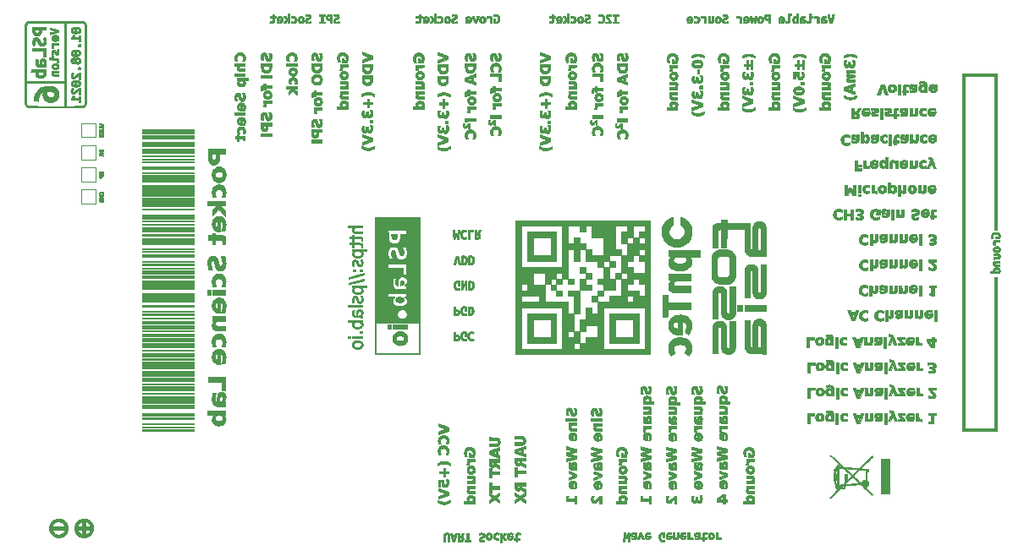
<source format=gbr>
G04 #@! TF.GenerationSoftware,KiCad,Pcbnew,5.1.10-88a1d61d58~90~ubuntu20.04.1*
G04 #@! TF.CreationDate,2021-08-06T09:09:21+02:00*
G04 #@! TF.ProjectId,PSLab,50534c61-622e-46b6-9963-61645f706362,v6.1*
G04 #@! TF.SameCoordinates,Original*
G04 #@! TF.FileFunction,Legend,Bot*
G04 #@! TF.FilePolarity,Positive*
%FSLAX46Y46*%
G04 Gerber Fmt 4.6, Leading zero omitted, Abs format (unit mm)*
G04 Created by KiCad (PCBNEW 5.1.10-88a1d61d58~90~ubuntu20.04.1) date 2021-08-06 09:09:21*
%MOMM*%
%LPD*%
G01*
G04 APERTURE LIST*
%ADD10C,0.010000*%
%ADD11C,0.120000*%
G04 APERTURE END LIST*
D10*
G36*
X97289603Y-62014861D02*
G01*
X97309085Y-62019918D01*
X97325941Y-62031601D01*
X97337414Y-62042553D01*
X97358413Y-62072593D01*
X97364674Y-62103167D01*
X97358160Y-62132033D01*
X97340836Y-62156949D01*
X97314667Y-62175672D01*
X97281619Y-62185960D01*
X97243654Y-62185570D01*
X97218033Y-62178809D01*
X97196857Y-62171183D01*
X97183894Y-62166743D01*
X97182268Y-62166294D01*
X97177543Y-62159560D01*
X97168552Y-62143303D01*
X97167451Y-62141187D01*
X97155531Y-62106803D01*
X97159075Y-62076682D01*
X97178632Y-62047419D01*
X97183320Y-62042553D01*
X97201941Y-62025767D01*
X97219023Y-62017162D01*
X97241695Y-62014077D01*
X97260367Y-62013767D01*
X97289603Y-62014861D01*
G37*
X97289603Y-62014861D02*
X97309085Y-62019918D01*
X97325941Y-62031601D01*
X97337414Y-62042553D01*
X97358413Y-62072593D01*
X97364674Y-62103167D01*
X97358160Y-62132033D01*
X97340836Y-62156949D01*
X97314667Y-62175672D01*
X97281619Y-62185960D01*
X97243654Y-62185570D01*
X97218033Y-62178809D01*
X97196857Y-62171183D01*
X97183894Y-62166743D01*
X97182268Y-62166294D01*
X97177543Y-62159560D01*
X97168552Y-62143303D01*
X97167451Y-62141187D01*
X97155531Y-62106803D01*
X97159075Y-62076682D01*
X97178632Y-62047419D01*
X97183320Y-62042553D01*
X97201941Y-62025767D01*
X97219023Y-62017162D01*
X97241695Y-62014077D01*
X97260367Y-62013767D01*
X97289603Y-62014861D01*
G36*
X97291353Y-64304614D02*
G01*
X97311072Y-64307742D01*
X97325181Y-64315310D01*
X97339336Y-64329247D01*
X97341495Y-64331650D01*
X97361352Y-64364290D01*
X97365164Y-64397567D01*
X97353478Y-64428735D01*
X97326843Y-64455050D01*
X97315532Y-64461848D01*
X97273672Y-64475785D01*
X97231656Y-64472823D01*
X97207011Y-64463404D01*
X97176336Y-64440447D01*
X97159390Y-64410641D01*
X97156902Y-64377438D01*
X97169597Y-64344288D01*
X97179239Y-64331650D01*
X97193820Y-64316734D01*
X97207612Y-64308440D01*
X97226273Y-64304840D01*
X97255458Y-64304006D01*
X97260367Y-64304000D01*
X97291353Y-64304614D01*
G37*
X97291353Y-64304614D02*
X97311072Y-64307742D01*
X97325181Y-64315310D01*
X97339336Y-64329247D01*
X97341495Y-64331650D01*
X97361352Y-64364290D01*
X97365164Y-64397567D01*
X97353478Y-64428735D01*
X97326843Y-64455050D01*
X97315532Y-64461848D01*
X97273672Y-64475785D01*
X97231656Y-64472823D01*
X97207011Y-64463404D01*
X97176336Y-64440447D01*
X97159390Y-64410641D01*
X97156902Y-64377438D01*
X97169597Y-64344288D01*
X97179239Y-64331650D01*
X97193820Y-64316734D01*
X97207612Y-64308440D01*
X97226273Y-64304840D01*
X97255458Y-64304006D01*
X97260367Y-64304000D01*
X97291353Y-64304614D01*
G36*
X97284091Y-67351127D02*
G01*
X97320133Y-67364688D01*
X97347040Y-67388135D01*
X97362696Y-67418074D01*
X97364984Y-67451110D01*
X97358970Y-67471201D01*
X97338336Y-67497606D01*
X97307143Y-67515571D01*
X97270097Y-67523978D01*
X97231908Y-67521708D01*
X97199524Y-67509055D01*
X97171152Y-67484353D01*
X97157041Y-67455869D01*
X97155781Y-67426239D01*
X97165962Y-67398094D01*
X97186174Y-67374069D01*
X97215005Y-67356798D01*
X97251047Y-67348913D01*
X97284091Y-67351127D01*
G37*
X97284091Y-67351127D02*
X97320133Y-67364688D01*
X97347040Y-67388135D01*
X97362696Y-67418074D01*
X97364984Y-67451110D01*
X97358970Y-67471201D01*
X97338336Y-67497606D01*
X97307143Y-67515571D01*
X97270097Y-67523978D01*
X97231908Y-67521708D01*
X97199524Y-67509055D01*
X97171152Y-67484353D01*
X97157041Y-67455869D01*
X97155781Y-67426239D01*
X97165962Y-67398094D01*
X97186174Y-67374069D01*
X97215005Y-67356798D01*
X97251047Y-67348913D01*
X97284091Y-67351127D01*
G36*
X94701317Y-61848345D02*
G01*
X94848976Y-61883023D01*
X95005550Y-61923175D01*
X95164636Y-61967051D01*
X95319835Y-62012901D01*
X95429723Y-62047496D01*
X95563347Y-62090835D01*
X95558567Y-62280221D01*
X95401934Y-62332547D01*
X95344225Y-62351238D01*
X95279142Y-62371310D01*
X95208832Y-62392191D01*
X95135438Y-62413305D01*
X95061106Y-62434080D01*
X94987980Y-62453940D01*
X94918206Y-62472312D01*
X94853929Y-62488623D01*
X94797293Y-62502298D01*
X94750443Y-62512762D01*
X94715525Y-62519443D01*
X94694809Y-62521767D01*
X94689168Y-62518990D01*
X94685459Y-62508884D01*
X94683321Y-62488782D01*
X94682393Y-62456021D01*
X94682267Y-62429234D01*
X94682267Y-62336701D01*
X94726717Y-62327975D01*
X94749448Y-62323536D01*
X94785175Y-62316585D01*
X94830268Y-62307829D01*
X94881100Y-62297972D01*
X94927800Y-62288926D01*
X94988704Y-62276779D01*
X95052562Y-62263417D01*
X95116594Y-62249479D01*
X95178018Y-62235607D01*
X95234054Y-62222441D01*
X95281921Y-62210621D01*
X95318838Y-62200788D01*
X95342025Y-62193583D01*
X95342562Y-62193383D01*
X95352839Y-62188645D01*
X95352801Y-62184419D01*
X95340399Y-62179060D01*
X95315141Y-62171377D01*
X95263475Y-62157300D01*
X95199322Y-62141292D01*
X95126401Y-62124154D01*
X95048427Y-62106687D01*
X94969116Y-62089690D01*
X94892185Y-62073966D01*
X94821351Y-62060313D01*
X94760330Y-62049533D01*
X94722484Y-62043710D01*
X94682267Y-62038129D01*
X94682267Y-61941120D01*
X94682375Y-61899495D01*
X94683078Y-61872043D01*
X94684942Y-61856003D01*
X94688535Y-61848616D01*
X94694422Y-61847121D01*
X94701317Y-61848345D01*
G37*
X94701317Y-61848345D02*
X94848976Y-61883023D01*
X95005550Y-61923175D01*
X95164636Y-61967051D01*
X95319835Y-62012901D01*
X95429723Y-62047496D01*
X95563347Y-62090835D01*
X95558567Y-62280221D01*
X95401934Y-62332547D01*
X95344225Y-62351238D01*
X95279142Y-62371310D01*
X95208832Y-62392191D01*
X95135438Y-62413305D01*
X95061106Y-62434080D01*
X94987980Y-62453940D01*
X94918206Y-62472312D01*
X94853929Y-62488623D01*
X94797293Y-62502298D01*
X94750443Y-62512762D01*
X94715525Y-62519443D01*
X94694809Y-62521767D01*
X94689168Y-62518990D01*
X94685459Y-62508884D01*
X94683321Y-62488782D01*
X94682393Y-62456021D01*
X94682267Y-62429234D01*
X94682267Y-62336701D01*
X94726717Y-62327975D01*
X94749448Y-62323536D01*
X94785175Y-62316585D01*
X94830268Y-62307829D01*
X94881100Y-62297972D01*
X94927800Y-62288926D01*
X94988704Y-62276779D01*
X95052562Y-62263417D01*
X95116594Y-62249479D01*
X95178018Y-62235607D01*
X95234054Y-62222441D01*
X95281921Y-62210621D01*
X95318838Y-62200788D01*
X95342025Y-62193583D01*
X95342562Y-62193383D01*
X95352839Y-62188645D01*
X95352801Y-62184419D01*
X95340399Y-62179060D01*
X95315141Y-62171377D01*
X95263475Y-62157300D01*
X95199322Y-62141292D01*
X95126401Y-62124154D01*
X95048427Y-62106687D01*
X94969116Y-62089690D01*
X94892185Y-62073966D01*
X94821351Y-62060313D01*
X94760330Y-62049533D01*
X94722484Y-62043710D01*
X94682267Y-62038129D01*
X94682267Y-61941120D01*
X94682375Y-61899495D01*
X94683078Y-61872043D01*
X94684942Y-61856003D01*
X94688535Y-61848616D01*
X94694422Y-61847121D01*
X94701317Y-61848345D01*
G36*
X94284333Y-62030700D02*
G01*
X93837867Y-62030700D01*
X93833270Y-62159817D01*
X93830261Y-62222440D01*
X93825931Y-62272139D01*
X93819804Y-62312904D01*
X93811408Y-62348723D01*
X93810371Y-62352373D01*
X93780618Y-62434653D01*
X93742532Y-62502753D01*
X93695225Y-62557705D01*
X93637810Y-62600538D01*
X93569397Y-62632282D01*
X93568889Y-62632463D01*
X93529289Y-62642555D01*
X93478104Y-62649816D01*
X93420480Y-62654039D01*
X93361560Y-62655015D01*
X93306489Y-62652535D01*
X93260413Y-62646391D01*
X93254802Y-62645188D01*
X93180445Y-62620462D01*
X93116354Y-62582453D01*
X93062427Y-62531049D01*
X93018561Y-62466134D01*
X92984656Y-62387595D01*
X92966413Y-62322800D01*
X92960073Y-62284271D01*
X92955536Y-62233936D01*
X92952738Y-62174939D01*
X92951614Y-62110424D01*
X92952101Y-62043538D01*
X92952495Y-62030700D01*
X93181966Y-62030700D01*
X93185017Y-62138650D01*
X93186562Y-62184267D01*
X93188669Y-62216986D01*
X93192070Y-62240844D01*
X93197498Y-62259874D01*
X93205685Y-62278113D01*
X93212728Y-62291263D01*
X93243148Y-62333163D01*
X93281634Y-62361956D01*
X93329666Y-62378317D01*
X93388719Y-62382921D01*
X93411268Y-62381949D01*
X93449712Y-62376540D01*
X93486358Y-62366779D01*
X93502225Y-62360388D01*
X93534342Y-62340322D01*
X93559266Y-62313573D01*
X93577911Y-62278005D01*
X93591192Y-62231481D01*
X93600024Y-62171865D01*
X93603954Y-62122773D01*
X93609546Y-62030700D01*
X93181966Y-62030700D01*
X92952495Y-62030700D01*
X92954135Y-61977424D01*
X92957650Y-61915227D01*
X92962583Y-61860092D01*
X92968870Y-61815164D01*
X92976446Y-61783587D01*
X92977481Y-61780736D01*
X92980049Y-61778396D01*
X92986553Y-61776361D01*
X92998071Y-61774611D01*
X93015682Y-61773124D01*
X93040464Y-61771882D01*
X93073496Y-61770861D01*
X93115854Y-61770044D01*
X93168618Y-61769408D01*
X93232865Y-61768933D01*
X93309674Y-61768598D01*
X93400124Y-61768384D01*
X93505291Y-61768269D01*
X93626255Y-61768234D01*
X94284333Y-61768234D01*
X94284333Y-62030700D01*
G37*
X94284333Y-62030700D02*
X93837867Y-62030700D01*
X93833270Y-62159817D01*
X93830261Y-62222440D01*
X93825931Y-62272139D01*
X93819804Y-62312904D01*
X93811408Y-62348723D01*
X93810371Y-62352373D01*
X93780618Y-62434653D01*
X93742532Y-62502753D01*
X93695225Y-62557705D01*
X93637810Y-62600538D01*
X93569397Y-62632282D01*
X93568889Y-62632463D01*
X93529289Y-62642555D01*
X93478104Y-62649816D01*
X93420480Y-62654039D01*
X93361560Y-62655015D01*
X93306489Y-62652535D01*
X93260413Y-62646391D01*
X93254802Y-62645188D01*
X93180445Y-62620462D01*
X93116354Y-62582453D01*
X93062427Y-62531049D01*
X93018561Y-62466134D01*
X92984656Y-62387595D01*
X92966413Y-62322800D01*
X92960073Y-62284271D01*
X92955536Y-62233936D01*
X92952738Y-62174939D01*
X92951614Y-62110424D01*
X92952101Y-62043538D01*
X92952495Y-62030700D01*
X93181966Y-62030700D01*
X93185017Y-62138650D01*
X93186562Y-62184267D01*
X93188669Y-62216986D01*
X93192070Y-62240844D01*
X93197498Y-62259874D01*
X93205685Y-62278113D01*
X93212728Y-62291263D01*
X93243148Y-62333163D01*
X93281634Y-62361956D01*
X93329666Y-62378317D01*
X93388719Y-62382921D01*
X93411268Y-62381949D01*
X93449712Y-62376540D01*
X93486358Y-62366779D01*
X93502225Y-62360388D01*
X93534342Y-62340322D01*
X93559266Y-62313573D01*
X93577911Y-62278005D01*
X93591192Y-62231481D01*
X93600024Y-62171865D01*
X93603954Y-62122773D01*
X93609546Y-62030700D01*
X93181966Y-62030700D01*
X92952495Y-62030700D01*
X92954135Y-61977424D01*
X92957650Y-61915227D01*
X92962583Y-61860092D01*
X92968870Y-61815164D01*
X92976446Y-61783587D01*
X92977481Y-61780736D01*
X92980049Y-61778396D01*
X92986553Y-61776361D01*
X92998071Y-61774611D01*
X93015682Y-61773124D01*
X93040464Y-61771882D01*
X93073496Y-61770861D01*
X93115854Y-61770044D01*
X93168618Y-61769408D01*
X93232865Y-61768933D01*
X93309674Y-61768598D01*
X93400124Y-61768384D01*
X93505291Y-61768269D01*
X93626255Y-61768234D01*
X94284333Y-61768234D01*
X94284333Y-62030700D01*
G36*
X95282390Y-62586274D02*
G01*
X95327810Y-62589890D01*
X95364404Y-62597008D01*
X95396182Y-62608519D01*
X95427154Y-62625316D01*
X95439374Y-62633156D01*
X95488535Y-62675634D01*
X95527409Y-62730189D01*
X95555495Y-62795078D01*
X95572293Y-62868556D01*
X95577298Y-62948882D01*
X95570011Y-63034310D01*
X95564138Y-63066674D01*
X95556426Y-63102260D01*
X95549505Y-63131259D01*
X95544311Y-63149903D01*
X95542281Y-63154708D01*
X95532435Y-63155583D01*
X95509851Y-63154122D01*
X95478515Y-63150642D01*
X95460718Y-63148231D01*
X95424573Y-63142770D01*
X95402284Y-63138232D01*
X95390907Y-63133437D01*
X95387494Y-63127209D01*
X95388781Y-63119464D01*
X95408164Y-63038975D01*
X95416782Y-62969817D01*
X95414666Y-62910278D01*
X95401849Y-62858644D01*
X95394062Y-62840496D01*
X95372591Y-62808246D01*
X95344793Y-62783274D01*
X95315199Y-62769164D01*
X95301451Y-62767300D01*
X95295940Y-62767670D01*
X95291684Y-62770070D01*
X95288519Y-62776436D01*
X95286285Y-62788705D01*
X95284818Y-62808812D01*
X95283959Y-62838692D01*
X95283544Y-62880283D01*
X95283411Y-62935520D01*
X95283400Y-62983200D01*
X95283400Y-63199100D01*
X95222017Y-63198110D01*
X95183493Y-63196519D01*
X95144570Y-63193366D01*
X95117485Y-63189901D01*
X95050835Y-63171514D01*
X94992136Y-63140827D01*
X94943696Y-63099486D01*
X94907825Y-63049137D01*
X94901356Y-63035923D01*
X94891882Y-63012126D01*
X94885909Y-62988438D01*
X94882683Y-62959835D01*
X94881450Y-62921294D01*
X94881347Y-62902635D01*
X94881366Y-62900064D01*
X95030167Y-62900064D01*
X95036029Y-62938405D01*
X95050555Y-62969839D01*
X95055332Y-62975697D01*
X95081929Y-62997827D01*
X95113046Y-63014199D01*
X95141345Y-63020963D01*
X95141584Y-63020969D01*
X95147303Y-63019741D01*
X95151336Y-63014112D01*
X95153974Y-63001608D01*
X95155504Y-62979758D01*
X95156216Y-62946089D01*
X95156400Y-62898128D01*
X95156400Y-62894300D01*
X95156040Y-62842503D01*
X95154856Y-62805782D01*
X95152694Y-62782295D01*
X95149402Y-62770199D01*
X95145817Y-62767486D01*
X95121388Y-62773508D01*
X95092292Y-62788214D01*
X95065093Y-62807610D01*
X95046352Y-62827704D01*
X95046042Y-62828191D01*
X95033370Y-62861199D01*
X95030167Y-62900064D01*
X94881366Y-62900064D01*
X94881656Y-62861473D01*
X94883367Y-62832015D01*
X94887469Y-62809038D01*
X94894952Y-62787318D01*
X94906805Y-62761631D01*
X94908832Y-62757496D01*
X94942269Y-62703138D01*
X94985045Y-62659252D01*
X95040241Y-62622915D01*
X95062222Y-62611837D01*
X95086646Y-62600695D01*
X95107103Y-62593198D01*
X95127978Y-62588627D01*
X95153658Y-62586262D01*
X95188530Y-62585384D01*
X95224134Y-62585267D01*
X95282390Y-62586274D01*
G37*
X95282390Y-62586274D02*
X95327810Y-62589890D01*
X95364404Y-62597008D01*
X95396182Y-62608519D01*
X95427154Y-62625316D01*
X95439374Y-62633156D01*
X95488535Y-62675634D01*
X95527409Y-62730189D01*
X95555495Y-62795078D01*
X95572293Y-62868556D01*
X95577298Y-62948882D01*
X95570011Y-63034310D01*
X95564138Y-63066674D01*
X95556426Y-63102260D01*
X95549505Y-63131259D01*
X95544311Y-63149903D01*
X95542281Y-63154708D01*
X95532435Y-63155583D01*
X95509851Y-63154122D01*
X95478515Y-63150642D01*
X95460718Y-63148231D01*
X95424573Y-63142770D01*
X95402284Y-63138232D01*
X95390907Y-63133437D01*
X95387494Y-63127209D01*
X95388781Y-63119464D01*
X95408164Y-63038975D01*
X95416782Y-62969817D01*
X95414666Y-62910278D01*
X95401849Y-62858644D01*
X95394062Y-62840496D01*
X95372591Y-62808246D01*
X95344793Y-62783274D01*
X95315199Y-62769164D01*
X95301451Y-62767300D01*
X95295940Y-62767670D01*
X95291684Y-62770070D01*
X95288519Y-62776436D01*
X95286285Y-62788705D01*
X95284818Y-62808812D01*
X95283959Y-62838692D01*
X95283544Y-62880283D01*
X95283411Y-62935520D01*
X95283400Y-62983200D01*
X95283400Y-63199100D01*
X95222017Y-63198110D01*
X95183493Y-63196519D01*
X95144570Y-63193366D01*
X95117485Y-63189901D01*
X95050835Y-63171514D01*
X94992136Y-63140827D01*
X94943696Y-63099486D01*
X94907825Y-63049137D01*
X94901356Y-63035923D01*
X94891882Y-63012126D01*
X94885909Y-62988438D01*
X94882683Y-62959835D01*
X94881450Y-62921294D01*
X94881347Y-62902635D01*
X94881366Y-62900064D01*
X95030167Y-62900064D01*
X95036029Y-62938405D01*
X95050555Y-62969839D01*
X95055332Y-62975697D01*
X95081929Y-62997827D01*
X95113046Y-63014199D01*
X95141345Y-63020963D01*
X95141584Y-63020969D01*
X95147303Y-63019741D01*
X95151336Y-63014112D01*
X95153974Y-63001608D01*
X95155504Y-62979758D01*
X95156216Y-62946089D01*
X95156400Y-62898128D01*
X95156400Y-62894300D01*
X95156040Y-62842503D01*
X95154856Y-62805782D01*
X95152694Y-62782295D01*
X95149402Y-62770199D01*
X95145817Y-62767486D01*
X95121388Y-62773508D01*
X95092292Y-62788214D01*
X95065093Y-62807610D01*
X95046352Y-62827704D01*
X95046042Y-62828191D01*
X95033370Y-62861199D01*
X95030167Y-62900064D01*
X94881366Y-62900064D01*
X94881656Y-62861473D01*
X94883367Y-62832015D01*
X94887469Y-62809038D01*
X94894952Y-62787318D01*
X94906805Y-62761631D01*
X94908832Y-62757496D01*
X94942269Y-62703138D01*
X94985045Y-62659252D01*
X95040241Y-62622915D01*
X95062222Y-62611837D01*
X95086646Y-62600695D01*
X95107103Y-62593198D01*
X95127978Y-62588627D01*
X95153658Y-62586262D01*
X95188530Y-62585384D01*
X95224134Y-62585267D01*
X95282390Y-62586274D01*
G36*
X94237717Y-62855502D02*
G01*
X94260972Y-62910038D01*
X94277703Y-62959071D01*
X94289655Y-63009128D01*
X94298572Y-63066735D01*
X94301956Y-63095908D01*
X94307381Y-63186211D01*
X94304594Y-63275191D01*
X94294060Y-63359447D01*
X94276246Y-63435580D01*
X94251617Y-63500189D01*
X94244707Y-63513671D01*
X94214614Y-63557218D01*
X94174173Y-63599527D01*
X94128525Y-63636005D01*
X94082814Y-63662055D01*
X94075076Y-63665244D01*
X94039880Y-63674860D01*
X93993458Y-63682147D01*
X93941386Y-63686764D01*
X93889240Y-63688374D01*
X93842594Y-63686636D01*
X93808049Y-63681476D01*
X93746873Y-63658475D01*
X93686872Y-63621906D01*
X93632195Y-63574872D01*
X93586991Y-63520477D01*
X93581275Y-63511860D01*
X93568875Y-63489651D01*
X93552072Y-63455511D01*
X93532652Y-63413269D01*
X93512400Y-63366756D01*
X93501759Y-63341243D01*
X93476537Y-63280270D01*
X93456273Y-63232839D01*
X93439788Y-63196712D01*
X93425905Y-63169647D01*
X93413444Y-63149407D01*
X93401226Y-63133750D01*
X93388073Y-63120438D01*
X93383313Y-63116166D01*
X93344071Y-63091281D01*
X93301345Y-63082901D01*
X93262780Y-63088249D01*
X93229516Y-63102735D01*
X93202067Y-63128156D01*
X93178307Y-63165234D01*
X93171077Y-63182006D01*
X93166420Y-63202370D01*
X93163872Y-63230170D01*
X93162971Y-63269252D01*
X93162982Y-63292234D01*
X93163561Y-63336045D01*
X93165485Y-63368730D01*
X93169792Y-63396092D01*
X93177525Y-63423936D01*
X93189723Y-63458065D01*
X93195374Y-63472919D01*
X93208222Y-63507286D01*
X93218051Y-63535170D01*
X93223717Y-63553216D01*
X93224526Y-63558298D01*
X93215588Y-63562119D01*
X93194581Y-63570211D01*
X93165306Y-63581183D01*
X93131559Y-63593643D01*
X93097139Y-63606201D01*
X93065845Y-63617464D01*
X93041476Y-63626043D01*
X93027829Y-63630545D01*
X93026289Y-63630900D01*
X93019444Y-63623449D01*
X93008799Y-63603470D01*
X92995833Y-63574527D01*
X92982022Y-63540183D01*
X92968842Y-63504001D01*
X92957772Y-63469544D01*
X92954343Y-63457334D01*
X92943658Y-63402555D01*
X92937157Y-63337762D01*
X92934921Y-63268696D01*
X92937031Y-63201100D01*
X92943567Y-63140717D01*
X92949465Y-63111072D01*
X92974634Y-63037883D01*
X93011417Y-62971673D01*
X93057865Y-62914885D01*
X93112026Y-62869958D01*
X93164324Y-62842250D01*
X93187511Y-62833842D01*
X93210171Y-62828191D01*
X93236552Y-62824768D01*
X93270903Y-62823045D01*
X93317473Y-62822493D01*
X93323367Y-62822482D01*
X93380701Y-62823538D01*
X93425381Y-62827803D01*
X93461585Y-62836660D01*
X93493493Y-62851493D01*
X93525285Y-62873685D01*
X93555140Y-62899188D01*
X93584201Y-62927890D01*
X93609649Y-62959419D01*
X93633291Y-62996793D01*
X93656934Y-63043030D01*
X93682388Y-63101149D01*
X93695606Y-63133719D01*
X93721974Y-63198624D01*
X93744117Y-63249948D01*
X93763282Y-63290137D01*
X93780714Y-63321635D01*
X93797657Y-63346888D01*
X93814822Y-63367748D01*
X93848501Y-63398268D01*
X93883729Y-63414439D01*
X93925893Y-63418401D01*
X93940135Y-63417576D01*
X93986559Y-63407745D01*
X94022958Y-63386271D01*
X94049905Y-63352343D01*
X94067973Y-63305149D01*
X94077733Y-63243877D01*
X94079236Y-63220267D01*
X94076623Y-63130644D01*
X94059905Y-63045299D01*
X94028158Y-62959821D01*
X94021699Y-62946000D01*
X94007170Y-62914846D01*
X93996361Y-62889996D01*
X93990755Y-62874949D01*
X93990411Y-62872134D01*
X93998982Y-62868432D01*
X94020520Y-62860239D01*
X94052014Y-62848672D01*
X94090452Y-62834848D01*
X94101163Y-62831040D01*
X94209117Y-62792744D01*
X94237717Y-62855502D01*
G37*
X94237717Y-62855502D02*
X94260972Y-62910038D01*
X94277703Y-62959071D01*
X94289655Y-63009128D01*
X94298572Y-63066735D01*
X94301956Y-63095908D01*
X94307381Y-63186211D01*
X94304594Y-63275191D01*
X94294060Y-63359447D01*
X94276246Y-63435580D01*
X94251617Y-63500189D01*
X94244707Y-63513671D01*
X94214614Y-63557218D01*
X94174173Y-63599527D01*
X94128525Y-63636005D01*
X94082814Y-63662055D01*
X94075076Y-63665244D01*
X94039880Y-63674860D01*
X93993458Y-63682147D01*
X93941386Y-63686764D01*
X93889240Y-63688374D01*
X93842594Y-63686636D01*
X93808049Y-63681476D01*
X93746873Y-63658475D01*
X93686872Y-63621906D01*
X93632195Y-63574872D01*
X93586991Y-63520477D01*
X93581275Y-63511860D01*
X93568875Y-63489651D01*
X93552072Y-63455511D01*
X93532652Y-63413269D01*
X93512400Y-63366756D01*
X93501759Y-63341243D01*
X93476537Y-63280270D01*
X93456273Y-63232839D01*
X93439788Y-63196712D01*
X93425905Y-63169647D01*
X93413444Y-63149407D01*
X93401226Y-63133750D01*
X93388073Y-63120438D01*
X93383313Y-63116166D01*
X93344071Y-63091281D01*
X93301345Y-63082901D01*
X93262780Y-63088249D01*
X93229516Y-63102735D01*
X93202067Y-63128156D01*
X93178307Y-63165234D01*
X93171077Y-63182006D01*
X93166420Y-63202370D01*
X93163872Y-63230170D01*
X93162971Y-63269252D01*
X93162982Y-63292234D01*
X93163561Y-63336045D01*
X93165485Y-63368730D01*
X93169792Y-63396092D01*
X93177525Y-63423936D01*
X93189723Y-63458065D01*
X93195374Y-63472919D01*
X93208222Y-63507286D01*
X93218051Y-63535170D01*
X93223717Y-63553216D01*
X93224526Y-63558298D01*
X93215588Y-63562119D01*
X93194581Y-63570211D01*
X93165306Y-63581183D01*
X93131559Y-63593643D01*
X93097139Y-63606201D01*
X93065845Y-63617464D01*
X93041476Y-63626043D01*
X93027829Y-63630545D01*
X93026289Y-63630900D01*
X93019444Y-63623449D01*
X93008799Y-63603470D01*
X92995833Y-63574527D01*
X92982022Y-63540183D01*
X92968842Y-63504001D01*
X92957772Y-63469544D01*
X92954343Y-63457334D01*
X92943658Y-63402555D01*
X92937157Y-63337762D01*
X92934921Y-63268696D01*
X92937031Y-63201100D01*
X92943567Y-63140717D01*
X92949465Y-63111072D01*
X92974634Y-63037883D01*
X93011417Y-62971673D01*
X93057865Y-62914885D01*
X93112026Y-62869958D01*
X93164324Y-62842250D01*
X93187511Y-62833842D01*
X93210171Y-62828191D01*
X93236552Y-62824768D01*
X93270903Y-62823045D01*
X93317473Y-62822493D01*
X93323367Y-62822482D01*
X93380701Y-62823538D01*
X93425381Y-62827803D01*
X93461585Y-62836660D01*
X93493493Y-62851493D01*
X93525285Y-62873685D01*
X93555140Y-62899188D01*
X93584201Y-62927890D01*
X93609649Y-62959419D01*
X93633291Y-62996793D01*
X93656934Y-63043030D01*
X93682388Y-63101149D01*
X93695606Y-63133719D01*
X93721974Y-63198624D01*
X93744117Y-63249948D01*
X93763282Y-63290137D01*
X93780714Y-63321635D01*
X93797657Y-63346888D01*
X93814822Y-63367748D01*
X93848501Y-63398268D01*
X93883729Y-63414439D01*
X93925893Y-63418401D01*
X93940135Y-63417576D01*
X93986559Y-63407745D01*
X94022958Y-63386271D01*
X94049905Y-63352343D01*
X94067973Y-63305149D01*
X94077733Y-63243877D01*
X94079236Y-63220267D01*
X94076623Y-63130644D01*
X94059905Y-63045299D01*
X94028158Y-62959821D01*
X94021699Y-62946000D01*
X94007170Y-62914846D01*
X93996361Y-62889996D01*
X93990755Y-62874949D01*
X93990411Y-62872134D01*
X93998982Y-62868432D01*
X94020520Y-62860239D01*
X94052014Y-62848672D01*
X94090452Y-62834848D01*
X94101163Y-62831040D01*
X94209117Y-62792744D01*
X94237717Y-62855502D01*
G36*
X95562800Y-63546234D02*
G01*
X95317001Y-63546234D01*
X95245757Y-63546300D01*
X95189605Y-63546572D01*
X95146703Y-63547158D01*
X95115212Y-63548166D01*
X95093290Y-63549705D01*
X95079096Y-63551883D01*
X95070790Y-63554808D01*
X95066529Y-63558588D01*
X95065252Y-63561050D01*
X95062400Y-63577119D01*
X95060488Y-63606096D01*
X95059501Y-63643983D01*
X95059426Y-63686783D01*
X95060249Y-63730498D01*
X95061956Y-63771128D01*
X95064533Y-63804678D01*
X95066136Y-63817498D01*
X95073238Y-63864395D01*
X94997672Y-63878881D01*
X94963194Y-63885308D01*
X94934759Y-63890272D01*
X94916669Y-63893037D01*
X94913018Y-63893367D01*
X94907210Y-63885686D01*
X94900235Y-63865402D01*
X94893472Y-63836654D01*
X94892582Y-63831984D01*
X94885900Y-63780311D01*
X94882516Y-63719253D01*
X94882313Y-63653909D01*
X94885171Y-63589380D01*
X94890972Y-63530766D01*
X94899598Y-63483166D01*
X94900800Y-63478500D01*
X94910300Y-63444423D01*
X94919428Y-63413890D01*
X94926349Y-63393024D01*
X94926844Y-63391717D01*
X94935848Y-63368434D01*
X95562800Y-63368434D01*
X95562800Y-63546234D01*
G37*
X95562800Y-63546234D02*
X95317001Y-63546234D01*
X95245757Y-63546300D01*
X95189605Y-63546572D01*
X95146703Y-63547158D01*
X95115212Y-63548166D01*
X95093290Y-63549705D01*
X95079096Y-63551883D01*
X95070790Y-63554808D01*
X95066529Y-63558588D01*
X95065252Y-63561050D01*
X95062400Y-63577119D01*
X95060488Y-63606096D01*
X95059501Y-63643983D01*
X95059426Y-63686783D01*
X95060249Y-63730498D01*
X95061956Y-63771128D01*
X95064533Y-63804678D01*
X95066136Y-63817498D01*
X95073238Y-63864395D01*
X94997672Y-63878881D01*
X94963194Y-63885308D01*
X94934759Y-63890272D01*
X94916669Y-63893037D01*
X94913018Y-63893367D01*
X94907210Y-63885686D01*
X94900235Y-63865402D01*
X94893472Y-63836654D01*
X94892582Y-63831984D01*
X94885900Y-63780311D01*
X94882516Y-63719253D01*
X94882313Y-63653909D01*
X94885171Y-63589380D01*
X94890972Y-63530766D01*
X94899598Y-63483166D01*
X94900800Y-63478500D01*
X94910300Y-63444423D01*
X94919428Y-63413890D01*
X94926349Y-63393024D01*
X94926844Y-63391717D01*
X94935848Y-63368434D01*
X95562800Y-63368434D01*
X95562800Y-63546234D01*
G36*
X95521206Y-64025057D02*
G01*
X95526939Y-64034711D01*
X95535833Y-64056455D01*
X95546238Y-64086143D01*
X95549399Y-64095951D01*
X95567958Y-64171873D01*
X95576660Y-64248413D01*
X95575817Y-64322769D01*
X95565744Y-64392144D01*
X95546754Y-64453739D01*
X95519159Y-64504754D01*
X95501214Y-64526482D01*
X95463925Y-64553911D01*
X95417767Y-64571262D01*
X95368423Y-64577120D01*
X95323736Y-64570736D01*
X95286658Y-64555474D01*
X95254823Y-64532569D01*
X95226720Y-64500029D01*
X95200835Y-64455860D01*
X95175654Y-64398070D01*
X95159829Y-64354800D01*
X95137798Y-64297224D01*
X95117202Y-64255985D01*
X95097671Y-64230585D01*
X95078838Y-64220522D01*
X95063092Y-64223661D01*
X95046507Y-64238774D01*
X95037462Y-64254266D01*
X95030954Y-64285943D01*
X95029896Y-64328770D01*
X95034041Y-64377953D01*
X95043140Y-64428697D01*
X95047364Y-64445621D01*
X95055138Y-64476982D01*
X95059972Y-64501672D01*
X95061092Y-64515519D01*
X95060592Y-64516931D01*
X95050810Y-64520449D01*
X95029304Y-64525797D01*
X95001043Y-64531956D01*
X94970994Y-64537911D01*
X94944127Y-64542642D01*
X94925410Y-64545132D01*
X94922131Y-64545290D01*
X94914139Y-64537958D01*
X94903945Y-64519040D01*
X94896731Y-64500850D01*
X94890073Y-64477830D01*
X94885533Y-64451267D01*
X94882776Y-64417549D01*
X94881467Y-64373061D01*
X94881234Y-64333634D01*
X94881432Y-64284682D01*
X94882347Y-64248992D01*
X94884454Y-64222895D01*
X94888231Y-64202723D01*
X94894156Y-64184804D01*
X94902705Y-64165471D01*
X94903259Y-64164300D01*
X94936052Y-64111203D01*
X94976944Y-64071920D01*
X95024504Y-64047183D01*
X95077296Y-64037722D01*
X95133890Y-64044270D01*
X95136965Y-64045077D01*
X95173535Y-64059446D01*
X95205088Y-64082455D01*
X95233023Y-64115954D01*
X95258737Y-64161794D01*
X95283627Y-64221825D01*
X95295130Y-64254553D01*
X95308453Y-64292765D01*
X95321424Y-64327657D01*
X95332187Y-64354334D01*
X95336894Y-64364523D01*
X95354959Y-64387770D01*
X95375914Y-64396002D01*
X95397232Y-64388474D01*
X95402562Y-64383805D01*
X95410115Y-64373999D01*
X95414933Y-64360380D01*
X95417587Y-64339314D01*
X95418646Y-64307168D01*
X95418754Y-64280717D01*
X95417905Y-64235687D01*
X95414763Y-64200604D01*
X95408232Y-64168523D01*
X95397211Y-64132498D01*
X95393713Y-64122313D01*
X95382886Y-64090561D01*
X95374850Y-64065755D01*
X95370765Y-64051535D01*
X95370543Y-64049543D01*
X95381662Y-64046135D01*
X95404216Y-64041414D01*
X95433428Y-64036156D01*
X95464525Y-64031136D01*
X95492731Y-64027131D01*
X95513273Y-64024916D01*
X95521206Y-64025057D01*
G37*
X95521206Y-64025057D02*
X95526939Y-64034711D01*
X95535833Y-64056455D01*
X95546238Y-64086143D01*
X95549399Y-64095951D01*
X95567958Y-64171873D01*
X95576660Y-64248413D01*
X95575817Y-64322769D01*
X95565744Y-64392144D01*
X95546754Y-64453739D01*
X95519159Y-64504754D01*
X95501214Y-64526482D01*
X95463925Y-64553911D01*
X95417767Y-64571262D01*
X95368423Y-64577120D01*
X95323736Y-64570736D01*
X95286658Y-64555474D01*
X95254823Y-64532569D01*
X95226720Y-64500029D01*
X95200835Y-64455860D01*
X95175654Y-64398070D01*
X95159829Y-64354800D01*
X95137798Y-64297224D01*
X95117202Y-64255985D01*
X95097671Y-64230585D01*
X95078838Y-64220522D01*
X95063092Y-64223661D01*
X95046507Y-64238774D01*
X95037462Y-64254266D01*
X95030954Y-64285943D01*
X95029896Y-64328770D01*
X95034041Y-64377953D01*
X95043140Y-64428697D01*
X95047364Y-64445621D01*
X95055138Y-64476982D01*
X95059972Y-64501672D01*
X95061092Y-64515519D01*
X95060592Y-64516931D01*
X95050810Y-64520449D01*
X95029304Y-64525797D01*
X95001043Y-64531956D01*
X94970994Y-64537911D01*
X94944127Y-64542642D01*
X94925410Y-64545132D01*
X94922131Y-64545290D01*
X94914139Y-64537958D01*
X94903945Y-64519040D01*
X94896731Y-64500850D01*
X94890073Y-64477830D01*
X94885533Y-64451267D01*
X94882776Y-64417549D01*
X94881467Y-64373061D01*
X94881234Y-64333634D01*
X94881432Y-64284682D01*
X94882347Y-64248992D01*
X94884454Y-64222895D01*
X94888231Y-64202723D01*
X94894156Y-64184804D01*
X94902705Y-64165471D01*
X94903259Y-64164300D01*
X94936052Y-64111203D01*
X94976944Y-64071920D01*
X95024504Y-64047183D01*
X95077296Y-64037722D01*
X95133890Y-64044270D01*
X95136965Y-64045077D01*
X95173535Y-64059446D01*
X95205088Y-64082455D01*
X95233023Y-64115954D01*
X95258737Y-64161794D01*
X95283627Y-64221825D01*
X95295130Y-64254553D01*
X95308453Y-64292765D01*
X95321424Y-64327657D01*
X95332187Y-64354334D01*
X95336894Y-64364523D01*
X95354959Y-64387770D01*
X95375914Y-64396002D01*
X95397232Y-64388474D01*
X95402562Y-64383805D01*
X95410115Y-64373999D01*
X95414933Y-64360380D01*
X95417587Y-64339314D01*
X95418646Y-64307168D01*
X95418754Y-64280717D01*
X95417905Y-64235687D01*
X95414763Y-64200604D01*
X95408232Y-64168523D01*
X95397211Y-64132498D01*
X95393713Y-64122313D01*
X95382886Y-64090561D01*
X95374850Y-64065755D01*
X95370765Y-64051535D01*
X95370543Y-64049543D01*
X95381662Y-64046135D01*
X95404216Y-64041414D01*
X95433428Y-64036156D01*
X95464525Y-64031136D01*
X95492731Y-64027131D01*
X95513273Y-64024916D01*
X95521206Y-64025057D01*
G36*
X93621817Y-63920832D02*
G01*
X94280100Y-63923000D01*
X94282297Y-64335750D01*
X94284495Y-64748500D01*
X94055733Y-64748500D01*
X94055733Y-64189700D01*
X92963534Y-64189700D01*
X92963534Y-63918663D01*
X93621817Y-63920832D01*
G37*
X93621817Y-63920832D02*
X94280100Y-63923000D01*
X94282297Y-64335750D01*
X94284495Y-64748500D01*
X94055733Y-64748500D01*
X94055733Y-64189700D01*
X92963534Y-64189700D01*
X92963534Y-63918663D01*
X93621817Y-63920832D01*
G36*
X94727850Y-64834253D02*
G01*
X94762406Y-64848168D01*
X94790207Y-64872448D01*
X94808969Y-64904906D01*
X94816410Y-64943353D01*
X94810245Y-64985598D01*
X94805741Y-64997880D01*
X94792065Y-65021160D01*
X94775135Y-65038731D01*
X94773991Y-65039514D01*
X94748378Y-65050247D01*
X94715119Y-65056900D01*
X94683204Y-65058053D01*
X94669920Y-65055952D01*
X94634588Y-65038536D01*
X94609322Y-65010898D01*
X94594509Y-64976667D01*
X94590534Y-64939468D01*
X94597783Y-64902928D01*
X94616643Y-64870675D01*
X94647498Y-64846333D01*
X94647605Y-64846278D01*
X94688822Y-64832893D01*
X94727850Y-64834253D01*
G37*
X94727850Y-64834253D02*
X94762406Y-64848168D01*
X94790207Y-64872448D01*
X94808969Y-64904906D01*
X94816410Y-64943353D01*
X94810245Y-64985598D01*
X94805741Y-64997880D01*
X94792065Y-65021160D01*
X94775135Y-65038731D01*
X94773991Y-65039514D01*
X94748378Y-65050247D01*
X94715119Y-65056900D01*
X94683204Y-65058053D01*
X94669920Y-65055952D01*
X94634588Y-65038536D01*
X94609322Y-65010898D01*
X94594509Y-64976667D01*
X94590534Y-64939468D01*
X94597783Y-64902928D01*
X94616643Y-64870675D01*
X94647498Y-64846333D01*
X94647605Y-64846278D01*
X94688822Y-64832893D01*
X94727850Y-64834253D01*
G36*
X95046334Y-64883967D02*
G01*
X95192945Y-64883967D01*
X95270282Y-64884895D01*
X95333048Y-64887865D01*
X95383510Y-64893158D01*
X95423940Y-64901051D01*
X95456605Y-64911825D01*
X95470200Y-64918105D01*
X95508567Y-64945378D01*
X95541620Y-64982961D01*
X95563703Y-65024399D01*
X95563936Y-65025057D01*
X95572420Y-65064662D01*
X95575118Y-65114538D01*
X95572227Y-65169118D01*
X95563943Y-65222832D01*
X95555841Y-65254384D01*
X95547291Y-65282246D01*
X95539838Y-65300412D01*
X95530050Y-65310409D01*
X95514491Y-65313764D01*
X95489729Y-65312006D01*
X95452329Y-65306661D01*
X95441790Y-65305115D01*
X95408941Y-65298966D01*
X95391142Y-65292379D01*
X95388368Y-65287215D01*
X95407505Y-65231971D01*
X95416204Y-65181542D01*
X95414450Y-65138273D01*
X95402230Y-65104514D01*
X95389594Y-65089563D01*
X95382605Y-65083893D01*
X95375021Y-65079457D01*
X95364813Y-65076103D01*
X95349954Y-65073680D01*
X95328416Y-65072037D01*
X95298171Y-65071022D01*
X95257192Y-65070484D01*
X95203450Y-65070271D01*
X95134919Y-65070234D01*
X94893934Y-65070234D01*
X94893934Y-64697700D01*
X95046334Y-64697700D01*
X95046334Y-64883967D01*
G37*
X95046334Y-64883967D02*
X95192945Y-64883967D01*
X95270282Y-64884895D01*
X95333048Y-64887865D01*
X95383510Y-64893158D01*
X95423940Y-64901051D01*
X95456605Y-64911825D01*
X95470200Y-64918105D01*
X95508567Y-64945378D01*
X95541620Y-64982961D01*
X95563703Y-65024399D01*
X95563936Y-65025057D01*
X95572420Y-65064662D01*
X95575118Y-65114538D01*
X95572227Y-65169118D01*
X95563943Y-65222832D01*
X95555841Y-65254384D01*
X95547291Y-65282246D01*
X95539838Y-65300412D01*
X95530050Y-65310409D01*
X95514491Y-65313764D01*
X95489729Y-65312006D01*
X95452329Y-65306661D01*
X95441790Y-65305115D01*
X95408941Y-65298966D01*
X95391142Y-65292379D01*
X95388368Y-65287215D01*
X95407505Y-65231971D01*
X95416204Y-65181542D01*
X95414450Y-65138273D01*
X95402230Y-65104514D01*
X95389594Y-65089563D01*
X95382605Y-65083893D01*
X95375021Y-65079457D01*
X95364813Y-65076103D01*
X95349954Y-65073680D01*
X95328416Y-65072037D01*
X95298171Y-65071022D01*
X95257192Y-65070484D01*
X95203450Y-65070271D01*
X95134919Y-65070234D01*
X94893934Y-65070234D01*
X94893934Y-64697700D01*
X95046334Y-64697700D01*
X95046334Y-64883967D01*
G36*
X93975300Y-64922780D02*
G01*
X94051648Y-64928617D01*
X94115810Y-64945355D01*
X94169122Y-64973702D01*
X94212921Y-65014368D01*
X94248231Y-65067473D01*
X94273007Y-65128502D01*
X94290274Y-65203311D01*
X94299980Y-65290479D01*
X94302075Y-65388583D01*
X94296508Y-65496203D01*
X94283228Y-65611916D01*
X94270504Y-65690417D01*
X94257174Y-65764500D01*
X93908804Y-65764012D01*
X93820129Y-65763807D01*
X93746631Y-65763422D01*
X93686556Y-65762791D01*
X93638147Y-65761849D01*
X93599650Y-65760532D01*
X93569308Y-65758775D01*
X93545368Y-65756514D01*
X93526072Y-65753683D01*
X93509666Y-65750219D01*
X93505400Y-65749139D01*
X93437606Y-65724834D01*
X93380596Y-65690696D01*
X93344493Y-65657328D01*
X93308127Y-65603910D01*
X93280646Y-65537417D01*
X93262297Y-65459342D01*
X93253331Y-65371176D01*
X93253996Y-65274409D01*
X93263939Y-65174723D01*
X93273000Y-65114992D01*
X93281160Y-65070620D01*
X93288854Y-65040085D01*
X93296514Y-65021865D01*
X93304575Y-65014439D01*
X93309614Y-65014480D01*
X93323191Y-65017331D01*
X93349532Y-65022028D01*
X93384660Y-65027886D01*
X93419153Y-65033373D01*
X93460324Y-65039994D01*
X93487402Y-65045198D01*
X93503060Y-65049935D01*
X93509973Y-65055154D01*
X93510813Y-65061806D01*
X93509896Y-65065610D01*
X93498243Y-65115078D01*
X93489298Y-65171812D01*
X93483346Y-65231380D01*
X93480670Y-65289356D01*
X93481556Y-65341308D01*
X93486286Y-65382809D01*
X93488839Y-65393821D01*
X93508986Y-65436504D01*
X93541716Y-65471897D01*
X93583280Y-65497184D01*
X93629928Y-65509548D01*
X93643889Y-65510314D01*
X93664734Y-65509287D01*
X93672335Y-65504583D01*
X93670885Y-65495751D01*
X93668224Y-65481686D01*
X93665308Y-65454745D01*
X93662514Y-65418974D01*
X93661972Y-65409614D01*
X93853163Y-65409614D01*
X93853193Y-65446571D01*
X93854221Y-65474773D01*
X93855900Y-65488895D01*
X93861323Y-65510500D01*
X94078946Y-65510500D01*
X94084743Y-65459264D01*
X94087970Y-65399511D01*
X94084562Y-65342056D01*
X94075206Y-65289984D01*
X94060590Y-65246379D01*
X94041400Y-65214328D01*
X94027301Y-65201475D01*
X93999842Y-65191106D01*
X93965071Y-65187789D01*
X93930845Y-65191565D01*
X93907334Y-65200841D01*
X93887813Y-65217331D01*
X93873649Y-65239207D01*
X93863942Y-65269303D01*
X93857792Y-65310453D01*
X93854299Y-65365491D01*
X93854193Y-65368245D01*
X93853163Y-65409614D01*
X93661972Y-65409614D01*
X93660463Y-65383568D01*
X93660910Y-65282618D01*
X93672521Y-65192806D01*
X93695106Y-65114590D01*
X93728476Y-65048425D01*
X93772438Y-64994771D01*
X93826803Y-64954084D01*
X93842869Y-64945563D01*
X93867095Y-64934546D01*
X93888647Y-64927681D01*
X93912807Y-64924060D01*
X93944852Y-64922774D01*
X93975300Y-64922780D01*
G37*
X93975300Y-64922780D02*
X94051648Y-64928617D01*
X94115810Y-64945355D01*
X94169122Y-64973702D01*
X94212921Y-65014368D01*
X94248231Y-65067473D01*
X94273007Y-65128502D01*
X94290274Y-65203311D01*
X94299980Y-65290479D01*
X94302075Y-65388583D01*
X94296508Y-65496203D01*
X94283228Y-65611916D01*
X94270504Y-65690417D01*
X94257174Y-65764500D01*
X93908804Y-65764012D01*
X93820129Y-65763807D01*
X93746631Y-65763422D01*
X93686556Y-65762791D01*
X93638147Y-65761849D01*
X93599650Y-65760532D01*
X93569308Y-65758775D01*
X93545368Y-65756514D01*
X93526072Y-65753683D01*
X93509666Y-65750219D01*
X93505400Y-65749139D01*
X93437606Y-65724834D01*
X93380596Y-65690696D01*
X93344493Y-65657328D01*
X93308127Y-65603910D01*
X93280646Y-65537417D01*
X93262297Y-65459342D01*
X93253331Y-65371176D01*
X93253996Y-65274409D01*
X93263939Y-65174723D01*
X93273000Y-65114992D01*
X93281160Y-65070620D01*
X93288854Y-65040085D01*
X93296514Y-65021865D01*
X93304575Y-65014439D01*
X93309614Y-65014480D01*
X93323191Y-65017331D01*
X93349532Y-65022028D01*
X93384660Y-65027886D01*
X93419153Y-65033373D01*
X93460324Y-65039994D01*
X93487402Y-65045198D01*
X93503060Y-65049935D01*
X93509973Y-65055154D01*
X93510813Y-65061806D01*
X93509896Y-65065610D01*
X93498243Y-65115078D01*
X93489298Y-65171812D01*
X93483346Y-65231380D01*
X93480670Y-65289356D01*
X93481556Y-65341308D01*
X93486286Y-65382809D01*
X93488839Y-65393821D01*
X93508986Y-65436504D01*
X93541716Y-65471897D01*
X93583280Y-65497184D01*
X93629928Y-65509548D01*
X93643889Y-65510314D01*
X93664734Y-65509287D01*
X93672335Y-65504583D01*
X93670885Y-65495751D01*
X93668224Y-65481686D01*
X93665308Y-65454745D01*
X93662514Y-65418974D01*
X93661972Y-65409614D01*
X93853163Y-65409614D01*
X93853193Y-65446571D01*
X93854221Y-65474773D01*
X93855900Y-65488895D01*
X93861323Y-65510500D01*
X94078946Y-65510500D01*
X94084743Y-65459264D01*
X94087970Y-65399511D01*
X94084562Y-65342056D01*
X94075206Y-65289984D01*
X94060590Y-65246379D01*
X94041400Y-65214328D01*
X94027301Y-65201475D01*
X93999842Y-65191106D01*
X93965071Y-65187789D01*
X93930845Y-65191565D01*
X93907334Y-65200841D01*
X93887813Y-65217331D01*
X93873649Y-65239207D01*
X93863942Y-65269303D01*
X93857792Y-65310453D01*
X93854299Y-65365491D01*
X93854193Y-65368245D01*
X93853163Y-65409614D01*
X93661972Y-65409614D01*
X93660463Y-65383568D01*
X93660910Y-65282618D01*
X93672521Y-65192806D01*
X93695106Y-65114590D01*
X93728476Y-65048425D01*
X93772438Y-64994771D01*
X93826803Y-64954084D01*
X93842869Y-64945563D01*
X93867095Y-64934546D01*
X93888647Y-64927681D01*
X93912807Y-64924060D01*
X93944852Y-64922774D01*
X93975300Y-64922780D01*
G36*
X95290466Y-65403153D02*
G01*
X95340082Y-65410966D01*
X95347876Y-65413053D01*
X95416553Y-65440764D01*
X95475918Y-65480519D01*
X95523888Y-65530604D01*
X95556399Y-65584840D01*
X95567999Y-65623031D01*
X95574530Y-65671603D01*
X95575996Y-65724784D01*
X95572399Y-65776799D01*
X95563743Y-65821874D01*
X95556256Y-65842893D01*
X95522113Y-65898375D01*
X95474336Y-65946864D01*
X95415654Y-65985731D01*
X95399841Y-65993525D01*
X95371388Y-66006073D01*
X95347525Y-66014419D01*
X95323168Y-66019553D01*
X95293234Y-66022466D01*
X95252638Y-66024150D01*
X95241067Y-66024473D01*
X95192393Y-66025063D01*
X95155760Y-66023540D01*
X95126360Y-66019467D01*
X95099382Y-66012405D01*
X95095748Y-66011226D01*
X95042147Y-65989726D01*
X94998486Y-65962498D01*
X94957824Y-65925114D01*
X94953472Y-65920448D01*
X94922612Y-65883302D01*
X94901606Y-65847567D01*
X94888812Y-65808541D01*
X94882588Y-65761523D01*
X94881524Y-65723921D01*
X95036178Y-65723921D01*
X95040142Y-65757064D01*
X95045538Y-65771480D01*
X95064149Y-65793528D01*
X95093524Y-65814689D01*
X95126767Y-65830358D01*
X95156465Y-65836627D01*
X95196702Y-65839604D01*
X95241426Y-65839381D01*
X95284584Y-65836050D01*
X95320125Y-65829703D01*
X95328204Y-65827291D01*
X95371030Y-65805652D01*
X95400984Y-65775106D01*
X95416719Y-65737315D01*
X95418835Y-65715522D01*
X95413300Y-65672082D01*
X95396017Y-65638313D01*
X95365853Y-65613152D01*
X95321678Y-65595535D01*
X95282203Y-65587185D01*
X95222896Y-65582654D01*
X95167348Y-65587718D01*
X95118456Y-65601505D01*
X95079117Y-65623143D01*
X95052231Y-65651761D01*
X95049052Y-65657362D01*
X95039230Y-65688024D01*
X95036178Y-65723921D01*
X94881524Y-65723921D01*
X94881234Y-65713700D01*
X94881673Y-65671871D01*
X94883570Y-65641923D01*
X94887797Y-65618811D01*
X94895222Y-65597492D01*
X94904891Y-65576624D01*
X94936649Y-65527525D01*
X94980036Y-65482064D01*
X95029920Y-65444965D01*
X95069645Y-65425023D01*
X95115833Y-65412120D01*
X95172156Y-65403996D01*
X95232429Y-65400919D01*
X95290466Y-65403153D01*
G37*
X95290466Y-65403153D02*
X95340082Y-65410966D01*
X95347876Y-65413053D01*
X95416553Y-65440764D01*
X95475918Y-65480519D01*
X95523888Y-65530604D01*
X95556399Y-65584840D01*
X95567999Y-65623031D01*
X95574530Y-65671603D01*
X95575996Y-65724784D01*
X95572399Y-65776799D01*
X95563743Y-65821874D01*
X95556256Y-65842893D01*
X95522113Y-65898375D01*
X95474336Y-65946864D01*
X95415654Y-65985731D01*
X95399841Y-65993525D01*
X95371388Y-66006073D01*
X95347525Y-66014419D01*
X95323168Y-66019553D01*
X95293234Y-66022466D01*
X95252638Y-66024150D01*
X95241067Y-66024473D01*
X95192393Y-66025063D01*
X95155760Y-66023540D01*
X95126360Y-66019467D01*
X95099382Y-66012405D01*
X95095748Y-66011226D01*
X95042147Y-65989726D01*
X94998486Y-65962498D01*
X94957824Y-65925114D01*
X94953472Y-65920448D01*
X94922612Y-65883302D01*
X94901606Y-65847567D01*
X94888812Y-65808541D01*
X94882588Y-65761523D01*
X94881524Y-65723921D01*
X95036178Y-65723921D01*
X95040142Y-65757064D01*
X95045538Y-65771480D01*
X95064149Y-65793528D01*
X95093524Y-65814689D01*
X95126767Y-65830358D01*
X95156465Y-65836627D01*
X95196702Y-65839604D01*
X95241426Y-65839381D01*
X95284584Y-65836050D01*
X95320125Y-65829703D01*
X95328204Y-65827291D01*
X95371030Y-65805652D01*
X95400984Y-65775106D01*
X95416719Y-65737315D01*
X95418835Y-65715522D01*
X95413300Y-65672082D01*
X95396017Y-65638313D01*
X95365853Y-65613152D01*
X95321678Y-65595535D01*
X95282203Y-65587185D01*
X95222896Y-65582654D01*
X95167348Y-65587718D01*
X95118456Y-65601505D01*
X95079117Y-65623143D01*
X95052231Y-65651761D01*
X95049052Y-65657362D01*
X95039230Y-65688024D01*
X95036178Y-65723921D01*
X94881524Y-65723921D01*
X94881234Y-65713700D01*
X94881673Y-65671871D01*
X94883570Y-65641923D01*
X94887797Y-65618811D01*
X94895222Y-65597492D01*
X94904891Y-65576624D01*
X94936649Y-65527525D01*
X94980036Y-65482064D01*
X95029920Y-65444965D01*
X95069645Y-65425023D01*
X95115833Y-65412120D01*
X95172156Y-65403996D01*
X95232429Y-65400919D01*
X95290466Y-65403153D01*
G36*
X95562800Y-66331767D02*
G01*
X95037867Y-66331767D01*
X95037867Y-66389892D01*
X95038797Y-66420755D01*
X95042643Y-66445826D01*
X95050988Y-66465702D01*
X95065413Y-66480980D01*
X95087501Y-66492259D01*
X95118835Y-66500135D01*
X95160998Y-66505206D01*
X95215571Y-66508069D01*
X95284137Y-66509322D01*
X95354883Y-66509567D01*
X95562800Y-66509567D01*
X95562800Y-66695833D01*
X95370184Y-66694631D01*
X95310911Y-66694019D01*
X95253862Y-66692984D01*
X95202408Y-66691622D01*
X95159920Y-66690029D01*
X95129770Y-66688297D01*
X95122534Y-66687654D01*
X95049769Y-66674343D01*
X94990377Y-66650891D01*
X94943918Y-66616956D01*
X94909955Y-66572195D01*
X94888050Y-66516268D01*
X94884733Y-66502086D01*
X94879850Y-66462520D01*
X94878475Y-66411546D01*
X94880369Y-66354269D01*
X94885291Y-66295794D01*
X94893002Y-66241227D01*
X94898203Y-66215350D01*
X94912224Y-66153967D01*
X95562800Y-66153967D01*
X95562800Y-66331767D01*
G37*
X95562800Y-66331767D02*
X95037867Y-66331767D01*
X95037867Y-66389892D01*
X95038797Y-66420755D01*
X95042643Y-66445826D01*
X95050988Y-66465702D01*
X95065413Y-66480980D01*
X95087501Y-66492259D01*
X95118835Y-66500135D01*
X95160998Y-66505206D01*
X95215571Y-66508069D01*
X95284137Y-66509322D01*
X95354883Y-66509567D01*
X95562800Y-66509567D01*
X95562800Y-66695833D01*
X95370184Y-66694631D01*
X95310911Y-66694019D01*
X95253862Y-66692984D01*
X95202408Y-66691622D01*
X95159920Y-66690029D01*
X95129770Y-66688297D01*
X95122534Y-66687654D01*
X95049769Y-66674343D01*
X94990377Y-66650891D01*
X94943918Y-66616956D01*
X94909955Y-66572195D01*
X94888050Y-66516268D01*
X94884733Y-66502086D01*
X94879850Y-66462520D01*
X94878475Y-66411546D01*
X94880369Y-66354269D01*
X94885291Y-66295794D01*
X94893002Y-66241227D01*
X94898203Y-66215350D01*
X94912224Y-66153967D01*
X95562800Y-66153967D01*
X95562800Y-66331767D01*
G36*
X94257880Y-66046017D02*
G01*
X94271516Y-66099571D01*
X94282912Y-66164863D01*
X94291728Y-66237343D01*
X94297624Y-66312461D01*
X94300258Y-66385667D01*
X94299291Y-66452410D01*
X94294383Y-66508141D01*
X94293079Y-66516508D01*
X94271203Y-66597312D01*
X94234817Y-66670491D01*
X94185080Y-66734836D01*
X94123154Y-66789140D01*
X94050197Y-66832191D01*
X93967370Y-66862783D01*
X93958494Y-66865134D01*
X93905093Y-66875547D01*
X93842239Y-66882759D01*
X93776557Y-66886383D01*
X93714673Y-66886031D01*
X93668544Y-66882112D01*
X93569749Y-66862146D01*
X93483892Y-66831913D01*
X93411189Y-66791544D01*
X93351853Y-66741167D01*
X93306101Y-66680914D01*
X93291674Y-66654124D01*
X93279085Y-66626315D01*
X93270853Y-66601928D01*
X93265841Y-66575505D01*
X93262912Y-66541589D01*
X93261436Y-66508990D01*
X93260468Y-66466623D01*
X93261635Y-66431672D01*
X93264659Y-66407063D01*
X93491459Y-66407063D01*
X93492011Y-66463480D01*
X93506513Y-66510685D01*
X93535087Y-66548791D01*
X93577854Y-66577913D01*
X93634939Y-66598164D01*
X93706461Y-66609659D01*
X93708600Y-66609850D01*
X93768237Y-66612380D01*
X93828275Y-66610173D01*
X93883965Y-66603697D01*
X93930561Y-66593423D01*
X93951935Y-66585739D01*
X94000681Y-66557162D01*
X94036304Y-66519855D01*
X94059260Y-66472862D01*
X94070000Y-66415225D01*
X94068978Y-66345986D01*
X94068391Y-66339806D01*
X94062482Y-66280967D01*
X93529848Y-66280967D01*
X93513343Y-66318278D01*
X93503057Y-66348473D01*
X93494641Y-66385280D01*
X93491459Y-66407063D01*
X93264659Y-66407063D01*
X93265688Y-66398694D01*
X93273378Y-66362246D01*
X93285455Y-66316883D01*
X93290248Y-66300017D01*
X93295708Y-66280967D01*
X92800831Y-66280967D01*
X92805194Y-66261917D01*
X92808212Y-66246675D01*
X92813371Y-66218514D01*
X92819992Y-66181214D01*
X92827396Y-66138553D01*
X92828745Y-66130683D01*
X92847934Y-66018500D01*
X94249154Y-66018500D01*
X94257880Y-66046017D01*
G37*
X94257880Y-66046017D02*
X94271516Y-66099571D01*
X94282912Y-66164863D01*
X94291728Y-66237343D01*
X94297624Y-66312461D01*
X94300258Y-66385667D01*
X94299291Y-66452410D01*
X94294383Y-66508141D01*
X94293079Y-66516508D01*
X94271203Y-66597312D01*
X94234817Y-66670491D01*
X94185080Y-66734836D01*
X94123154Y-66789140D01*
X94050197Y-66832191D01*
X93967370Y-66862783D01*
X93958494Y-66865134D01*
X93905093Y-66875547D01*
X93842239Y-66882759D01*
X93776557Y-66886383D01*
X93714673Y-66886031D01*
X93668544Y-66882112D01*
X93569749Y-66862146D01*
X93483892Y-66831913D01*
X93411189Y-66791544D01*
X93351853Y-66741167D01*
X93306101Y-66680914D01*
X93291674Y-66654124D01*
X93279085Y-66626315D01*
X93270853Y-66601928D01*
X93265841Y-66575505D01*
X93262912Y-66541589D01*
X93261436Y-66508990D01*
X93260468Y-66466623D01*
X93261635Y-66431672D01*
X93264659Y-66407063D01*
X93491459Y-66407063D01*
X93492011Y-66463480D01*
X93506513Y-66510685D01*
X93535087Y-66548791D01*
X93577854Y-66577913D01*
X93634939Y-66598164D01*
X93706461Y-66609659D01*
X93708600Y-66609850D01*
X93768237Y-66612380D01*
X93828275Y-66610173D01*
X93883965Y-66603697D01*
X93930561Y-66593423D01*
X93951935Y-66585739D01*
X94000681Y-66557162D01*
X94036304Y-66519855D01*
X94059260Y-66472862D01*
X94070000Y-66415225D01*
X94068978Y-66345986D01*
X94068391Y-66339806D01*
X94062482Y-66280967D01*
X93529848Y-66280967D01*
X93513343Y-66318278D01*
X93503057Y-66348473D01*
X93494641Y-66385280D01*
X93491459Y-66407063D01*
X93264659Y-66407063D01*
X93265688Y-66398694D01*
X93273378Y-66362246D01*
X93285455Y-66316883D01*
X93290248Y-66300017D01*
X93295708Y-66280967D01*
X92800831Y-66280967D01*
X92805194Y-66261917D01*
X92808212Y-66246675D01*
X92813371Y-66218514D01*
X92819992Y-66181214D01*
X92827396Y-66138553D01*
X92828745Y-66130683D01*
X92847934Y-66018500D01*
X94249154Y-66018500D01*
X94257880Y-66046017D01*
G36*
X97343381Y-61773124D02*
G01*
X97405958Y-61776707D01*
X97461232Y-61782370D01*
X97505189Y-61790073D01*
X97513119Y-61792086D01*
X97592403Y-61820562D01*
X97657868Y-61858697D01*
X97709453Y-61906446D01*
X97747101Y-61963765D01*
X97750271Y-61970397D01*
X97758991Y-61992490D01*
X97764458Y-62016214D01*
X97767342Y-62046315D01*
X97768313Y-62087537D01*
X97768336Y-62098434D01*
X97765570Y-62160251D01*
X97756331Y-62209862D01*
X97739136Y-62251245D01*
X97712503Y-62288375D01*
X97688225Y-62313241D01*
X97651422Y-62344070D01*
X97612790Y-62368000D01*
X97567082Y-62387816D01*
X97517349Y-62403913D01*
X97478740Y-62412109D01*
X97427420Y-62418608D01*
X97367537Y-62423290D01*
X97303243Y-62426033D01*
X97238684Y-62426713D01*
X97178012Y-62425210D01*
X97125374Y-62421401D01*
X97091033Y-62416455D01*
X97005063Y-62393921D01*
X96933437Y-62362812D01*
X96875744Y-62322854D01*
X96831568Y-62273773D01*
X96805571Y-62227505D01*
X96791421Y-62181245D01*
X96784246Y-62126237D01*
X96784291Y-62109293D01*
X96953879Y-62109293D01*
X96964091Y-62148624D01*
X96987873Y-62181285D01*
X97026026Y-62207933D01*
X97079353Y-62229229D01*
X97110169Y-62237644D01*
X97147543Y-62243796D01*
X97196792Y-62247800D01*
X97252989Y-62249648D01*
X97311213Y-62249329D01*
X97366537Y-62246833D01*
X97414039Y-62242149D01*
X97436611Y-62238311D01*
X97499417Y-62219859D01*
X97547938Y-62194294D01*
X97581499Y-62161979D01*
X97583889Y-62158565D01*
X97600978Y-62120210D01*
X97601981Y-62081771D01*
X97587629Y-62045167D01*
X97558649Y-62012320D01*
X97518600Y-61986525D01*
X97473775Y-61968684D01*
X97421367Y-61956331D01*
X97358575Y-61949016D01*
X97282598Y-61946286D01*
X97268833Y-61946244D01*
X97182062Y-61950074D01*
X97108521Y-61961240D01*
X97048661Y-61979510D01*
X97002933Y-62004650D01*
X96971786Y-62036428D01*
X96955672Y-62074610D01*
X96953879Y-62109293D01*
X96784291Y-62109293D01*
X96784399Y-62069318D01*
X96792234Y-62017324D01*
X96794314Y-62009610D01*
X96818105Y-61950247D01*
X96852884Y-61900145D01*
X96899861Y-61858298D01*
X96960246Y-61823702D01*
X97035249Y-61795351D01*
X97061400Y-61787744D01*
X97100299Y-61780353D01*
X97151959Y-61775234D01*
X97212368Y-61772348D01*
X97277513Y-61771658D01*
X97343381Y-61773124D01*
G37*
X97343381Y-61773124D02*
X97405958Y-61776707D01*
X97461232Y-61782370D01*
X97505189Y-61790073D01*
X97513119Y-61792086D01*
X97592403Y-61820562D01*
X97657868Y-61858697D01*
X97709453Y-61906446D01*
X97747101Y-61963765D01*
X97750271Y-61970397D01*
X97758991Y-61992490D01*
X97764458Y-62016214D01*
X97767342Y-62046315D01*
X97768313Y-62087537D01*
X97768336Y-62098434D01*
X97765570Y-62160251D01*
X97756331Y-62209862D01*
X97739136Y-62251245D01*
X97712503Y-62288375D01*
X97688225Y-62313241D01*
X97651422Y-62344070D01*
X97612790Y-62368000D01*
X97567082Y-62387816D01*
X97517349Y-62403913D01*
X97478740Y-62412109D01*
X97427420Y-62418608D01*
X97367537Y-62423290D01*
X97303243Y-62426033D01*
X97238684Y-62426713D01*
X97178012Y-62425210D01*
X97125374Y-62421401D01*
X97091033Y-62416455D01*
X97005063Y-62393921D01*
X96933437Y-62362812D01*
X96875744Y-62322854D01*
X96831568Y-62273773D01*
X96805571Y-62227505D01*
X96791421Y-62181245D01*
X96784246Y-62126237D01*
X96784291Y-62109293D01*
X96953879Y-62109293D01*
X96964091Y-62148624D01*
X96987873Y-62181285D01*
X97026026Y-62207933D01*
X97079353Y-62229229D01*
X97110169Y-62237644D01*
X97147543Y-62243796D01*
X97196792Y-62247800D01*
X97252989Y-62249648D01*
X97311213Y-62249329D01*
X97366537Y-62246833D01*
X97414039Y-62242149D01*
X97436611Y-62238311D01*
X97499417Y-62219859D01*
X97547938Y-62194294D01*
X97581499Y-62161979D01*
X97583889Y-62158565D01*
X97600978Y-62120210D01*
X97601981Y-62081771D01*
X97587629Y-62045167D01*
X97558649Y-62012320D01*
X97518600Y-61986525D01*
X97473775Y-61968684D01*
X97421367Y-61956331D01*
X97358575Y-61949016D01*
X97282598Y-61946286D01*
X97268833Y-61946244D01*
X97182062Y-61950074D01*
X97108521Y-61961240D01*
X97048661Y-61979510D01*
X97002933Y-62004650D01*
X96971786Y-62036428D01*
X96955672Y-62074610D01*
X96953879Y-62109293D01*
X96784291Y-62109293D01*
X96784399Y-62069318D01*
X96792234Y-62017324D01*
X96794314Y-62009610D01*
X96818105Y-61950247D01*
X96852884Y-61900145D01*
X96899861Y-61858298D01*
X96960246Y-61823702D01*
X97035249Y-61795351D01*
X97061400Y-61787744D01*
X97100299Y-61780353D01*
X97151959Y-61775234D01*
X97212368Y-61772348D01*
X97277513Y-61771658D01*
X97343381Y-61773124D01*
G36*
X97042909Y-62563576D02*
G01*
X97076383Y-62576810D01*
X97111444Y-62590620D01*
X97120667Y-62594242D01*
X97143337Y-62603289D01*
X97158245Y-62609529D01*
X97161217Y-62610966D01*
X97160217Y-62619653D01*
X97153658Y-62639676D01*
X97143172Y-62667043D01*
X97130390Y-62697758D01*
X97116944Y-62727828D01*
X97104466Y-62753259D01*
X97099116Y-62762959D01*
X97076724Y-62801167D01*
X97594800Y-62801167D01*
X97594800Y-62606434D01*
X97755667Y-62606434D01*
X97755667Y-63182167D01*
X97594800Y-63182167D01*
X97594800Y-62995900D01*
X96798933Y-62995900D01*
X96798933Y-62929751D01*
X96799357Y-62895920D01*
X96801573Y-62874076D01*
X96806999Y-62859278D01*
X96817052Y-62846582D01*
X96825036Y-62838734D01*
X96849789Y-62810958D01*
X96878874Y-62771654D01*
X96909719Y-62724760D01*
X96939751Y-62674209D01*
X96966398Y-62623937D01*
X96969192Y-62618220D01*
X97003251Y-62547854D01*
X97042909Y-62563576D01*
G37*
X97042909Y-62563576D02*
X97076383Y-62576810D01*
X97111444Y-62590620D01*
X97120667Y-62594242D01*
X97143337Y-62603289D01*
X97158245Y-62609529D01*
X97161217Y-62610966D01*
X97160217Y-62619653D01*
X97153658Y-62639676D01*
X97143172Y-62667043D01*
X97130390Y-62697758D01*
X97116944Y-62727828D01*
X97104466Y-62753259D01*
X97099116Y-62762959D01*
X97076724Y-62801167D01*
X97594800Y-62801167D01*
X97594800Y-62606434D01*
X97755667Y-62606434D01*
X97755667Y-63182167D01*
X97594800Y-63182167D01*
X97594800Y-62995900D01*
X96798933Y-62995900D01*
X96798933Y-62929751D01*
X96799357Y-62895920D01*
X96801573Y-62874076D01*
X96806999Y-62859278D01*
X96817052Y-62846582D01*
X96825036Y-62838734D01*
X96849789Y-62810958D01*
X96878874Y-62771654D01*
X96909719Y-62724760D01*
X96939751Y-62674209D01*
X96966398Y-62623937D01*
X96969192Y-62618220D01*
X97003251Y-62547854D01*
X97042909Y-62563576D01*
G36*
X97677896Y-63494337D02*
G01*
X97717287Y-63514652D01*
X97747060Y-63545216D01*
X97765573Y-63583333D01*
X97771180Y-63626309D01*
X97762239Y-63671446D01*
X97754133Y-63689671D01*
X97737891Y-63715545D01*
X97719776Y-63737026D01*
X97712835Y-63743033D01*
X97685649Y-63755298D01*
X97649510Y-63762182D01*
X97611719Y-63763061D01*
X97579574Y-63757311D01*
X97573633Y-63754933D01*
X97535057Y-63728455D01*
X97508618Y-63692163D01*
X97495262Y-63648949D01*
X97495935Y-63601707D01*
X97509320Y-63558125D01*
X97534271Y-63521327D01*
X97569708Y-63497794D01*
X97615696Y-63487488D01*
X97630531Y-63486967D01*
X97677896Y-63494337D01*
G37*
X97677896Y-63494337D02*
X97717287Y-63514652D01*
X97747060Y-63545216D01*
X97765573Y-63583333D01*
X97771180Y-63626309D01*
X97762239Y-63671446D01*
X97754133Y-63689671D01*
X97737891Y-63715545D01*
X97719776Y-63737026D01*
X97712835Y-63743033D01*
X97685649Y-63755298D01*
X97649510Y-63762182D01*
X97611719Y-63763061D01*
X97579574Y-63757311D01*
X97573633Y-63754933D01*
X97535057Y-63728455D01*
X97508618Y-63692163D01*
X97495262Y-63648949D01*
X97495935Y-63601707D01*
X97509320Y-63558125D01*
X97534271Y-63521327D01*
X97569708Y-63497794D01*
X97615696Y-63487488D01*
X97630531Y-63486967D01*
X97677896Y-63494337D01*
G36*
X97341263Y-64060174D02*
G01*
X97387539Y-64061353D01*
X97423833Y-64063548D01*
X97453618Y-64067042D01*
X97480368Y-64072118D01*
X97502972Y-64077796D01*
X97581482Y-64104302D01*
X97645236Y-64137342D01*
X97695426Y-64177753D01*
X97733243Y-64226370D01*
X97744831Y-64247608D01*
X97755674Y-64271355D01*
X97762582Y-64292608D01*
X97766421Y-64316405D01*
X97768059Y-64347780D01*
X97768367Y-64384434D01*
X97767763Y-64428059D01*
X97765465Y-64459700D01*
X97760743Y-64484278D01*
X97752868Y-64506712D01*
X97748912Y-64515667D01*
X97713952Y-64571724D01*
X97664677Y-64619948D01*
X97602194Y-64659502D01*
X97527607Y-64689548D01*
X97513834Y-64693641D01*
X97487446Y-64699513D01*
X97453591Y-64703960D01*
X97409735Y-64707183D01*
X97353345Y-64709385D01*
X97302700Y-64710465D01*
X97250447Y-64711081D01*
X97202498Y-64711221D01*
X97162029Y-64710911D01*
X97132215Y-64710173D01*
X97116433Y-64709066D01*
X97031125Y-64689881D01*
X96956671Y-64661183D01*
X96894639Y-64623687D01*
X96857363Y-64590389D01*
X96825630Y-64551170D01*
X96804265Y-64510606D01*
X96791756Y-64464307D01*
X96786588Y-64407889D01*
X96786337Y-64391111D01*
X96951365Y-64391111D01*
X96959491Y-64428274D01*
X96982827Y-64462222D01*
X97019713Y-64491192D01*
X97065633Y-64512441D01*
X97118478Y-64526050D01*
X97182928Y-64535007D01*
X97254254Y-64539113D01*
X97327726Y-64538174D01*
X97398614Y-64531991D01*
X97428123Y-64527497D01*
X97492188Y-64511191D01*
X97541937Y-64487485D01*
X97576978Y-64456673D01*
X97596914Y-64419048D01*
X97600944Y-64399180D01*
X97598745Y-64356859D01*
X97581633Y-64320656D01*
X97549231Y-64290164D01*
X97501158Y-64264978D01*
X97463567Y-64251923D01*
X97426342Y-64244238D01*
X97377023Y-64238932D01*
X97320086Y-64236005D01*
X97260005Y-64235459D01*
X97201256Y-64237294D01*
X97148313Y-64241511D01*
X97105651Y-64248112D01*
X97091033Y-64251850D01*
X97034079Y-64273612D01*
X96992747Y-64299704D01*
X96966062Y-64331097D01*
X96953051Y-64368763D01*
X96951365Y-64391111D01*
X96786337Y-64391111D01*
X96786233Y-64384235D01*
X96786738Y-64344664D01*
X96789052Y-64316106D01*
X96794376Y-64292650D01*
X96803912Y-64268387D01*
X96814132Y-64246953D01*
X96840580Y-64202011D01*
X96872618Y-64166188D01*
X96914315Y-64135637D01*
X96955567Y-64113285D01*
X96996415Y-64094951D01*
X97036446Y-64081108D01*
X97078971Y-64071210D01*
X97127304Y-64064714D01*
X97184757Y-64061075D01*
X97254642Y-64059749D01*
X97281533Y-64059728D01*
X97341263Y-64060174D01*
G37*
X97341263Y-64060174D02*
X97387539Y-64061353D01*
X97423833Y-64063548D01*
X97453618Y-64067042D01*
X97480368Y-64072118D01*
X97502972Y-64077796D01*
X97581482Y-64104302D01*
X97645236Y-64137342D01*
X97695426Y-64177753D01*
X97733243Y-64226370D01*
X97744831Y-64247608D01*
X97755674Y-64271355D01*
X97762582Y-64292608D01*
X97766421Y-64316405D01*
X97768059Y-64347780D01*
X97768367Y-64384434D01*
X97767763Y-64428059D01*
X97765465Y-64459700D01*
X97760743Y-64484278D01*
X97752868Y-64506712D01*
X97748912Y-64515667D01*
X97713952Y-64571724D01*
X97664677Y-64619948D01*
X97602194Y-64659502D01*
X97527607Y-64689548D01*
X97513834Y-64693641D01*
X97487446Y-64699513D01*
X97453591Y-64703960D01*
X97409735Y-64707183D01*
X97353345Y-64709385D01*
X97302700Y-64710465D01*
X97250447Y-64711081D01*
X97202498Y-64711221D01*
X97162029Y-64710911D01*
X97132215Y-64710173D01*
X97116433Y-64709066D01*
X97031125Y-64689881D01*
X96956671Y-64661183D01*
X96894639Y-64623687D01*
X96857363Y-64590389D01*
X96825630Y-64551170D01*
X96804265Y-64510606D01*
X96791756Y-64464307D01*
X96786588Y-64407889D01*
X96786337Y-64391111D01*
X96951365Y-64391111D01*
X96959491Y-64428274D01*
X96982827Y-64462222D01*
X97019713Y-64491192D01*
X97065633Y-64512441D01*
X97118478Y-64526050D01*
X97182928Y-64535007D01*
X97254254Y-64539113D01*
X97327726Y-64538174D01*
X97398614Y-64531991D01*
X97428123Y-64527497D01*
X97492188Y-64511191D01*
X97541937Y-64487485D01*
X97576978Y-64456673D01*
X97596914Y-64419048D01*
X97600944Y-64399180D01*
X97598745Y-64356859D01*
X97581633Y-64320656D01*
X97549231Y-64290164D01*
X97501158Y-64264978D01*
X97463567Y-64251923D01*
X97426342Y-64244238D01*
X97377023Y-64238932D01*
X97320086Y-64236005D01*
X97260005Y-64235459D01*
X97201256Y-64237294D01*
X97148313Y-64241511D01*
X97105651Y-64248112D01*
X97091033Y-64251850D01*
X97034079Y-64273612D01*
X96992747Y-64299704D01*
X96966062Y-64331097D01*
X96953051Y-64368763D01*
X96951365Y-64391111D01*
X96786337Y-64391111D01*
X96786233Y-64384235D01*
X96786738Y-64344664D01*
X96789052Y-64316106D01*
X96794376Y-64292650D01*
X96803912Y-64268387D01*
X96814132Y-64246953D01*
X96840580Y-64202011D01*
X96872618Y-64166188D01*
X96914315Y-64135637D01*
X96955567Y-64113285D01*
X96996415Y-64094951D01*
X97036446Y-64081108D01*
X97078971Y-64071210D01*
X97127304Y-64064714D01*
X97184757Y-64061075D01*
X97254642Y-64059749D01*
X97281533Y-64059728D01*
X97341263Y-64060174D01*
G36*
X97562948Y-64829326D02*
G01*
X97622571Y-64846181D01*
X97672756Y-64876584D01*
X97713115Y-64920035D01*
X97743262Y-64976036D01*
X97762809Y-65044085D01*
X97771371Y-65123684D01*
X97770737Y-65183824D01*
X97767499Y-65227089D01*
X97762043Y-65260260D01*
X97752818Y-65290162D01*
X97739657Y-65320682D01*
X97721136Y-65354673D01*
X97699106Y-65387147D01*
X97679629Y-65409717D01*
X97631693Y-65444139D01*
X97575302Y-65466215D01*
X97514285Y-65475252D01*
X97452475Y-65470555D01*
X97410213Y-65458504D01*
X97361616Y-65432011D01*
X97314957Y-65391696D01*
X97283192Y-65353867D01*
X97264600Y-65328467D01*
X97246845Y-65351909D01*
X97209059Y-65389117D01*
X97159672Y-65418953D01*
X97103064Y-65439643D01*
X97043617Y-65449411D01*
X97006729Y-65449163D01*
X96947438Y-65437593D01*
X96896883Y-65412307D01*
X96854552Y-65374566D01*
X96825252Y-65337410D01*
X96805004Y-65299000D01*
X96792204Y-65254824D01*
X96785248Y-65200371D01*
X96783777Y-65175469D01*
X96783762Y-65136460D01*
X96944792Y-65136460D01*
X96946173Y-65173740D01*
X96958627Y-65209504D01*
X96983261Y-65240776D01*
X96986415Y-65243523D01*
X97019585Y-65260791D01*
X97059875Y-65264379D01*
X97104248Y-65254157D01*
X97116433Y-65249059D01*
X97150155Y-65229778D01*
X97175669Y-65207729D01*
X97190294Y-65185777D01*
X97191909Y-65168407D01*
X97173396Y-65125391D01*
X97150241Y-65092269D01*
X97332389Y-65092269D01*
X97372578Y-65172150D01*
X97399446Y-65220893D01*
X97424492Y-65255125D01*
X97449877Y-65276796D01*
X97477764Y-65287853D01*
X97503766Y-65290367D01*
X97529568Y-65287207D01*
X97551039Y-65275289D01*
X97565255Y-65262339D01*
X97590546Y-65226805D01*
X97605041Y-65184384D01*
X97608932Y-65139089D01*
X97602408Y-65094933D01*
X97585661Y-65055930D01*
X97558882Y-65026094D01*
X97553854Y-65022553D01*
X97520865Y-65010253D01*
X97480604Y-65009360D01*
X97437317Y-65018868D01*
X97395250Y-65037772D01*
X97358649Y-65065067D01*
X97353808Y-65069912D01*
X97332389Y-65092269D01*
X97150241Y-65092269D01*
X97146155Y-65086425D01*
X97113607Y-65055212D01*
X97079177Y-65035448D01*
X97065243Y-65031502D01*
X97027860Y-65031713D01*
X96996017Y-65045292D01*
X96970820Y-65069260D01*
X96953376Y-65100642D01*
X96944792Y-65136460D01*
X96783762Y-65136460D01*
X96783751Y-65109259D01*
X96790983Y-65054382D01*
X96806468Y-65006437D01*
X96831203Y-64961024D01*
X96832950Y-64958364D01*
X96871709Y-64913853D01*
X96919897Y-64880325D01*
X96974546Y-64858064D01*
X97032690Y-64847355D01*
X97091364Y-64848485D01*
X97147600Y-64861738D01*
X97198432Y-64887399D01*
X97235589Y-64919637D01*
X97265986Y-64953283D01*
X97302851Y-64914809D01*
X97354416Y-64870895D01*
X97411191Y-64842398D01*
X97475874Y-64828074D01*
X97494272Y-64826520D01*
X97562948Y-64829326D01*
G37*
X97562948Y-64829326D02*
X97622571Y-64846181D01*
X97672756Y-64876584D01*
X97713115Y-64920035D01*
X97743262Y-64976036D01*
X97762809Y-65044085D01*
X97771371Y-65123684D01*
X97770737Y-65183824D01*
X97767499Y-65227089D01*
X97762043Y-65260260D01*
X97752818Y-65290162D01*
X97739657Y-65320682D01*
X97721136Y-65354673D01*
X97699106Y-65387147D01*
X97679629Y-65409717D01*
X97631693Y-65444139D01*
X97575302Y-65466215D01*
X97514285Y-65475252D01*
X97452475Y-65470555D01*
X97410213Y-65458504D01*
X97361616Y-65432011D01*
X97314957Y-65391696D01*
X97283192Y-65353867D01*
X97264600Y-65328467D01*
X97246845Y-65351909D01*
X97209059Y-65389117D01*
X97159672Y-65418953D01*
X97103064Y-65439643D01*
X97043617Y-65449411D01*
X97006729Y-65449163D01*
X96947438Y-65437593D01*
X96896883Y-65412307D01*
X96854552Y-65374566D01*
X96825252Y-65337410D01*
X96805004Y-65299000D01*
X96792204Y-65254824D01*
X96785248Y-65200371D01*
X96783777Y-65175469D01*
X96783762Y-65136460D01*
X96944792Y-65136460D01*
X96946173Y-65173740D01*
X96958627Y-65209504D01*
X96983261Y-65240776D01*
X96986415Y-65243523D01*
X97019585Y-65260791D01*
X97059875Y-65264379D01*
X97104248Y-65254157D01*
X97116433Y-65249059D01*
X97150155Y-65229778D01*
X97175669Y-65207729D01*
X97190294Y-65185777D01*
X97191909Y-65168407D01*
X97173396Y-65125391D01*
X97150241Y-65092269D01*
X97332389Y-65092269D01*
X97372578Y-65172150D01*
X97399446Y-65220893D01*
X97424492Y-65255125D01*
X97449877Y-65276796D01*
X97477764Y-65287853D01*
X97503766Y-65290367D01*
X97529568Y-65287207D01*
X97551039Y-65275289D01*
X97565255Y-65262339D01*
X97590546Y-65226805D01*
X97605041Y-65184384D01*
X97608932Y-65139089D01*
X97602408Y-65094933D01*
X97585661Y-65055930D01*
X97558882Y-65026094D01*
X97553854Y-65022553D01*
X97520865Y-65010253D01*
X97480604Y-65009360D01*
X97437317Y-65018868D01*
X97395250Y-65037772D01*
X97358649Y-65065067D01*
X97353808Y-65069912D01*
X97332389Y-65092269D01*
X97150241Y-65092269D01*
X97146155Y-65086425D01*
X97113607Y-65055212D01*
X97079177Y-65035448D01*
X97065243Y-65031502D01*
X97027860Y-65031713D01*
X96996017Y-65045292D01*
X96970820Y-65069260D01*
X96953376Y-65100642D01*
X96944792Y-65136460D01*
X96783762Y-65136460D01*
X96783751Y-65109259D01*
X96790983Y-65054382D01*
X96806468Y-65006437D01*
X96831203Y-64961024D01*
X96832950Y-64958364D01*
X96871709Y-64913853D01*
X96919897Y-64880325D01*
X96974546Y-64858064D01*
X97032690Y-64847355D01*
X97091364Y-64848485D01*
X97147600Y-64861738D01*
X97198432Y-64887399D01*
X97235589Y-64919637D01*
X97265986Y-64953283D01*
X97302851Y-64914809D01*
X97354416Y-64870895D01*
X97411191Y-64842398D01*
X97475874Y-64828074D01*
X97494272Y-64826520D01*
X97562948Y-64829326D01*
G36*
X97683427Y-65781681D02*
G01*
X97711568Y-65795355D01*
X97733881Y-65818546D01*
X97753922Y-65851040D01*
X97768022Y-65885782D01*
X97772600Y-65912667D01*
X97766765Y-65943632D01*
X97751706Y-65978539D01*
X97731091Y-66010352D01*
X97711331Y-66030156D01*
X97680623Y-66044138D01*
X97641545Y-66050603D01*
X97601054Y-66049224D01*
X97566110Y-66039676D01*
X97561145Y-66037175D01*
X97532666Y-66013138D01*
X97509815Y-65978317D01*
X97495896Y-65938701D01*
X97493200Y-65914008D01*
X97500154Y-65869372D01*
X97519283Y-65829274D01*
X97547992Y-65798353D01*
X97563303Y-65788691D01*
X97600971Y-65776730D01*
X97643220Y-65774493D01*
X97683427Y-65781681D01*
G37*
X97683427Y-65781681D02*
X97711568Y-65795355D01*
X97733881Y-65818546D01*
X97753922Y-65851040D01*
X97768022Y-65885782D01*
X97772600Y-65912667D01*
X97766765Y-65943632D01*
X97751706Y-65978539D01*
X97731091Y-66010352D01*
X97711331Y-66030156D01*
X97680623Y-66044138D01*
X97641545Y-66050603D01*
X97601054Y-66049224D01*
X97566110Y-66039676D01*
X97561145Y-66037175D01*
X97532666Y-66013138D01*
X97509815Y-65978317D01*
X97495896Y-65938701D01*
X97493200Y-65914008D01*
X97500154Y-65869372D01*
X97519283Y-65829274D01*
X97547992Y-65798353D01*
X97563303Y-65788691D01*
X97600971Y-65776730D01*
X97643220Y-65774493D01*
X97683427Y-65781681D01*
G36*
X96921612Y-66365163D02*
G01*
X96940439Y-66375274D01*
X96967436Y-66392819D01*
X97004424Y-66418876D01*
X97043477Y-66447346D01*
X97040314Y-66454424D01*
X97028667Y-66469890D01*
X97018971Y-66481336D01*
X96987977Y-66524833D01*
X96966445Y-66572151D01*
X96955315Y-66619525D01*
X96955524Y-66663194D01*
X96965652Y-66695232D01*
X96982046Y-66719381D01*
X97001383Y-66739170D01*
X97003036Y-66740428D01*
X97032756Y-66753198D01*
X97070022Y-66756687D01*
X97108141Y-66750771D01*
X97128520Y-66742717D01*
X97142881Y-66732554D01*
X97167089Y-66712367D01*
X97198994Y-66684082D01*
X97236445Y-66649627D01*
X97277293Y-66610925D01*
X97297848Y-66591043D01*
X97361604Y-66530505D01*
X97416957Y-66481929D01*
X97466148Y-66444108D01*
X97511419Y-66415835D01*
X97555012Y-66395905D01*
X97599171Y-66383111D01*
X97646137Y-66376246D01*
X97698151Y-66374105D01*
X97701050Y-66374100D01*
X97755667Y-66374100D01*
X97755667Y-67000633D01*
X97594800Y-67000633D01*
X97594800Y-66593092D01*
X97575750Y-66599007D01*
X97560163Y-66605194D01*
X97542819Y-66615237D01*
X97521948Y-66630608D01*
X97495777Y-66652778D01*
X97462538Y-66683220D01*
X97420459Y-66723406D01*
X97387367Y-66755606D01*
X97324218Y-66815690D01*
X97269595Y-66863556D01*
X97221530Y-66900278D01*
X97178060Y-66926930D01*
X97137217Y-66944586D01*
X97097038Y-66954320D01*
X97055556Y-66957208D01*
X97021695Y-66955460D01*
X96957316Y-66941709D01*
X96901459Y-66913356D01*
X96854307Y-66870536D01*
X96816046Y-66813387D01*
X96808331Y-66797820D01*
X96798081Y-66773810D01*
X96791580Y-66751444D01*
X96788005Y-66725636D01*
X96786530Y-66691303D01*
X96786308Y-66661967D01*
X96788419Y-66598577D01*
X96795076Y-66548730D01*
X96801074Y-66525116D01*
X96812818Y-66495494D01*
X96830324Y-66461041D01*
X96850924Y-66426079D01*
X96871949Y-66394932D01*
X96890732Y-66371920D01*
X96901193Y-66362922D01*
X96909137Y-66361406D01*
X96921612Y-66365163D01*
G37*
X96921612Y-66365163D02*
X96940439Y-66375274D01*
X96967436Y-66392819D01*
X97004424Y-66418876D01*
X97043477Y-66447346D01*
X97040314Y-66454424D01*
X97028667Y-66469890D01*
X97018971Y-66481336D01*
X96987977Y-66524833D01*
X96966445Y-66572151D01*
X96955315Y-66619525D01*
X96955524Y-66663194D01*
X96965652Y-66695232D01*
X96982046Y-66719381D01*
X97001383Y-66739170D01*
X97003036Y-66740428D01*
X97032756Y-66753198D01*
X97070022Y-66756687D01*
X97108141Y-66750771D01*
X97128520Y-66742717D01*
X97142881Y-66732554D01*
X97167089Y-66712367D01*
X97198994Y-66684082D01*
X97236445Y-66649627D01*
X97277293Y-66610925D01*
X97297848Y-66591043D01*
X97361604Y-66530505D01*
X97416957Y-66481929D01*
X97466148Y-66444108D01*
X97511419Y-66415835D01*
X97555012Y-66395905D01*
X97599171Y-66383111D01*
X97646137Y-66376246D01*
X97698151Y-66374105D01*
X97701050Y-66374100D01*
X97755667Y-66374100D01*
X97755667Y-67000633D01*
X97594800Y-67000633D01*
X97594800Y-66593092D01*
X97575750Y-66599007D01*
X97560163Y-66605194D01*
X97542819Y-66615237D01*
X97521948Y-66630608D01*
X97495777Y-66652778D01*
X97462538Y-66683220D01*
X97420459Y-66723406D01*
X97387367Y-66755606D01*
X97324218Y-66815690D01*
X97269595Y-66863556D01*
X97221530Y-66900278D01*
X97178060Y-66926930D01*
X97137217Y-66944586D01*
X97097038Y-66954320D01*
X97055556Y-66957208D01*
X97021695Y-66955460D01*
X96957316Y-66941709D01*
X96901459Y-66913356D01*
X96854307Y-66870536D01*
X96816046Y-66813387D01*
X96808331Y-66797820D01*
X96798081Y-66773810D01*
X96791580Y-66751444D01*
X96788005Y-66725636D01*
X96786530Y-66691303D01*
X96786308Y-66661967D01*
X96788419Y-66598577D01*
X96795076Y-66548730D01*
X96801074Y-66525116D01*
X96812818Y-66495494D01*
X96830324Y-66461041D01*
X96850924Y-66426079D01*
X96871949Y-66394932D01*
X96890732Y-66371920D01*
X96901193Y-66362922D01*
X96909137Y-66361406D01*
X96921612Y-66365163D01*
G36*
X97379791Y-67109699D02*
G01*
X97466447Y-67121310D01*
X97482804Y-67124443D01*
X97565407Y-67147400D01*
X97634412Y-67180116D01*
X97689666Y-67222424D01*
X97731014Y-67274159D01*
X97758305Y-67335154D01*
X97771382Y-67405246D01*
X97772600Y-67436667D01*
X97765452Y-67510480D01*
X97744065Y-67575171D01*
X97708521Y-67630650D01*
X97658903Y-67676828D01*
X97595296Y-67713614D01*
X97517782Y-67740920D01*
X97482046Y-67749345D01*
X97435532Y-67756632D01*
X97377975Y-67762181D01*
X97314978Y-67765763D01*
X97252147Y-67767154D01*
X97195086Y-67766125D01*
X97151405Y-67762711D01*
X97060296Y-67746985D01*
X96983831Y-67724355D01*
X96920945Y-67694241D01*
X96870573Y-67656061D01*
X96831650Y-67609236D01*
X96814380Y-67578863D01*
X96801291Y-67551007D01*
X96793034Y-67528215D01*
X96788507Y-67504925D01*
X96786608Y-67475574D01*
X96786233Y-67436845D01*
X96786290Y-67433246D01*
X96950969Y-67433246D01*
X96956384Y-67471092D01*
X96975659Y-67505944D01*
X97008862Y-67534686D01*
X97012764Y-67536998D01*
X97063217Y-67560941D01*
X97119112Y-67577384D01*
X97183413Y-67586850D01*
X97259079Y-67589860D01*
X97306933Y-67588943D01*
X97352045Y-67586280D01*
X97396674Y-67581851D01*
X97434747Y-67576348D01*
X97454423Y-67572179D01*
X97514729Y-67551286D01*
X97559271Y-67524636D01*
X97588284Y-67492013D01*
X97602006Y-67453198D01*
X97603267Y-67435435D01*
X97595383Y-67394488D01*
X97571755Y-67359710D01*
X97532412Y-67331123D01*
X97477388Y-67308746D01*
X97406713Y-67292600D01*
X97372765Y-67287730D01*
X97295850Y-67282227D01*
X97218993Y-67283965D01*
X97146006Y-67292461D01*
X97080697Y-67307229D01*
X97026877Y-67327786D01*
X97017209Y-67332895D01*
X96981450Y-67361032D01*
X96959347Y-67395521D01*
X96950969Y-67433246D01*
X96786290Y-67433246D01*
X96786926Y-67393788D01*
X96789531Y-67362449D01*
X96794842Y-67337649D01*
X96803651Y-67314211D01*
X96805701Y-67309667D01*
X96836221Y-67259696D01*
X96878401Y-67213552D01*
X96919427Y-67181763D01*
X96973819Y-67154431D01*
X97041210Y-67132813D01*
X97118551Y-67117221D01*
X97202795Y-67107965D01*
X97290891Y-67105354D01*
X97379791Y-67109699D01*
G37*
X97379791Y-67109699D02*
X97466447Y-67121310D01*
X97482804Y-67124443D01*
X97565407Y-67147400D01*
X97634412Y-67180116D01*
X97689666Y-67222424D01*
X97731014Y-67274159D01*
X97758305Y-67335154D01*
X97771382Y-67405246D01*
X97772600Y-67436667D01*
X97765452Y-67510480D01*
X97744065Y-67575171D01*
X97708521Y-67630650D01*
X97658903Y-67676828D01*
X97595296Y-67713614D01*
X97517782Y-67740920D01*
X97482046Y-67749345D01*
X97435532Y-67756632D01*
X97377975Y-67762181D01*
X97314978Y-67765763D01*
X97252147Y-67767154D01*
X97195086Y-67766125D01*
X97151405Y-67762711D01*
X97060296Y-67746985D01*
X96983831Y-67724355D01*
X96920945Y-67694241D01*
X96870573Y-67656061D01*
X96831650Y-67609236D01*
X96814380Y-67578863D01*
X96801291Y-67551007D01*
X96793034Y-67528215D01*
X96788507Y-67504925D01*
X96786608Y-67475574D01*
X96786233Y-67436845D01*
X96786290Y-67433246D01*
X96950969Y-67433246D01*
X96956384Y-67471092D01*
X96975659Y-67505944D01*
X97008862Y-67534686D01*
X97012764Y-67536998D01*
X97063217Y-67560941D01*
X97119112Y-67577384D01*
X97183413Y-67586850D01*
X97259079Y-67589860D01*
X97306933Y-67588943D01*
X97352045Y-67586280D01*
X97396674Y-67581851D01*
X97434747Y-67576348D01*
X97454423Y-67572179D01*
X97514729Y-67551286D01*
X97559271Y-67524636D01*
X97588284Y-67492013D01*
X97602006Y-67453198D01*
X97603267Y-67435435D01*
X97595383Y-67394488D01*
X97571755Y-67359710D01*
X97532412Y-67331123D01*
X97477388Y-67308746D01*
X97406713Y-67292600D01*
X97372765Y-67287730D01*
X97295850Y-67282227D01*
X97218993Y-67283965D01*
X97146006Y-67292461D01*
X97080697Y-67307229D01*
X97026877Y-67327786D01*
X97017209Y-67332895D01*
X96981450Y-67361032D01*
X96959347Y-67395521D01*
X96950969Y-67433246D01*
X96786290Y-67433246D01*
X96786926Y-67393788D01*
X96789531Y-67362449D01*
X96794842Y-67337649D01*
X96803651Y-67314211D01*
X96805701Y-67309667D01*
X96836221Y-67259696D01*
X96878401Y-67213552D01*
X96919427Y-67181763D01*
X96973819Y-67154431D01*
X97041210Y-67132813D01*
X97118551Y-67117221D01*
X97202795Y-67107965D01*
X97290891Y-67105354D01*
X97379791Y-67109699D01*
G36*
X96973776Y-67922789D02*
G01*
X97002693Y-67942760D01*
X97025888Y-67958812D01*
X97040163Y-67968732D01*
X97043083Y-67970794D01*
X97039738Y-67977946D01*
X97028219Y-67994589D01*
X97011497Y-68016508D01*
X96985922Y-68055821D01*
X96965814Y-68100055D01*
X96953709Y-68142881D01*
X96951333Y-68166609D01*
X96959221Y-68206447D01*
X96980568Y-68242095D01*
X97011900Y-68269368D01*
X97048692Y-68283891D01*
X97069918Y-68285556D01*
X97091852Y-68281770D01*
X97116156Y-68271417D01*
X97144492Y-68253384D01*
X97178520Y-68226555D01*
X97219900Y-68189815D01*
X97270296Y-68142049D01*
X97293107Y-68119844D01*
X97358560Y-68057584D01*
X97415835Y-68007557D01*
X97467091Y-67968583D01*
X97514484Y-67939481D01*
X97560170Y-67919069D01*
X97606308Y-67906167D01*
X97655055Y-67899595D01*
X97698179Y-67898100D01*
X97755667Y-67898100D01*
X97755667Y-68524633D01*
X97594800Y-68524633D01*
X97594800Y-68321433D01*
X97594618Y-68264798D01*
X97594108Y-68214240D01*
X97593320Y-68172072D01*
X97592308Y-68140608D01*
X97591123Y-68122162D01*
X97590230Y-68118233D01*
X97570396Y-68124753D01*
X97540058Y-68144191D01*
X97499441Y-68176368D01*
X97448770Y-68221102D01*
X97388271Y-68278214D01*
X97379071Y-68287147D01*
X97322403Y-68341515D01*
X97274986Y-68384644D01*
X97234646Y-68417792D01*
X97199205Y-68442216D01*
X97166487Y-68459172D01*
X97134316Y-68469919D01*
X97100516Y-68475712D01*
X97062911Y-68477810D01*
X97048827Y-68477904D01*
X97009304Y-68477132D01*
X96981019Y-68474299D01*
X96958302Y-68468329D01*
X96935488Y-68458145D01*
X96930167Y-68455377D01*
X96878882Y-68420924D01*
X96839092Y-68376716D01*
X96811105Y-68326984D01*
X96790405Y-68262493D01*
X96782902Y-68191712D01*
X96788021Y-68118203D01*
X96805184Y-68045526D01*
X96833817Y-67977244D01*
X96873342Y-67916916D01*
X96878431Y-67910800D01*
X96907319Y-67876933D01*
X96973776Y-67922789D01*
G37*
X96973776Y-67922789D02*
X97002693Y-67942760D01*
X97025888Y-67958812D01*
X97040163Y-67968732D01*
X97043083Y-67970794D01*
X97039738Y-67977946D01*
X97028219Y-67994589D01*
X97011497Y-68016508D01*
X96985922Y-68055821D01*
X96965814Y-68100055D01*
X96953709Y-68142881D01*
X96951333Y-68166609D01*
X96959221Y-68206447D01*
X96980568Y-68242095D01*
X97011900Y-68269368D01*
X97048692Y-68283891D01*
X97069918Y-68285556D01*
X97091852Y-68281770D01*
X97116156Y-68271417D01*
X97144492Y-68253384D01*
X97178520Y-68226555D01*
X97219900Y-68189815D01*
X97270296Y-68142049D01*
X97293107Y-68119844D01*
X97358560Y-68057584D01*
X97415835Y-68007557D01*
X97467091Y-67968583D01*
X97514484Y-67939481D01*
X97560170Y-67919069D01*
X97606308Y-67906167D01*
X97655055Y-67899595D01*
X97698179Y-67898100D01*
X97755667Y-67898100D01*
X97755667Y-68524633D01*
X97594800Y-68524633D01*
X97594800Y-68321433D01*
X97594618Y-68264798D01*
X97594108Y-68214240D01*
X97593320Y-68172072D01*
X97592308Y-68140608D01*
X97591123Y-68122162D01*
X97590230Y-68118233D01*
X97570396Y-68124753D01*
X97540058Y-68144191D01*
X97499441Y-68176368D01*
X97448770Y-68221102D01*
X97388271Y-68278214D01*
X97379071Y-68287147D01*
X97322403Y-68341515D01*
X97274986Y-68384644D01*
X97234646Y-68417792D01*
X97199205Y-68442216D01*
X97166487Y-68459172D01*
X97134316Y-68469919D01*
X97100516Y-68475712D01*
X97062911Y-68477810D01*
X97048827Y-68477904D01*
X97009304Y-68477132D01*
X96981019Y-68474299D01*
X96958302Y-68468329D01*
X96935488Y-68458145D01*
X96930167Y-68455377D01*
X96878882Y-68420924D01*
X96839092Y-68376716D01*
X96811105Y-68326984D01*
X96790405Y-68262493D01*
X96782902Y-68191712D01*
X96788021Y-68118203D01*
X96805184Y-68045526D01*
X96833817Y-67977244D01*
X96873342Y-67916916D01*
X96878431Y-67910800D01*
X96907319Y-67876933D01*
X96973776Y-67922789D01*
G36*
X97007937Y-68653846D02*
G01*
X97027562Y-68660010D01*
X97054606Y-68669439D01*
X97084926Y-68680594D01*
X97114381Y-68691940D01*
X97138830Y-68701939D01*
X97154129Y-68709054D01*
X97156675Y-68710675D01*
X97157069Y-68720924D01*
X97151357Y-68742567D01*
X97140963Y-68771831D01*
X97127308Y-68804944D01*
X97111817Y-68838131D01*
X97100503Y-68859634D01*
X97079526Y-68897167D01*
X97594800Y-68897167D01*
X97594800Y-68702433D01*
X97755667Y-68702433D01*
X97755667Y-69286633D01*
X97594800Y-69286633D01*
X97594800Y-69100534D01*
X97198983Y-69098334D01*
X96803167Y-69096133D01*
X96800688Y-69035182D01*
X96798209Y-68974230D01*
X96852901Y-68905064D01*
X96880595Y-68866872D01*
X96910670Y-68820312D01*
X96938659Y-68772507D01*
X96952746Y-68745883D01*
X96970476Y-68710581D01*
X96985281Y-68681186D01*
X96995602Y-68660786D01*
X96999873Y-68652483D01*
X97007937Y-68653846D01*
G37*
X97007937Y-68653846D02*
X97027562Y-68660010D01*
X97054606Y-68669439D01*
X97084926Y-68680594D01*
X97114381Y-68691940D01*
X97138830Y-68701939D01*
X97154129Y-68709054D01*
X97156675Y-68710675D01*
X97157069Y-68720924D01*
X97151357Y-68742567D01*
X97140963Y-68771831D01*
X97127308Y-68804944D01*
X97111817Y-68838131D01*
X97100503Y-68859634D01*
X97079526Y-68897167D01*
X97594800Y-68897167D01*
X97594800Y-68702433D01*
X97755667Y-68702433D01*
X97755667Y-69286633D01*
X97594800Y-69286633D01*
X97594800Y-69100534D01*
X97198983Y-69098334D01*
X96803167Y-69096133D01*
X96800688Y-69035182D01*
X96798209Y-68974230D01*
X96852901Y-68905064D01*
X96880595Y-68866872D01*
X96910670Y-68820312D01*
X96938659Y-68772507D01*
X96952746Y-68745883D01*
X96970476Y-68710581D01*
X96985281Y-68681186D01*
X96995602Y-68660786D01*
X96999873Y-68652483D01*
X97007937Y-68653846D01*
G36*
X94622878Y-67708101D02*
G01*
X94684914Y-67708904D01*
X94735792Y-67710464D01*
X94778397Y-67712920D01*
X94815613Y-67716411D01*
X94850324Y-67721079D01*
X94864047Y-67723288D01*
X94992573Y-67750239D01*
X95106987Y-67785801D01*
X95207978Y-67830358D01*
X95296235Y-67884297D01*
X95372446Y-67948000D01*
X95437301Y-68021853D01*
X95462114Y-68057201D01*
X95509015Y-68142878D01*
X95545389Y-68239060D01*
X95570876Y-68342711D01*
X95585115Y-68450796D01*
X95587747Y-68560280D01*
X95578413Y-68668126D01*
X95556753Y-68771300D01*
X95549573Y-68795367D01*
X95511441Y-68888058D01*
X95458573Y-68973960D01*
X95392114Y-69052165D01*
X95313208Y-69121767D01*
X95222998Y-69181859D01*
X95122628Y-69231534D01*
X95013241Y-69269885D01*
X94924535Y-69290947D01*
X94868855Y-69298417D01*
X94802335Y-69302365D01*
X94730685Y-69302856D01*
X94659612Y-69299951D01*
X94594827Y-69293715D01*
X94553447Y-69286817D01*
X94449278Y-69259845D01*
X94358922Y-69225342D01*
X94280553Y-69182280D01*
X94212350Y-69129628D01*
X94152488Y-69066358D01*
X94143980Y-69055715D01*
X94089268Y-68975287D01*
X94046587Y-68888437D01*
X94015110Y-68792919D01*
X93994009Y-68686487D01*
X93987259Y-68630199D01*
X93982816Y-68560208D01*
X93984827Y-68497915D01*
X93988908Y-68470714D01*
X94388488Y-68470714D01*
X94394754Y-68546256D01*
X94410603Y-68615582D01*
X94435734Y-68676426D01*
X94469844Y-68726521D01*
X94500234Y-68754994D01*
X94540566Y-68779830D01*
X94590179Y-68802061D01*
X94641429Y-68818513D01*
X94665334Y-68823588D01*
X94704507Y-68827330D01*
X94753244Y-68828000D01*
X94804501Y-68825835D01*
X94851237Y-68821072D01*
X94877000Y-68816436D01*
X94934090Y-68801190D01*
X94979880Y-68783869D01*
X95020002Y-68762192D01*
X95034382Y-68752718D01*
X95089279Y-68708213D01*
X95128307Y-68660315D01*
X95152469Y-68607075D01*
X95162767Y-68546543D01*
X95162568Y-68503467D01*
X95154557Y-68441308D01*
X95139830Y-68396028D01*
X95108448Y-68347883D01*
X95062406Y-68303654D01*
X95003782Y-68264706D01*
X94934658Y-68232405D01*
X94857111Y-68208117D01*
X94851600Y-68206794D01*
X94816952Y-68200305D01*
X94773248Y-68195263D01*
X94718177Y-68191480D01*
X94649426Y-68188772D01*
X94617616Y-68187948D01*
X94447132Y-68184055D01*
X94430211Y-68229461D01*
X94405914Y-68310050D01*
X94392107Y-68391223D01*
X94388488Y-68470714D01*
X93988908Y-68470714D01*
X93994021Y-68436647D01*
X94011128Y-68369731D01*
X94018270Y-68346422D01*
X94027715Y-68314827D01*
X94034156Y-68289907D01*
X94036616Y-68275608D01*
X94036299Y-68273777D01*
X94025998Y-68274010D01*
X94004589Y-68280563D01*
X93975931Y-68291837D01*
X93943881Y-68306233D01*
X93912300Y-68322151D01*
X93892474Y-68333382D01*
X93832073Y-68373746D01*
X93781319Y-68417504D01*
X93734202Y-68470103D01*
X93716525Y-68492844D01*
X93660849Y-68576305D01*
X93614808Y-68666787D01*
X93577848Y-68766020D01*
X93549416Y-68875735D01*
X93528957Y-68997659D01*
X93517199Y-69115183D01*
X93513912Y-69152947D01*
X93510312Y-69176645D01*
X93505688Y-69189140D01*
X93499332Y-69193295D01*
X93497835Y-69193377D01*
X93485553Y-69192754D01*
X93459143Y-69191085D01*
X93421366Y-69188558D01*
X93374983Y-69185356D01*
X93322755Y-69181665D01*
X93310667Y-69180800D01*
X93257078Y-69177014D01*
X93208307Y-69173679D01*
X93167227Y-69170983D01*
X93136708Y-69169113D01*
X93119622Y-69168257D01*
X93118050Y-69168223D01*
X93109124Y-69167310D01*
X93103540Y-69162569D01*
X93100521Y-69150786D01*
X93099289Y-69128750D01*
X93099067Y-69093248D01*
X93099070Y-69089783D01*
X93105972Y-68952941D01*
X93125755Y-68812390D01*
X93157384Y-68672761D01*
X93199827Y-68538683D01*
X93247668Y-68423938D01*
X93316890Y-68296761D01*
X93398510Y-68181024D01*
X93492190Y-68077010D01*
X93597591Y-67985002D01*
X93714372Y-67905283D01*
X93842195Y-67838136D01*
X93980721Y-67783845D01*
X94035429Y-67766836D01*
X94101232Y-67748987D01*
X94163846Y-67734923D01*
X94226609Y-67724259D01*
X94292859Y-67716611D01*
X94365935Y-67711594D01*
X94449175Y-67708824D01*
X94545917Y-67707915D01*
X94546800Y-67707915D01*
X94622878Y-67708101D01*
G37*
X94622878Y-67708101D02*
X94684914Y-67708904D01*
X94735792Y-67710464D01*
X94778397Y-67712920D01*
X94815613Y-67716411D01*
X94850324Y-67721079D01*
X94864047Y-67723288D01*
X94992573Y-67750239D01*
X95106987Y-67785801D01*
X95207978Y-67830358D01*
X95296235Y-67884297D01*
X95372446Y-67948000D01*
X95437301Y-68021853D01*
X95462114Y-68057201D01*
X95509015Y-68142878D01*
X95545389Y-68239060D01*
X95570876Y-68342711D01*
X95585115Y-68450796D01*
X95587747Y-68560280D01*
X95578413Y-68668126D01*
X95556753Y-68771300D01*
X95549573Y-68795367D01*
X95511441Y-68888058D01*
X95458573Y-68973960D01*
X95392114Y-69052165D01*
X95313208Y-69121767D01*
X95222998Y-69181859D01*
X95122628Y-69231534D01*
X95013241Y-69269885D01*
X94924535Y-69290947D01*
X94868855Y-69298417D01*
X94802335Y-69302365D01*
X94730685Y-69302856D01*
X94659612Y-69299951D01*
X94594827Y-69293715D01*
X94553447Y-69286817D01*
X94449278Y-69259845D01*
X94358922Y-69225342D01*
X94280553Y-69182280D01*
X94212350Y-69129628D01*
X94152488Y-69066358D01*
X94143980Y-69055715D01*
X94089268Y-68975287D01*
X94046587Y-68888437D01*
X94015110Y-68792919D01*
X93994009Y-68686487D01*
X93987259Y-68630199D01*
X93982816Y-68560208D01*
X93984827Y-68497915D01*
X93988908Y-68470714D01*
X94388488Y-68470714D01*
X94394754Y-68546256D01*
X94410603Y-68615582D01*
X94435734Y-68676426D01*
X94469844Y-68726521D01*
X94500234Y-68754994D01*
X94540566Y-68779830D01*
X94590179Y-68802061D01*
X94641429Y-68818513D01*
X94665334Y-68823588D01*
X94704507Y-68827330D01*
X94753244Y-68828000D01*
X94804501Y-68825835D01*
X94851237Y-68821072D01*
X94877000Y-68816436D01*
X94934090Y-68801190D01*
X94979880Y-68783869D01*
X95020002Y-68762192D01*
X95034382Y-68752718D01*
X95089279Y-68708213D01*
X95128307Y-68660315D01*
X95152469Y-68607075D01*
X95162767Y-68546543D01*
X95162568Y-68503467D01*
X95154557Y-68441308D01*
X95139830Y-68396028D01*
X95108448Y-68347883D01*
X95062406Y-68303654D01*
X95003782Y-68264706D01*
X94934658Y-68232405D01*
X94857111Y-68208117D01*
X94851600Y-68206794D01*
X94816952Y-68200305D01*
X94773248Y-68195263D01*
X94718177Y-68191480D01*
X94649426Y-68188772D01*
X94617616Y-68187948D01*
X94447132Y-68184055D01*
X94430211Y-68229461D01*
X94405914Y-68310050D01*
X94392107Y-68391223D01*
X94388488Y-68470714D01*
X93988908Y-68470714D01*
X93994021Y-68436647D01*
X94011128Y-68369731D01*
X94018270Y-68346422D01*
X94027715Y-68314827D01*
X94034156Y-68289907D01*
X94036616Y-68275608D01*
X94036299Y-68273777D01*
X94025998Y-68274010D01*
X94004589Y-68280563D01*
X93975931Y-68291837D01*
X93943881Y-68306233D01*
X93912300Y-68322151D01*
X93892474Y-68333382D01*
X93832073Y-68373746D01*
X93781319Y-68417504D01*
X93734202Y-68470103D01*
X93716525Y-68492844D01*
X93660849Y-68576305D01*
X93614808Y-68666787D01*
X93577848Y-68766020D01*
X93549416Y-68875735D01*
X93528957Y-68997659D01*
X93517199Y-69115183D01*
X93513912Y-69152947D01*
X93510312Y-69176645D01*
X93505688Y-69189140D01*
X93499332Y-69193295D01*
X93497835Y-69193377D01*
X93485553Y-69192754D01*
X93459143Y-69191085D01*
X93421366Y-69188558D01*
X93374983Y-69185356D01*
X93322755Y-69181665D01*
X93310667Y-69180800D01*
X93257078Y-69177014D01*
X93208307Y-69173679D01*
X93167227Y-69170983D01*
X93136708Y-69169113D01*
X93119622Y-69168257D01*
X93118050Y-69168223D01*
X93109124Y-69167310D01*
X93103540Y-69162569D01*
X93100521Y-69150786D01*
X93099289Y-69128750D01*
X93099067Y-69093248D01*
X93099070Y-69089783D01*
X93105972Y-68952941D01*
X93125755Y-68812390D01*
X93157384Y-68672761D01*
X93199827Y-68538683D01*
X93247668Y-68423938D01*
X93316890Y-68296761D01*
X93398510Y-68181024D01*
X93492190Y-68077010D01*
X93597591Y-67985002D01*
X93714372Y-67905283D01*
X93842195Y-67838136D01*
X93980721Y-67783845D01*
X94035429Y-67766836D01*
X94101232Y-67748987D01*
X94163846Y-67734923D01*
X94226609Y-67724259D01*
X94292859Y-67716611D01*
X94365935Y-67711594D01*
X94449175Y-67708824D01*
X94545917Y-67707915D01*
X94546800Y-67707915D01*
X94622878Y-67708101D01*
G36*
X129401919Y-82704184D02*
G01*
X129399617Y-82771515D01*
X129396268Y-82824652D01*
X129391253Y-82866329D01*
X129383951Y-82899279D01*
X129373743Y-82926236D01*
X129360009Y-82949933D01*
X129342127Y-82973105D01*
X129340476Y-82975045D01*
X129300701Y-83010212D01*
X129250486Y-83034284D01*
X129188482Y-83047798D01*
X129150067Y-83050876D01*
X129104712Y-83051298D01*
X129069404Y-83047711D01*
X129037574Y-83039384D01*
X129033269Y-83037887D01*
X128976879Y-83010419D01*
X128933379Y-82972474D01*
X128902253Y-82923382D01*
X128882990Y-82862473D01*
X128878692Y-82836244D01*
X128875812Y-82805144D01*
X128873400Y-82762572D01*
X128871700Y-82713987D01*
X128870953Y-82664849D01*
X128870944Y-82661850D01*
X128870667Y-82545434D01*
X129406104Y-82545434D01*
X129401919Y-82704184D01*
G37*
X129401919Y-82704184D02*
X129399617Y-82771515D01*
X129396268Y-82824652D01*
X129391253Y-82866329D01*
X129383951Y-82899279D01*
X129373743Y-82926236D01*
X129360009Y-82949933D01*
X129342127Y-82973105D01*
X129340476Y-82975045D01*
X129300701Y-83010212D01*
X129250486Y-83034284D01*
X129188482Y-83047798D01*
X129150067Y-83050876D01*
X129104712Y-83051298D01*
X129069404Y-83047711D01*
X129037574Y-83039384D01*
X129033269Y-83037887D01*
X128976879Y-83010419D01*
X128933379Y-82972474D01*
X128902253Y-82923382D01*
X128882990Y-82862473D01*
X128878692Y-82836244D01*
X128875812Y-82805144D01*
X128873400Y-82762572D01*
X128871700Y-82713987D01*
X128870953Y-82664849D01*
X128870944Y-82661850D01*
X128870667Y-82545434D01*
X129406104Y-82545434D01*
X129401919Y-82704184D01*
G36*
X129993879Y-87193920D02*
G01*
X130044033Y-87212068D01*
X130083760Y-87242817D01*
X130111512Y-87284782D01*
X130119452Y-87306178D01*
X130131002Y-87371997D01*
X130126386Y-87434701D01*
X130106290Y-87492817D01*
X130071401Y-87544875D01*
X130022405Y-87589401D01*
X129973760Y-87618488D01*
X129943479Y-87632285D01*
X129916756Y-87640992D01*
X129887226Y-87646058D01*
X129848528Y-87648937D01*
X129838171Y-87649420D01*
X129758320Y-87652912D01*
X129761110Y-87493123D01*
X129762178Y-87437087D01*
X129763402Y-87395011D01*
X129765160Y-87363926D01*
X129767835Y-87340860D01*
X129771806Y-87322842D01*
X129777454Y-87306902D01*
X129785160Y-87290068D01*
X129787812Y-87284639D01*
X129818230Y-87239782D01*
X129858159Y-87208628D01*
X129906561Y-87191634D01*
X129962396Y-87189257D01*
X129993879Y-87193920D01*
G37*
X129993879Y-87193920D02*
X130044033Y-87212068D01*
X130083760Y-87242817D01*
X130111512Y-87284782D01*
X130119452Y-87306178D01*
X130131002Y-87371997D01*
X130126386Y-87434701D01*
X130106290Y-87492817D01*
X130071401Y-87544875D01*
X130022405Y-87589401D01*
X129973760Y-87618488D01*
X129943479Y-87632285D01*
X129916756Y-87640992D01*
X129887226Y-87646058D01*
X129848528Y-87648937D01*
X129838171Y-87649420D01*
X129758320Y-87652912D01*
X129761110Y-87493123D01*
X129762178Y-87437087D01*
X129763402Y-87395011D01*
X129765160Y-87363926D01*
X129767835Y-87340860D01*
X129771806Y-87322842D01*
X129777454Y-87306902D01*
X129785160Y-87290068D01*
X129787812Y-87284639D01*
X129818230Y-87239782D01*
X129858159Y-87208628D01*
X129906561Y-87191634D01*
X129962396Y-87189257D01*
X129993879Y-87193920D01*
G36*
X129774034Y-88825644D02*
G01*
X129850855Y-88836157D01*
X129919598Y-88853278D01*
X129969830Y-88873505D01*
X130010681Y-88900601D01*
X130048696Y-88937121D01*
X130078411Y-88977400D01*
X130087883Y-88995852D01*
X130097606Y-89031839D01*
X130101623Y-89077018D01*
X130099955Y-89124648D01*
X130092623Y-89167985D01*
X130087305Y-89184749D01*
X130061449Y-89229578D01*
X130021410Y-89270021D01*
X129969740Y-89304272D01*
X129908993Y-89330524D01*
X129863780Y-89342890D01*
X129824084Y-89349018D01*
X129773188Y-89353535D01*
X129716765Y-89356244D01*
X129660487Y-89356945D01*
X129610030Y-89355442D01*
X129579790Y-89352796D01*
X129520056Y-89341801D01*
X129462440Y-89324936D01*
X129412186Y-89303983D01*
X129380126Y-89284984D01*
X129335624Y-89245028D01*
X129305499Y-89199056D01*
X129288657Y-89144781D01*
X129283959Y-89084176D01*
X129292185Y-89022502D01*
X129315557Y-88967471D01*
X129353235Y-88920140D01*
X129404383Y-88881565D01*
X129467567Y-88853002D01*
X129535903Y-88835418D01*
X129612479Y-88825108D01*
X129693216Y-88821906D01*
X129774034Y-88825644D01*
G37*
X129774034Y-88825644D02*
X129850855Y-88836157D01*
X129919598Y-88853278D01*
X129969830Y-88873505D01*
X130010681Y-88900601D01*
X130048696Y-88937121D01*
X130078411Y-88977400D01*
X130087883Y-88995852D01*
X130097606Y-89031839D01*
X130101623Y-89077018D01*
X130099955Y-89124648D01*
X130092623Y-89167985D01*
X130087305Y-89184749D01*
X130061449Y-89229578D01*
X130021410Y-89270021D01*
X129969740Y-89304272D01*
X129908993Y-89330524D01*
X129863780Y-89342890D01*
X129824084Y-89349018D01*
X129773188Y-89353535D01*
X129716765Y-89356244D01*
X129660487Y-89356945D01*
X129610030Y-89355442D01*
X129579790Y-89352796D01*
X129520056Y-89341801D01*
X129462440Y-89324936D01*
X129412186Y-89303983D01*
X129380126Y-89284984D01*
X129335624Y-89245028D01*
X129305499Y-89199056D01*
X129288657Y-89144781D01*
X129283959Y-89084176D01*
X129292185Y-89022502D01*
X129315557Y-88967471D01*
X129353235Y-88920140D01*
X129404383Y-88881565D01*
X129467567Y-88853002D01*
X129535903Y-88835418D01*
X129612479Y-88825108D01*
X129693216Y-88821906D01*
X129774034Y-88825644D01*
G36*
X130411600Y-92002700D02*
G01*
X129014600Y-92002700D01*
X129014600Y-91596300D01*
X130411600Y-91596300D01*
X130411600Y-92002700D01*
G37*
X130411600Y-92002700D02*
X129014600Y-92002700D01*
X129014600Y-91596300D01*
X130411600Y-91596300D01*
X130411600Y-92002700D01*
G36*
X128845267Y-92002700D02*
G01*
X128472734Y-92002700D01*
X128472734Y-91596300D01*
X128845267Y-91596300D01*
X128845267Y-92002700D01*
G37*
X128845267Y-92002700D02*
X128472734Y-92002700D01*
X128472734Y-91596300D01*
X128845267Y-91596300D01*
X128845267Y-92002700D01*
G36*
X129776379Y-92285733D02*
G01*
X129889519Y-92297821D01*
X129996475Y-92321618D01*
X130049490Y-92339019D01*
X130126114Y-92374934D01*
X130200092Y-92423714D01*
X130267720Y-92482216D01*
X130325295Y-92547296D01*
X130363662Y-92605619D01*
X130401681Y-92689830D01*
X130428594Y-92782869D01*
X130444436Y-92881651D01*
X130449240Y-92983091D01*
X130443038Y-93084103D01*
X130425863Y-93181604D01*
X130397750Y-93272508D01*
X130358730Y-93353730D01*
X130355581Y-93358990D01*
X130298426Y-93437023D01*
X130228476Y-93505011D01*
X130147237Y-93561977D01*
X130056211Y-93606949D01*
X129956903Y-93638952D01*
X129907428Y-93649301D01*
X129851562Y-93656379D01*
X129785518Y-93660522D01*
X129714351Y-93661774D01*
X129643117Y-93660180D01*
X129576874Y-93655783D01*
X129520676Y-93648629D01*
X129505667Y-93645770D01*
X129399479Y-93615713D01*
X129303826Y-93572896D01*
X129219265Y-93517825D01*
X129146351Y-93451007D01*
X129085641Y-93372947D01*
X129037690Y-93284152D01*
X129004243Y-93189515D01*
X128994739Y-93141537D01*
X128988385Y-93081584D01*
X128985175Y-93014321D01*
X128985135Y-92975217D01*
X129311119Y-92975217D01*
X129314187Y-93026733D01*
X129323416Y-93065691D01*
X129326998Y-93074418D01*
X129357320Y-93121441D01*
X129401830Y-93162313D01*
X129458454Y-93195620D01*
X129525124Y-93219948D01*
X129548498Y-93225662D01*
X129594670Y-93232625D01*
X129651966Y-93236708D01*
X129714828Y-93237916D01*
X129777693Y-93236251D01*
X129835001Y-93231718D01*
X129875940Y-93225457D01*
X129953016Y-93203295D01*
X130016632Y-93171511D01*
X130066509Y-93130281D01*
X130101091Y-93082200D01*
X130113590Y-93046318D01*
X130119852Y-93000949D01*
X130119879Y-92952349D01*
X130113672Y-92906772D01*
X130101233Y-92870473D01*
X130101028Y-92870086D01*
X130063804Y-92817943D01*
X130013270Y-92775798D01*
X129950117Y-92744127D01*
X129893092Y-92727124D01*
X129809606Y-92713227D01*
X129724589Y-92708189D01*
X129641084Y-92711629D01*
X129562132Y-92723167D01*
X129490772Y-92742424D01*
X129430045Y-92769019D01*
X129399354Y-92788811D01*
X129356319Y-92829985D01*
X129327957Y-92878083D01*
X129313475Y-92934782D01*
X129311119Y-92975217D01*
X128985135Y-92975217D01*
X128985103Y-92944408D01*
X128988161Y-92876510D01*
X128994345Y-92815288D01*
X129003647Y-92765406D01*
X129004821Y-92760958D01*
X129040136Y-92661007D01*
X129088258Y-92572076D01*
X129148866Y-92494488D01*
X129221639Y-92428570D01*
X129306255Y-92374644D01*
X129402393Y-92333036D01*
X129440480Y-92320926D01*
X129547798Y-92297165D01*
X129661118Y-92285474D01*
X129776379Y-92285733D01*
G37*
X129776379Y-92285733D02*
X129889519Y-92297821D01*
X129996475Y-92321618D01*
X130049490Y-92339019D01*
X130126114Y-92374934D01*
X130200092Y-92423714D01*
X130267720Y-92482216D01*
X130325295Y-92547296D01*
X130363662Y-92605619D01*
X130401681Y-92689830D01*
X130428594Y-92782869D01*
X130444436Y-92881651D01*
X130449240Y-92983091D01*
X130443038Y-93084103D01*
X130425863Y-93181604D01*
X130397750Y-93272508D01*
X130358730Y-93353730D01*
X130355581Y-93358990D01*
X130298426Y-93437023D01*
X130228476Y-93505011D01*
X130147237Y-93561977D01*
X130056211Y-93606949D01*
X129956903Y-93638952D01*
X129907428Y-93649301D01*
X129851562Y-93656379D01*
X129785518Y-93660522D01*
X129714351Y-93661774D01*
X129643117Y-93660180D01*
X129576874Y-93655783D01*
X129520676Y-93648629D01*
X129505667Y-93645770D01*
X129399479Y-93615713D01*
X129303826Y-93572896D01*
X129219265Y-93517825D01*
X129146351Y-93451007D01*
X129085641Y-93372947D01*
X129037690Y-93284152D01*
X129004243Y-93189515D01*
X128994739Y-93141537D01*
X128988385Y-93081584D01*
X128985175Y-93014321D01*
X128985135Y-92975217D01*
X129311119Y-92975217D01*
X129314187Y-93026733D01*
X129323416Y-93065691D01*
X129326998Y-93074418D01*
X129357320Y-93121441D01*
X129401830Y-93162313D01*
X129458454Y-93195620D01*
X129525124Y-93219948D01*
X129548498Y-93225662D01*
X129594670Y-93232625D01*
X129651966Y-93236708D01*
X129714828Y-93237916D01*
X129777693Y-93236251D01*
X129835001Y-93231718D01*
X129875940Y-93225457D01*
X129953016Y-93203295D01*
X130016632Y-93171511D01*
X130066509Y-93130281D01*
X130101091Y-93082200D01*
X130113590Y-93046318D01*
X130119852Y-93000949D01*
X130119879Y-92952349D01*
X130113672Y-92906772D01*
X130101233Y-92870473D01*
X130101028Y-92870086D01*
X130063804Y-92817943D01*
X130013270Y-92775798D01*
X129950117Y-92744127D01*
X129893092Y-92727124D01*
X129809606Y-92713227D01*
X129724589Y-92708189D01*
X129641084Y-92711629D01*
X129562132Y-92723167D01*
X129490772Y-92742424D01*
X129430045Y-92769019D01*
X129399354Y-92788811D01*
X129356319Y-92829985D01*
X129327957Y-92878083D01*
X129313475Y-92934782D01*
X129311119Y-92975217D01*
X128985135Y-92975217D01*
X128985103Y-92944408D01*
X128988161Y-92876510D01*
X128994345Y-92815288D01*
X129003647Y-92765406D01*
X129004821Y-92760958D01*
X129040136Y-92661007D01*
X129088258Y-92572076D01*
X129148866Y-92494488D01*
X129221639Y-92428570D01*
X129306255Y-92374644D01*
X129402393Y-92333036D01*
X129440480Y-92320926D01*
X129547798Y-92297165D01*
X129661118Y-92285474D01*
X129776379Y-92285733D01*
G36*
X98246733Y-111831634D02*
G01*
X98687000Y-111831634D01*
X98687000Y-112119500D01*
X98246733Y-112119500D01*
X98246733Y-112559767D01*
X97958867Y-112559767D01*
X97958867Y-112119500D01*
X97527067Y-112119500D01*
X97527067Y-111831634D01*
X97958867Y-111831634D01*
X97958867Y-111391367D01*
X98246733Y-111391367D01*
X98246733Y-111831634D01*
G37*
X98246733Y-111831634D02*
X98687000Y-111831634D01*
X98687000Y-112119500D01*
X98246733Y-112119500D01*
X98246733Y-112559767D01*
X97958867Y-112559767D01*
X97958867Y-112119500D01*
X97527067Y-112119500D01*
X97527067Y-111831634D01*
X97958867Y-111831634D01*
X97958867Y-111391367D01*
X98246733Y-111391367D01*
X98246733Y-111831634D01*
G36*
X96147000Y-112136434D02*
G01*
X94987067Y-112136434D01*
X94987067Y-111848567D01*
X96147000Y-111848567D01*
X96147000Y-112136434D01*
G37*
X96147000Y-112136434D02*
X94987067Y-112136434D01*
X94987067Y-111848567D01*
X96147000Y-111848567D01*
X96147000Y-112136434D01*
G36*
X170808222Y-60420128D02*
G01*
X170841636Y-60439263D01*
X170863256Y-60470148D01*
X170872365Y-60511960D01*
X170871931Y-60537587D01*
X170863873Y-60578001D01*
X170845954Y-60606744D01*
X170815763Y-60627354D01*
X170808455Y-60630635D01*
X170770712Y-60640903D01*
X170734735Y-60636905D01*
X170716449Y-60630132D01*
X170682355Y-60607886D01*
X170661705Y-60576119D01*
X170653797Y-60533673D01*
X170653667Y-60526427D01*
X170659893Y-60480495D01*
X170678323Y-60446199D01*
X170708579Y-60423923D01*
X170750287Y-60414055D01*
X170763734Y-60413567D01*
X170808222Y-60420128D01*
G37*
X170808222Y-60420128D02*
X170841636Y-60439263D01*
X170863256Y-60470148D01*
X170872365Y-60511960D01*
X170871931Y-60537587D01*
X170863873Y-60578001D01*
X170845954Y-60606744D01*
X170815763Y-60627354D01*
X170808455Y-60630635D01*
X170770712Y-60640903D01*
X170734735Y-60636905D01*
X170716449Y-60630132D01*
X170682355Y-60607886D01*
X170661705Y-60576119D01*
X170653797Y-60533673D01*
X170653667Y-60526427D01*
X170659893Y-60480495D01*
X170678323Y-60446199D01*
X170708579Y-60423923D01*
X170750287Y-60414055D01*
X170763734Y-60413567D01*
X170808222Y-60420128D01*
G36*
X172676114Y-60551150D02*
G01*
X172680902Y-60576170D01*
X172687936Y-60613207D01*
X172696341Y-60657639D01*
X172705240Y-60704839D01*
X172706988Y-60714134D01*
X172718977Y-60775852D01*
X172732070Y-60839752D01*
X172745777Y-60903770D01*
X172759609Y-60965839D01*
X172773073Y-61023896D01*
X172785681Y-61075874D01*
X172796941Y-61119708D01*
X172806364Y-61153334D01*
X172813459Y-61174686D01*
X172817736Y-61181700D01*
X172817975Y-61181548D01*
X172822884Y-61170247D01*
X172830591Y-61144485D01*
X172840616Y-61106414D01*
X172852482Y-61058186D01*
X172865711Y-61001953D01*
X172879825Y-60939867D01*
X172894347Y-60874081D01*
X172908798Y-60806747D01*
X172922700Y-60740017D01*
X172935576Y-60676044D01*
X172946948Y-60616979D01*
X172956338Y-60564975D01*
X172960759Y-60538450D01*
X172965834Y-60506700D01*
X173157961Y-60506700D01*
X173141638Y-60580784D01*
X173111431Y-60709627D01*
X173075667Y-60846828D01*
X173033791Y-60994393D01*
X172985246Y-61154329D01*
X172963189Y-61224250D01*
X172911255Y-61387234D01*
X172819362Y-61387234D01*
X172774228Y-61386545D01*
X172744301Y-61384357D01*
X172727908Y-61380485D01*
X172723580Y-61376650D01*
X172666021Y-61211576D01*
X172612449Y-61039827D01*
X172603860Y-61010467D01*
X172588999Y-60957985D01*
X172573116Y-60899747D01*
X172556821Y-60838211D01*
X172540725Y-60775832D01*
X172525437Y-60715068D01*
X172511568Y-60658375D01*
X172499726Y-60608210D01*
X172490523Y-60567030D01*
X172484567Y-60537291D01*
X172482470Y-60521517D01*
X172484123Y-60514975D01*
X172491002Y-60510684D01*
X172505986Y-60508181D01*
X172531952Y-60507007D01*
X172571777Y-60506701D01*
X172575000Y-60506700D01*
X172667533Y-60506700D01*
X172676114Y-60551150D01*
G37*
X172676114Y-60551150D02*
X172680902Y-60576170D01*
X172687936Y-60613207D01*
X172696341Y-60657639D01*
X172705240Y-60704839D01*
X172706988Y-60714134D01*
X172718977Y-60775852D01*
X172732070Y-60839752D01*
X172745777Y-60903770D01*
X172759609Y-60965839D01*
X172773073Y-61023896D01*
X172785681Y-61075874D01*
X172796941Y-61119708D01*
X172806364Y-61153334D01*
X172813459Y-61174686D01*
X172817736Y-61181700D01*
X172817975Y-61181548D01*
X172822884Y-61170247D01*
X172830591Y-61144485D01*
X172840616Y-61106414D01*
X172852482Y-61058186D01*
X172865711Y-61001953D01*
X172879825Y-60939867D01*
X172894347Y-60874081D01*
X172908798Y-60806747D01*
X172922700Y-60740017D01*
X172935576Y-60676044D01*
X172946948Y-60616979D01*
X172956338Y-60564975D01*
X172960759Y-60538450D01*
X172965834Y-60506700D01*
X173157961Y-60506700D01*
X173141638Y-60580784D01*
X173111431Y-60709627D01*
X173075667Y-60846828D01*
X173033791Y-60994393D01*
X172985246Y-61154329D01*
X172963189Y-61224250D01*
X172911255Y-61387234D01*
X172819362Y-61387234D01*
X172774228Y-61386545D01*
X172744301Y-61384357D01*
X172727908Y-61380485D01*
X172723580Y-61376650D01*
X172666021Y-61211576D01*
X172612449Y-61039827D01*
X172603860Y-61010467D01*
X172588999Y-60957985D01*
X172573116Y-60899747D01*
X172556821Y-60838211D01*
X172540725Y-60775832D01*
X172525437Y-60715068D01*
X172511568Y-60658375D01*
X172499726Y-60608210D01*
X172490523Y-60567030D01*
X172484567Y-60537291D01*
X172482470Y-60521517D01*
X172484123Y-60514975D01*
X172491002Y-60510684D01*
X172505986Y-60508181D01*
X172531952Y-60507007D01*
X172571777Y-60506701D01*
X172575000Y-60506700D01*
X172667533Y-60506700D01*
X172676114Y-60551150D01*
G36*
X171401314Y-60703841D02*
G01*
X171465556Y-60711305D01*
X171532138Y-60725406D01*
X171574417Y-60736927D01*
X171635800Y-60754700D01*
X171635800Y-61387234D01*
X171458000Y-61387234D01*
X171458000Y-60889585D01*
X171428360Y-60884024D01*
X171397138Y-60880521D01*
X171354808Y-60878872D01*
X171307084Y-60878993D01*
X171259681Y-60880801D01*
X171218312Y-60884212D01*
X171196495Y-60887415D01*
X171170083Y-60892278D01*
X171150770Y-60895455D01*
X171144578Y-60896167D01*
X171140387Y-60888495D01*
X171134796Y-60868374D01*
X171128592Y-60840146D01*
X171122560Y-60808154D01*
X171117485Y-60776742D01*
X171114155Y-60750250D01*
X171113355Y-60733022D01*
X171114325Y-60729020D01*
X171127122Y-60723752D01*
X171153102Y-60718182D01*
X171188533Y-60712776D01*
X171229681Y-60707999D01*
X171272815Y-60704320D01*
X171314201Y-60702202D01*
X171331562Y-60701882D01*
X171401314Y-60703841D01*
G37*
X171401314Y-60703841D02*
X171465556Y-60711305D01*
X171532138Y-60725406D01*
X171574417Y-60736927D01*
X171635800Y-60754700D01*
X171635800Y-61387234D01*
X171458000Y-61387234D01*
X171458000Y-60889585D01*
X171428360Y-60884024D01*
X171397138Y-60880521D01*
X171354808Y-60878872D01*
X171307084Y-60878993D01*
X171259681Y-60880801D01*
X171218312Y-60884212D01*
X171196495Y-60887415D01*
X171170083Y-60892278D01*
X171150770Y-60895455D01*
X171144578Y-60896167D01*
X171140387Y-60888495D01*
X171134796Y-60868374D01*
X171128592Y-60840146D01*
X171122560Y-60808154D01*
X171117485Y-60776742D01*
X171114155Y-60750250D01*
X171113355Y-60733022D01*
X171114325Y-60729020D01*
X171127122Y-60723752D01*
X171153102Y-60718182D01*
X171188533Y-60712776D01*
X171229681Y-60707999D01*
X171272815Y-60704320D01*
X171314201Y-60702202D01*
X171331562Y-60701882D01*
X171401314Y-60703841D01*
G36*
X166555843Y-60495703D02*
G01*
X166607341Y-60498009D01*
X166656102Y-60501442D01*
X166697669Y-60505794D01*
X166727588Y-60510854D01*
X166731484Y-60511850D01*
X166750534Y-60517142D01*
X166750534Y-61387234D01*
X166564267Y-61387234D01*
X166564267Y-61090900D01*
X166515584Y-61090836D01*
X166432013Y-61085417D01*
X166357221Y-61069841D01*
X166292547Y-61044785D01*
X166239330Y-61010923D01*
X166198910Y-60968934D01*
X166172627Y-60919491D01*
X166171871Y-60917317D01*
X166156510Y-60852805D01*
X166151788Y-60784466D01*
X166151804Y-60784266D01*
X166336733Y-60784266D01*
X166341977Y-60830765D01*
X166352066Y-60859500D01*
X166370038Y-60888716D01*
X166394829Y-60909094D01*
X166429110Y-60921837D01*
X166475552Y-60928144D01*
X166507327Y-60929306D01*
X166564686Y-60930034D01*
X166562360Y-60792450D01*
X166560034Y-60654867D01*
X166492104Y-60655106D01*
X166453885Y-60656214D01*
X166427042Y-60659928D01*
X166406088Y-60667317D01*
X166393475Y-60674318D01*
X166363309Y-60702344D01*
X166344120Y-60740227D01*
X166336733Y-60784266D01*
X166151804Y-60784266D01*
X166157489Y-60717387D01*
X166173396Y-60656651D01*
X166183955Y-60632493D01*
X166215441Y-60588791D01*
X166261164Y-60552302D01*
X166319695Y-60523810D01*
X166389604Y-60504101D01*
X166429478Y-60497647D01*
X166462456Y-60495313D01*
X166506063Y-60494734D01*
X166555843Y-60495703D01*
G37*
X166555843Y-60495703D02*
X166607341Y-60498009D01*
X166656102Y-60501442D01*
X166697669Y-60505794D01*
X166727588Y-60510854D01*
X166731484Y-60511850D01*
X166750534Y-60517142D01*
X166750534Y-61387234D01*
X166564267Y-61387234D01*
X166564267Y-61090900D01*
X166515584Y-61090836D01*
X166432013Y-61085417D01*
X166357221Y-61069841D01*
X166292547Y-61044785D01*
X166239330Y-61010923D01*
X166198910Y-60968934D01*
X166172627Y-60919491D01*
X166171871Y-60917317D01*
X166156510Y-60852805D01*
X166151788Y-60784466D01*
X166151804Y-60784266D01*
X166336733Y-60784266D01*
X166341977Y-60830765D01*
X166352066Y-60859500D01*
X166370038Y-60888716D01*
X166394829Y-60909094D01*
X166429110Y-60921837D01*
X166475552Y-60928144D01*
X166507327Y-60929306D01*
X166564686Y-60930034D01*
X166562360Y-60792450D01*
X166560034Y-60654867D01*
X166492104Y-60655106D01*
X166453885Y-60656214D01*
X166427042Y-60659928D01*
X166406088Y-60667317D01*
X166393475Y-60674318D01*
X166363309Y-60702344D01*
X166344120Y-60740227D01*
X166336733Y-60784266D01*
X166151804Y-60784266D01*
X166157489Y-60717387D01*
X166173396Y-60656651D01*
X166183955Y-60632493D01*
X166215441Y-60588791D01*
X166261164Y-60552302D01*
X166319695Y-60523810D01*
X166389604Y-60504101D01*
X166429478Y-60497647D01*
X166462456Y-60495313D01*
X166506063Y-60494734D01*
X166555843Y-60495703D01*
G36*
X165368171Y-60709595D02*
G01*
X165382183Y-60712469D01*
X165390710Y-60720253D01*
X165394566Y-60735118D01*
X165394570Y-60759234D01*
X165391535Y-60794770D01*
X165386278Y-60843898D01*
X165382887Y-60876022D01*
X165375105Y-60944636D01*
X165365527Y-61018131D01*
X165354739Y-61092796D01*
X165343323Y-61164917D01*
X165331863Y-61230781D01*
X165320945Y-61286676D01*
X165312484Y-61323734D01*
X165297467Y-61383000D01*
X165229053Y-61385444D01*
X165160639Y-61387889D01*
X165135391Y-61317711D01*
X165120068Y-61274177D01*
X165103069Y-61224448D01*
X165087795Y-61178483D01*
X165086242Y-61173702D01*
X165075542Y-61141817D01*
X165066658Y-61117507D01*
X165060871Y-61104172D01*
X165059500Y-61102711D01*
X165055935Y-61111270D01*
X165047885Y-61133130D01*
X165036328Y-61165563D01*
X165022239Y-61205842D01*
X165011528Y-61236851D01*
X164995992Y-61281599D01*
X164982027Y-61320994D01*
X164970687Y-61352120D01*
X164963029Y-61372061D01*
X164960498Y-61377692D01*
X164948984Y-61382749D01*
X164923634Y-61386064D01*
X164888073Y-61387234D01*
X164821544Y-61387234D01*
X164803638Y-61310964D01*
X164792487Y-61259578D01*
X164780724Y-61198560D01*
X164768802Y-61130952D01*
X164757170Y-61059796D01*
X164746281Y-60988133D01*
X164736586Y-60919006D01*
X164728537Y-60855456D01*
X164722583Y-60800526D01*
X164719178Y-60757256D01*
X164718544Y-60737417D01*
X164718534Y-60709900D01*
X164869353Y-60709900D01*
X164874384Y-60792450D01*
X164880367Y-60888417D01*
X164885646Y-60968237D01*
X164890284Y-61032680D01*
X164894346Y-61082515D01*
X164897896Y-61118512D01*
X164900995Y-61141440D01*
X164903710Y-61152069D01*
X164904189Y-61152763D01*
X164908587Y-61147686D01*
X164915982Y-61128934D01*
X164925569Y-61099333D01*
X164936542Y-61061710D01*
X164948097Y-61018891D01*
X164959429Y-60973702D01*
X164969733Y-60928969D01*
X164974863Y-60904634D01*
X164985997Y-60849600D01*
X165119646Y-60849600D01*
X165135304Y-60913100D01*
X165155636Y-60993777D01*
X165172785Y-61057963D01*
X165186793Y-61105794D01*
X165197703Y-61137402D01*
X165205557Y-61152920D01*
X165210396Y-61152484D01*
X165210490Y-61152241D01*
X165213234Y-61138065D01*
X165216618Y-61110221D01*
X165220321Y-61071945D01*
X165224020Y-61026474D01*
X165226440Y-60991998D01*
X165229981Y-60938086D01*
X165233536Y-60883968D01*
X165236785Y-60834527D01*
X165239408Y-60794647D01*
X165240388Y-60779750D01*
X165244987Y-60709900D01*
X165320427Y-60709900D01*
X165347858Y-60709462D01*
X165368171Y-60709595D01*
G37*
X165368171Y-60709595D02*
X165382183Y-60712469D01*
X165390710Y-60720253D01*
X165394566Y-60735118D01*
X165394570Y-60759234D01*
X165391535Y-60794770D01*
X165386278Y-60843898D01*
X165382887Y-60876022D01*
X165375105Y-60944636D01*
X165365527Y-61018131D01*
X165354739Y-61092796D01*
X165343323Y-61164917D01*
X165331863Y-61230781D01*
X165320945Y-61286676D01*
X165312484Y-61323734D01*
X165297467Y-61383000D01*
X165229053Y-61385444D01*
X165160639Y-61387889D01*
X165135391Y-61317711D01*
X165120068Y-61274177D01*
X165103069Y-61224448D01*
X165087795Y-61178483D01*
X165086242Y-61173702D01*
X165075542Y-61141817D01*
X165066658Y-61117507D01*
X165060871Y-61104172D01*
X165059500Y-61102711D01*
X165055935Y-61111270D01*
X165047885Y-61133130D01*
X165036328Y-61165563D01*
X165022239Y-61205842D01*
X165011528Y-61236851D01*
X164995992Y-61281599D01*
X164982027Y-61320994D01*
X164970687Y-61352120D01*
X164963029Y-61372061D01*
X164960498Y-61377692D01*
X164948984Y-61382749D01*
X164923634Y-61386064D01*
X164888073Y-61387234D01*
X164821544Y-61387234D01*
X164803638Y-61310964D01*
X164792487Y-61259578D01*
X164780724Y-61198560D01*
X164768802Y-61130952D01*
X164757170Y-61059796D01*
X164746281Y-60988133D01*
X164736586Y-60919006D01*
X164728537Y-60855456D01*
X164722583Y-60800526D01*
X164719178Y-60757256D01*
X164718544Y-60737417D01*
X164718534Y-60709900D01*
X164869353Y-60709900D01*
X164874384Y-60792450D01*
X164880367Y-60888417D01*
X164885646Y-60968237D01*
X164890284Y-61032680D01*
X164894346Y-61082515D01*
X164897896Y-61118512D01*
X164900995Y-61141440D01*
X164903710Y-61152069D01*
X164904189Y-61152763D01*
X164908587Y-61147686D01*
X164915982Y-61128934D01*
X164925569Y-61099333D01*
X164936542Y-61061710D01*
X164948097Y-61018891D01*
X164959429Y-60973702D01*
X164969733Y-60928969D01*
X164974863Y-60904634D01*
X164985997Y-60849600D01*
X165119646Y-60849600D01*
X165135304Y-60913100D01*
X165155636Y-60993777D01*
X165172785Y-61057963D01*
X165186793Y-61105794D01*
X165197703Y-61137402D01*
X165205557Y-61152920D01*
X165210396Y-61152484D01*
X165210490Y-61152241D01*
X165213234Y-61138065D01*
X165216618Y-61110221D01*
X165220321Y-61071945D01*
X165224020Y-61026474D01*
X165226440Y-60991998D01*
X165229981Y-60938086D01*
X165233536Y-60883968D01*
X165236785Y-60834527D01*
X165239408Y-60794647D01*
X165240388Y-60779750D01*
X165244987Y-60709900D01*
X165320427Y-60709900D01*
X165347858Y-60709462D01*
X165368171Y-60709595D01*
G36*
X163615748Y-60703678D02*
G01*
X163712601Y-60714242D01*
X163804102Y-60734123D01*
X163857422Y-60751570D01*
X163880334Y-60760281D01*
X163880334Y-61387234D01*
X163694067Y-61387234D01*
X163694067Y-60889585D01*
X163664427Y-60884024D01*
X163633088Y-60880508D01*
X163590643Y-60878863D01*
X163542804Y-60879004D01*
X163495286Y-60880846D01*
X163453802Y-60884302D01*
X163432109Y-60887501D01*
X163405750Y-60891298D01*
X163386511Y-60891744D01*
X163380203Y-60889903D01*
X163376209Y-60879315D01*
X163370708Y-60857089D01*
X163364540Y-60827752D01*
X163358545Y-60795834D01*
X163353565Y-60765862D01*
X163350439Y-60742366D01*
X163350008Y-60729874D01*
X163350355Y-60729057D01*
X163359668Y-60726186D01*
X163381721Y-60721371D01*
X163412553Y-60715448D01*
X163428662Y-60712568D01*
X163519212Y-60702949D01*
X163615748Y-60703678D01*
G37*
X163615748Y-60703678D02*
X163712601Y-60714242D01*
X163804102Y-60734123D01*
X163857422Y-60751570D01*
X163880334Y-60760281D01*
X163880334Y-61387234D01*
X163694067Y-61387234D01*
X163694067Y-60889585D01*
X163664427Y-60884024D01*
X163633088Y-60880508D01*
X163590643Y-60878863D01*
X163542804Y-60879004D01*
X163495286Y-60880846D01*
X163453802Y-60884302D01*
X163432109Y-60887501D01*
X163405750Y-60891298D01*
X163386511Y-60891744D01*
X163380203Y-60889903D01*
X163376209Y-60879315D01*
X163370708Y-60857089D01*
X163364540Y-60827752D01*
X163358545Y-60795834D01*
X163353565Y-60765862D01*
X163350439Y-60742366D01*
X163350008Y-60729874D01*
X163350355Y-60729057D01*
X163359668Y-60726186D01*
X163381721Y-60721371D01*
X163412553Y-60715448D01*
X163428662Y-60712568D01*
X163519212Y-60702949D01*
X163615748Y-60703678D01*
G36*
X160115153Y-60704281D02*
G01*
X160154763Y-60707903D01*
X160155843Y-60708070D01*
X160192510Y-60714853D01*
X160236331Y-60724426D01*
X160278213Y-60734794D01*
X160280727Y-60735468D01*
X160349734Y-60754089D01*
X160349734Y-61387234D01*
X160163467Y-61387234D01*
X160163467Y-60889585D01*
X160133019Y-60883873D01*
X160096733Y-60879754D01*
X160049932Y-60878197D01*
X159998824Y-60879100D01*
X159949618Y-60882361D01*
X159910554Y-60887503D01*
X159882547Y-60892054D01*
X159862022Y-60894396D01*
X159853783Y-60894105D01*
X159850709Y-60884894D01*
X159845424Y-60863376D01*
X159838974Y-60833861D01*
X159837754Y-60827956D01*
X159830888Y-60794724D01*
X159824846Y-60766023D01*
X159820841Y-60747605D01*
X159820607Y-60746582D01*
X159820054Y-60735477D01*
X159827181Y-60728113D01*
X159845580Y-60721974D01*
X159860798Y-60718430D01*
X159900901Y-60711940D01*
X159951871Y-60707088D01*
X160008225Y-60704066D01*
X160064480Y-60703066D01*
X160115153Y-60704281D01*
G37*
X160115153Y-60704281D02*
X160154763Y-60707903D01*
X160155843Y-60708070D01*
X160192510Y-60714853D01*
X160236331Y-60724426D01*
X160278213Y-60734794D01*
X160280727Y-60735468D01*
X160349734Y-60754089D01*
X160349734Y-61387234D01*
X160163467Y-61387234D01*
X160163467Y-60889585D01*
X160133019Y-60883873D01*
X160096733Y-60879754D01*
X160049932Y-60878197D01*
X159998824Y-60879100D01*
X159949618Y-60882361D01*
X159910554Y-60887503D01*
X159882547Y-60892054D01*
X159862022Y-60894396D01*
X159853783Y-60894105D01*
X159850709Y-60884894D01*
X159845424Y-60863376D01*
X159838974Y-60833861D01*
X159837754Y-60827956D01*
X159830888Y-60794724D01*
X159824846Y-60766023D01*
X159820841Y-60747605D01*
X159820607Y-60746582D01*
X159820054Y-60735477D01*
X159827181Y-60728113D01*
X159845580Y-60721974D01*
X159860798Y-60718430D01*
X159900901Y-60711940D01*
X159951871Y-60707088D01*
X160008225Y-60704066D01*
X160064480Y-60703066D01*
X160115153Y-60704281D01*
G36*
X151569800Y-60650634D02*
G01*
X151375067Y-60650634D01*
X151375067Y-61234834D01*
X151569800Y-61234834D01*
X151569800Y-61387234D01*
X151002533Y-61387234D01*
X151002533Y-61234834D01*
X151197267Y-61234834D01*
X151197267Y-60650634D01*
X151002533Y-60650634D01*
X151002533Y-60506700D01*
X151569800Y-60506700D01*
X151569800Y-60650634D01*
G37*
X151569800Y-60650634D02*
X151375067Y-60650634D01*
X151375067Y-61234834D01*
X151569800Y-61234834D01*
X151569800Y-61387234D01*
X151002533Y-61387234D01*
X151002533Y-61234834D01*
X151197267Y-61234834D01*
X151197267Y-60650634D01*
X151002533Y-60650634D01*
X151002533Y-60506700D01*
X151569800Y-60506700D01*
X151569800Y-60650634D01*
G36*
X150640635Y-60486215D02*
G01*
X150709169Y-60499414D01*
X150764077Y-60519657D01*
X150794532Y-60535466D01*
X150824571Y-60554207D01*
X150850528Y-60573199D01*
X150868738Y-60589762D01*
X150875533Y-60601144D01*
X150870660Y-60611994D01*
X150856890Y-60634439D01*
X150835494Y-60666538D01*
X150807746Y-60706348D01*
X150793903Y-60725738D01*
X150786623Y-60722858D01*
X150770585Y-60712026D01*
X150759507Y-60703614D01*
X150710786Y-60671675D01*
X150662931Y-60651923D01*
X150617936Y-60644125D01*
X150577793Y-60648051D01*
X150544498Y-60663467D01*
X150520042Y-60690141D01*
X150506421Y-60727842D01*
X150505597Y-60733180D01*
X150504931Y-60755622D01*
X150509904Y-60778393D01*
X150521760Y-60803362D01*
X150541743Y-60832399D01*
X150571096Y-60867373D01*
X150611063Y-60910152D01*
X150649097Y-60948828D01*
X150710305Y-61012217D01*
X150759051Y-61067789D01*
X150796545Y-61117713D01*
X150824002Y-61164155D01*
X150842633Y-61209286D01*
X150853652Y-61255273D01*
X150858271Y-61304285D01*
X150858600Y-61323466D01*
X150858600Y-61387234D01*
X150282867Y-61387234D01*
X150282867Y-61234834D01*
X150469133Y-61234834D01*
X150523244Y-61234636D01*
X150571175Y-61234082D01*
X150610509Y-61233231D01*
X150638831Y-61232142D01*
X150653724Y-61230875D01*
X150655400Y-61230263D01*
X150648941Y-61210665D01*
X150630063Y-61181369D01*
X150599515Y-61143322D01*
X150558046Y-61097471D01*
X150517576Y-61055874D01*
X150471758Y-61009615D01*
X150436245Y-60972577D01*
X150409046Y-60942340D01*
X150388168Y-60916486D01*
X150371620Y-60892593D01*
X150357410Y-60868243D01*
X150347772Y-60849600D01*
X150325803Y-60787867D01*
X150319757Y-60724712D01*
X150329491Y-60662732D01*
X150354864Y-60604527D01*
X150361766Y-60593621D01*
X150400349Y-60550616D01*
X150450132Y-60517894D01*
X150508511Y-60495933D01*
X150572881Y-60485214D01*
X150640635Y-60486215D01*
G37*
X150640635Y-60486215D02*
X150709169Y-60499414D01*
X150764077Y-60519657D01*
X150794532Y-60535466D01*
X150824571Y-60554207D01*
X150850528Y-60573199D01*
X150868738Y-60589762D01*
X150875533Y-60601144D01*
X150870660Y-60611994D01*
X150856890Y-60634439D01*
X150835494Y-60666538D01*
X150807746Y-60706348D01*
X150793903Y-60725738D01*
X150786623Y-60722858D01*
X150770585Y-60712026D01*
X150759507Y-60703614D01*
X150710786Y-60671675D01*
X150662931Y-60651923D01*
X150617936Y-60644125D01*
X150577793Y-60648051D01*
X150544498Y-60663467D01*
X150520042Y-60690141D01*
X150506421Y-60727842D01*
X150505597Y-60733180D01*
X150504931Y-60755622D01*
X150509904Y-60778393D01*
X150521760Y-60803362D01*
X150541743Y-60832399D01*
X150571096Y-60867373D01*
X150611063Y-60910152D01*
X150649097Y-60948828D01*
X150710305Y-61012217D01*
X150759051Y-61067789D01*
X150796545Y-61117713D01*
X150824002Y-61164155D01*
X150842633Y-61209286D01*
X150853652Y-61255273D01*
X150858271Y-61304285D01*
X150858600Y-61323466D01*
X150858600Y-61387234D01*
X150282867Y-61387234D01*
X150282867Y-61234834D01*
X150469133Y-61234834D01*
X150523244Y-61234636D01*
X150571175Y-61234082D01*
X150610509Y-61233231D01*
X150638831Y-61232142D01*
X150653724Y-61230875D01*
X150655400Y-61230263D01*
X150648941Y-61210665D01*
X150630063Y-61181369D01*
X150599515Y-61143322D01*
X150558046Y-61097471D01*
X150517576Y-61055874D01*
X150471758Y-61009615D01*
X150436245Y-60972577D01*
X150409046Y-60942340D01*
X150388168Y-60916486D01*
X150371620Y-60892593D01*
X150357410Y-60868243D01*
X150347772Y-60849600D01*
X150325803Y-60787867D01*
X150319757Y-60724712D01*
X150329491Y-60662732D01*
X150354864Y-60604527D01*
X150361766Y-60593621D01*
X150400349Y-60550616D01*
X150450132Y-60517894D01*
X150508511Y-60495933D01*
X150572881Y-60485214D01*
X150640635Y-60486215D01*
G36*
X146453932Y-60399133D02*
G01*
X146473177Y-60402554D01*
X146503372Y-60407517D01*
X146538718Y-60413073D01*
X146546950Y-60414333D01*
X146616800Y-60424963D01*
X146616800Y-61387234D01*
X146430533Y-61387234D01*
X146430533Y-61078575D01*
X146403017Y-61111461D01*
X146357072Y-61169063D01*
X146312188Y-61230220D01*
X146272470Y-61289181D01*
X146250460Y-61325168D01*
X146214633Y-61387026D01*
X146006143Y-61387234D01*
X146028140Y-61347017D01*
X146052337Y-61306913D01*
X146085376Y-61258079D01*
X146124567Y-61204186D01*
X146167220Y-61148903D01*
X146210645Y-61095899D01*
X146221706Y-61082972D01*
X146287820Y-61006475D01*
X146208893Y-60919533D01*
X146153885Y-60858501D01*
X146110266Y-60809116D01*
X146077623Y-60770885D01*
X146055542Y-60743313D01*
X146043608Y-60725907D01*
X146041067Y-60719334D01*
X146048580Y-60714843D01*
X146071490Y-60711818D01*
X146110349Y-60710210D01*
X146146096Y-60709900D01*
X146251124Y-60709900D01*
X146272348Y-60745884D01*
X146285705Y-60766692D01*
X146306510Y-60796953D01*
X146331946Y-60832653D01*
X146359196Y-60869775D01*
X146359936Y-60870767D01*
X146426300Y-60959667D01*
X146430764Y-60394563D01*
X146453932Y-60399133D01*
G37*
X146453932Y-60399133D02*
X146473177Y-60402554D01*
X146503372Y-60407517D01*
X146538718Y-60413073D01*
X146546950Y-60414333D01*
X146616800Y-60424963D01*
X146616800Y-61387234D01*
X146430533Y-61387234D01*
X146430533Y-61078575D01*
X146403017Y-61111461D01*
X146357072Y-61169063D01*
X146312188Y-61230220D01*
X146272470Y-61289181D01*
X146250460Y-61325168D01*
X146214633Y-61387026D01*
X146006143Y-61387234D01*
X146028140Y-61347017D01*
X146052337Y-61306913D01*
X146085376Y-61258079D01*
X146124567Y-61204186D01*
X146167220Y-61148903D01*
X146210645Y-61095899D01*
X146221706Y-61082972D01*
X146287820Y-61006475D01*
X146208893Y-60919533D01*
X146153885Y-60858501D01*
X146110266Y-60809116D01*
X146077623Y-60770885D01*
X146055542Y-60743313D01*
X146043608Y-60725907D01*
X146041067Y-60719334D01*
X146048580Y-60714843D01*
X146071490Y-60711818D01*
X146110349Y-60710210D01*
X146146096Y-60709900D01*
X146251124Y-60709900D01*
X146272348Y-60745884D01*
X146285705Y-60766692D01*
X146306510Y-60796953D01*
X146331946Y-60832653D01*
X146359196Y-60869775D01*
X146359936Y-60870767D01*
X146426300Y-60959667D01*
X146430764Y-60394563D01*
X146453932Y-60399133D01*
G36*
X138669181Y-60703841D02*
G01*
X138733423Y-60711305D01*
X138800005Y-60725406D01*
X138842284Y-60736927D01*
X138903667Y-60754700D01*
X138903667Y-61387234D01*
X138725867Y-61387234D01*
X138725867Y-60889585D01*
X138696227Y-60884024D01*
X138665005Y-60880521D01*
X138622674Y-60878872D01*
X138574951Y-60878993D01*
X138527547Y-60880801D01*
X138486179Y-60884212D01*
X138464361Y-60887415D01*
X138438075Y-60892272D01*
X138419008Y-60895450D01*
X138412997Y-60896167D01*
X138408872Y-60888501D01*
X138403268Y-60868394D01*
X138396990Y-60840188D01*
X138390839Y-60808219D01*
X138385619Y-60776829D01*
X138382132Y-60750355D01*
X138381182Y-60733138D01*
X138382092Y-60729120D01*
X138394938Y-60723807D01*
X138420973Y-60718202D01*
X138456466Y-60712770D01*
X138497690Y-60707979D01*
X138540916Y-60704297D01*
X138582416Y-60702191D01*
X138599429Y-60701882D01*
X138669181Y-60703841D01*
G37*
X138669181Y-60703841D02*
X138733423Y-60711305D01*
X138800005Y-60725406D01*
X138842284Y-60736927D01*
X138903667Y-60754700D01*
X138903667Y-61387234D01*
X138725867Y-61387234D01*
X138725867Y-60889585D01*
X138696227Y-60884024D01*
X138665005Y-60880521D01*
X138622674Y-60878872D01*
X138574951Y-60878993D01*
X138527547Y-60880801D01*
X138486179Y-60884212D01*
X138464361Y-60887415D01*
X138438075Y-60892272D01*
X138419008Y-60895450D01*
X138412997Y-60896167D01*
X138408872Y-60888501D01*
X138403268Y-60868394D01*
X138396990Y-60840188D01*
X138390839Y-60808219D01*
X138385619Y-60776829D01*
X138382132Y-60750355D01*
X138381182Y-60733138D01*
X138382092Y-60729120D01*
X138394938Y-60723807D01*
X138420973Y-60718202D01*
X138456466Y-60712770D01*
X138497690Y-60707979D01*
X138540916Y-60704297D01*
X138582416Y-60702191D01*
X138599429Y-60701882D01*
X138669181Y-60703841D01*
G36*
X137553239Y-60710720D02*
G01*
X137583979Y-60713146D01*
X137598589Y-60717124D01*
X137599800Y-60719030D01*
X137596738Y-60736836D01*
X137588108Y-60768050D01*
X137574741Y-60810403D01*
X137557469Y-60861627D01*
X137537125Y-60919452D01*
X137514540Y-60981609D01*
X137490548Y-61045830D01*
X137465980Y-61109846D01*
X137441668Y-61171387D01*
X137418444Y-61228186D01*
X137397141Y-61277972D01*
X137384649Y-61305648D01*
X137346782Y-61387234D01*
X137196049Y-61387234D01*
X137152994Y-61296217D01*
X137120378Y-61225596D01*
X137087998Y-61152384D01*
X137056632Y-61078607D01*
X137027061Y-61006293D01*
X137000066Y-60937470D01*
X136976425Y-60874167D01*
X136956920Y-60818411D01*
X136942329Y-60772230D01*
X136933434Y-60737652D01*
X136930934Y-60718894D01*
X136937648Y-60714294D01*
X136958504Y-60711772D01*
X136994566Y-60711242D01*
X137019868Y-60711730D01*
X137108802Y-60714134D01*
X137163374Y-60875000D01*
X137181968Y-60929315D01*
X137200588Y-60982821D01*
X137217875Y-61031676D01*
X137232469Y-61072034D01*
X137242742Y-61099367D01*
X137267538Y-61162867D01*
X137280832Y-61131129D01*
X137288279Y-61111300D01*
X137299627Y-61078556D01*
X137313823Y-61036175D01*
X137329809Y-60987434D01*
X137346529Y-60935610D01*
X137362929Y-60883979D01*
X137377952Y-60835818D01*
X137390543Y-60794406D01*
X137399646Y-60763018D01*
X137400860Y-60758584D01*
X137414007Y-60709900D01*
X137506903Y-60709900D01*
X137553239Y-60710720D01*
G37*
X137553239Y-60710720D02*
X137583979Y-60713146D01*
X137598589Y-60717124D01*
X137599800Y-60719030D01*
X137596738Y-60736836D01*
X137588108Y-60768050D01*
X137574741Y-60810403D01*
X137557469Y-60861627D01*
X137537125Y-60919452D01*
X137514540Y-60981609D01*
X137490548Y-61045830D01*
X137465980Y-61109846D01*
X137441668Y-61171387D01*
X137418444Y-61228186D01*
X137397141Y-61277972D01*
X137384649Y-61305648D01*
X137346782Y-61387234D01*
X137196049Y-61387234D01*
X137152994Y-61296217D01*
X137120378Y-61225596D01*
X137087998Y-61152384D01*
X137056632Y-61078607D01*
X137027061Y-61006293D01*
X137000066Y-60937470D01*
X136976425Y-60874167D01*
X136956920Y-60818411D01*
X136942329Y-60772230D01*
X136933434Y-60737652D01*
X136930934Y-60718894D01*
X136937648Y-60714294D01*
X136958504Y-60711772D01*
X136994566Y-60711242D01*
X137019868Y-60711730D01*
X137108802Y-60714134D01*
X137163374Y-60875000D01*
X137181968Y-60929315D01*
X137200588Y-60982821D01*
X137217875Y-61031676D01*
X137232469Y-61072034D01*
X137242742Y-61099367D01*
X137267538Y-61162867D01*
X137280832Y-61131129D01*
X137288279Y-61111300D01*
X137299627Y-61078556D01*
X137313823Y-61036175D01*
X137329809Y-60987434D01*
X137346529Y-60935610D01*
X137362929Y-60883979D01*
X137377952Y-60835818D01*
X137390543Y-60794406D01*
X137399646Y-60763018D01*
X137400860Y-60758584D01*
X137414007Y-60709900D01*
X137506903Y-60709900D01*
X137553239Y-60710720D01*
G36*
X133135866Y-60399133D02*
G01*
X133155110Y-60402554D01*
X133185306Y-60407517D01*
X133220652Y-60413073D01*
X133228884Y-60414333D01*
X133298734Y-60424963D01*
X133298734Y-61387234D01*
X133112467Y-61387234D01*
X133112467Y-61078575D01*
X133084950Y-61111461D01*
X133039006Y-61169063D01*
X132994121Y-61230220D01*
X132954404Y-61289181D01*
X132932394Y-61325168D01*
X132896567Y-61387026D01*
X132797084Y-61387130D01*
X132753049Y-61386775D01*
X132723539Y-61385416D01*
X132706161Y-61382778D01*
X132698520Y-61378583D01*
X132697600Y-61375620D01*
X132702792Y-61359841D01*
X132717308Y-61333344D01*
X132739557Y-61298357D01*
X132767950Y-61257108D01*
X132800895Y-61211826D01*
X132836803Y-61164739D01*
X132874082Y-61118076D01*
X132911144Y-61074065D01*
X132920143Y-61063790D01*
X132970276Y-61007047D01*
X132890831Y-60919857D01*
X132843488Y-60867300D01*
X132802442Y-60820536D01*
X132768784Y-60780876D01*
X132743602Y-60749630D01*
X132727985Y-60728108D01*
X132723000Y-60717927D01*
X132731010Y-60714700D01*
X132753221Y-60712147D01*
X132786911Y-60710478D01*
X132828029Y-60709900D01*
X132933058Y-60709900D01*
X132954281Y-60745884D01*
X132967639Y-60766692D01*
X132988443Y-60796953D01*
X133013879Y-60832653D01*
X133041129Y-60869775D01*
X133041869Y-60870767D01*
X133108234Y-60959667D01*
X133112698Y-60394563D01*
X133135866Y-60399133D01*
G37*
X133135866Y-60399133D02*
X133155110Y-60402554D01*
X133185306Y-60407517D01*
X133220652Y-60413073D01*
X133228884Y-60414333D01*
X133298734Y-60424963D01*
X133298734Y-61387234D01*
X133112467Y-61387234D01*
X133112467Y-61078575D01*
X133084950Y-61111461D01*
X133039006Y-61169063D01*
X132994121Y-61230220D01*
X132954404Y-61289181D01*
X132932394Y-61325168D01*
X132896567Y-61387026D01*
X132797084Y-61387130D01*
X132753049Y-61386775D01*
X132723539Y-61385416D01*
X132706161Y-61382778D01*
X132698520Y-61378583D01*
X132697600Y-61375620D01*
X132702792Y-61359841D01*
X132717308Y-61333344D01*
X132739557Y-61298357D01*
X132767950Y-61257108D01*
X132800895Y-61211826D01*
X132836803Y-61164739D01*
X132874082Y-61118076D01*
X132911144Y-61074065D01*
X132920143Y-61063790D01*
X132970276Y-61007047D01*
X132890831Y-60919857D01*
X132843488Y-60867300D01*
X132802442Y-60820536D01*
X132768784Y-60780876D01*
X132743602Y-60749630D01*
X132727985Y-60728108D01*
X132723000Y-60717927D01*
X132731010Y-60714700D01*
X132753221Y-60712147D01*
X132786911Y-60710478D01*
X132828029Y-60709900D01*
X132933058Y-60709900D01*
X132954281Y-60745884D01*
X132967639Y-60766692D01*
X132988443Y-60796953D01*
X133013879Y-60832653D01*
X133041129Y-60869775D01*
X133041869Y-60870767D01*
X133108234Y-60959667D01*
X133112698Y-60394563D01*
X133135866Y-60399133D01*
G36*
X122738035Y-60498228D02*
G01*
X122789713Y-60500356D01*
X122836647Y-60503507D01*
X122874212Y-60507511D01*
X122891083Y-60510415D01*
X122918600Y-60516512D01*
X122918600Y-61387234D01*
X122732333Y-61387234D01*
X122732333Y-61090900D01*
X122679417Y-61090836D01*
X122590457Y-61085093D01*
X122513213Y-61068218D01*
X122448074Y-61040401D01*
X122395427Y-61001831D01*
X122355662Y-60952699D01*
X122341436Y-60925800D01*
X122332522Y-60903516D01*
X122326826Y-60880917D01*
X122323686Y-60853312D01*
X122322442Y-60816009D01*
X122322325Y-60790334D01*
X122322354Y-60788100D01*
X122504471Y-60788100D01*
X122507934Y-60828242D01*
X122521622Y-60868150D01*
X122547782Y-60897869D01*
X122586925Y-60917708D01*
X122639560Y-60927977D01*
X122675183Y-60929662D01*
X122732333Y-60930034D01*
X122732333Y-60795473D01*
X122732282Y-60742861D01*
X122731471Y-60704821D01*
X122728916Y-60678994D01*
X122723632Y-60663020D01*
X122714634Y-60654538D01*
X122700938Y-60651190D01*
X122681558Y-60650615D01*
X122671890Y-60650634D01*
X122613220Y-60656502D01*
X122566631Y-60673739D01*
X122532635Y-60701787D01*
X122511744Y-60740093D01*
X122504471Y-60788100D01*
X122322354Y-60788100D01*
X122322908Y-60745884D01*
X122325024Y-60713533D01*
X122329370Y-60688467D01*
X122336643Y-60665872D01*
X122342286Y-60652431D01*
X122374267Y-60600709D01*
X122419508Y-60558994D01*
X122477317Y-60527694D01*
X122547005Y-60507218D01*
X122600752Y-60499691D01*
X122638931Y-60497725D01*
X122686233Y-60497294D01*
X122738035Y-60498228D01*
G37*
X122738035Y-60498228D02*
X122789713Y-60500356D01*
X122836647Y-60503507D01*
X122874212Y-60507511D01*
X122891083Y-60510415D01*
X122918600Y-60516512D01*
X122918600Y-61387234D01*
X122732333Y-61387234D01*
X122732333Y-61090900D01*
X122679417Y-61090836D01*
X122590457Y-61085093D01*
X122513213Y-61068218D01*
X122448074Y-61040401D01*
X122395427Y-61001831D01*
X122355662Y-60952699D01*
X122341436Y-60925800D01*
X122332522Y-60903516D01*
X122326826Y-60880917D01*
X122323686Y-60853312D01*
X122322442Y-60816009D01*
X122322325Y-60790334D01*
X122322354Y-60788100D01*
X122504471Y-60788100D01*
X122507934Y-60828242D01*
X122521622Y-60868150D01*
X122547782Y-60897869D01*
X122586925Y-60917708D01*
X122639560Y-60927977D01*
X122675183Y-60929662D01*
X122732333Y-60930034D01*
X122732333Y-60795473D01*
X122732282Y-60742861D01*
X122731471Y-60704821D01*
X122728916Y-60678994D01*
X122723632Y-60663020D01*
X122714634Y-60654538D01*
X122700938Y-60651190D01*
X122681558Y-60650615D01*
X122671890Y-60650634D01*
X122613220Y-60656502D01*
X122566631Y-60673739D01*
X122532635Y-60701787D01*
X122511744Y-60740093D01*
X122504471Y-60788100D01*
X122322354Y-60788100D01*
X122322908Y-60745884D01*
X122325024Y-60713533D01*
X122329370Y-60688467D01*
X122336643Y-60665872D01*
X122342286Y-60652431D01*
X122374267Y-60600709D01*
X122419508Y-60558994D01*
X122477317Y-60527694D01*
X122547005Y-60507218D01*
X122600752Y-60499691D01*
X122638931Y-60497725D01*
X122686233Y-60497294D01*
X122738035Y-60498228D01*
G36*
X122207400Y-60659100D02*
G01*
X122021133Y-60659100D01*
X122021133Y-61234834D01*
X122207400Y-61234834D01*
X122207400Y-61387234D01*
X121648600Y-61387234D01*
X121648600Y-61234834D01*
X121834867Y-61234834D01*
X121834867Y-60659100D01*
X121648600Y-60659100D01*
X121648600Y-60506700D01*
X122207400Y-60506700D01*
X122207400Y-60659100D01*
G37*
X122207400Y-60659100D02*
X122021133Y-60659100D01*
X122021133Y-61234834D01*
X122207400Y-61234834D01*
X122207400Y-61387234D01*
X121648600Y-61387234D01*
X121648600Y-61234834D01*
X121834867Y-61234834D01*
X121834867Y-60659100D01*
X121648600Y-60659100D01*
X121648600Y-60506700D01*
X122207400Y-60506700D01*
X122207400Y-60659100D01*
G36*
X118513929Y-60401522D02*
G01*
X118533692Y-60405071D01*
X118563881Y-60410245D01*
X118598205Y-60415970D01*
X118600600Y-60416363D01*
X118664100Y-60426783D01*
X118666287Y-60907008D01*
X118668473Y-61387234D01*
X118490533Y-61387234D01*
X118489775Y-61078200D01*
X118451468Y-61120534D01*
X118416491Y-61162274D01*
X118378012Y-61213228D01*
X118340218Y-61267519D01*
X118307296Y-61319273D01*
X118296091Y-61338550D01*
X118268784Y-61387234D01*
X118167992Y-61387234D01*
X118119955Y-61386577D01*
X118087858Y-61384548D01*
X118070757Y-61381055D01*
X118067200Y-61377565D01*
X118072374Y-61361924D01*
X118086739Y-61335746D01*
X118108561Y-61301433D01*
X118136105Y-61261384D01*
X118167637Y-61218002D01*
X118201423Y-61173685D01*
X118235727Y-61130835D01*
X118268815Y-61091853D01*
X118292194Y-61066171D01*
X118344580Y-61010876D01*
X118270912Y-60930238D01*
X118223804Y-60878140D01*
X118182091Y-60830961D01*
X118146963Y-60790111D01*
X118119603Y-60757001D01*
X118101201Y-60733044D01*
X118092941Y-60719651D01*
X118092600Y-60718149D01*
X118100675Y-60714691D01*
X118123353Y-60712043D01*
X118158317Y-60710389D01*
X118197053Y-60709900D01*
X118301506Y-60709900D01*
X118347051Y-60779108D01*
X118373976Y-60818688D01*
X118404640Y-60861744D01*
X118433364Y-60900343D01*
X118439448Y-60908202D01*
X118486300Y-60968086D01*
X118490758Y-60397102D01*
X118513929Y-60401522D01*
G37*
X118513929Y-60401522D02*
X118533692Y-60405071D01*
X118563881Y-60410245D01*
X118598205Y-60415970D01*
X118600600Y-60416363D01*
X118664100Y-60426783D01*
X118666287Y-60907008D01*
X118668473Y-61387234D01*
X118490533Y-61387234D01*
X118489775Y-61078200D01*
X118451468Y-61120534D01*
X118416491Y-61162274D01*
X118378012Y-61213228D01*
X118340218Y-61267519D01*
X118307296Y-61319273D01*
X118296091Y-61338550D01*
X118268784Y-61387234D01*
X118167992Y-61387234D01*
X118119955Y-61386577D01*
X118087858Y-61384548D01*
X118070757Y-61381055D01*
X118067200Y-61377565D01*
X118072374Y-61361924D01*
X118086739Y-61335746D01*
X118108561Y-61301433D01*
X118136105Y-61261384D01*
X118167637Y-61218002D01*
X118201423Y-61173685D01*
X118235727Y-61130835D01*
X118268815Y-61091853D01*
X118292194Y-61066171D01*
X118344580Y-61010876D01*
X118270912Y-60930238D01*
X118223804Y-60878140D01*
X118182091Y-60830961D01*
X118146963Y-60790111D01*
X118119603Y-60757001D01*
X118101201Y-60733044D01*
X118092941Y-60719651D01*
X118092600Y-60718149D01*
X118100675Y-60714691D01*
X118123353Y-60712043D01*
X118158317Y-60710389D01*
X118197053Y-60709900D01*
X118301506Y-60709900D01*
X118347051Y-60779108D01*
X118373976Y-60818688D01*
X118404640Y-60861744D01*
X118433364Y-60900343D01*
X118439448Y-60908202D01*
X118486300Y-60968086D01*
X118490758Y-60397102D01*
X118513929Y-60401522D01*
G36*
X172126867Y-60698288D02*
G01*
X172170133Y-60699691D01*
X172215574Y-60703139D01*
X172259138Y-60708113D01*
X172296770Y-60714090D01*
X172324417Y-60720550D01*
X172335794Y-60725162D01*
X172340055Y-60733643D01*
X172340087Y-60752840D01*
X172335820Y-60785204D01*
X172333688Y-60797863D01*
X172327770Y-60829576D01*
X172322410Y-60854282D01*
X172318562Y-60867690D01*
X172317923Y-60868800D01*
X172307998Y-60869360D01*
X172287537Y-60866069D01*
X172275231Y-60863233D01*
X172238355Y-60856749D01*
X172195333Y-60853429D01*
X172151204Y-60853204D01*
X172111013Y-60856008D01*
X172079799Y-60861773D01*
X172068628Y-60866002D01*
X172040795Y-60889073D01*
X172022284Y-60921708D01*
X172016800Y-60951874D01*
X172016800Y-60974555D01*
X172073950Y-60968941D01*
X172133268Y-60967327D01*
X172194974Y-60972892D01*
X172252872Y-60984727D01*
X172300766Y-61001923D01*
X172301705Y-61002376D01*
X172347926Y-61032582D01*
X172380351Y-61071846D01*
X172399309Y-61120813D01*
X172405128Y-61180124D01*
X172404204Y-61202326D01*
X172394493Y-61259419D01*
X172373533Y-61304947D01*
X172339930Y-61341114D01*
X172300791Y-61365937D01*
X172281512Y-61375500D01*
X172264718Y-61382360D01*
X172247036Y-61387013D01*
X172225095Y-61389956D01*
X172195521Y-61391683D01*
X172154942Y-61392691D01*
X172114806Y-61393279D01*
X172068151Y-61393695D01*
X172027309Y-61393670D01*
X171995345Y-61393237D01*
X171975324Y-61392429D01*
X171970234Y-61391745D01*
X171958193Y-61388848D01*
X171934316Y-61384319D01*
X171903506Y-61379083D01*
X171899816Y-61378489D01*
X171837866Y-61368579D01*
X171839136Y-61251767D01*
X172016800Y-61251767D01*
X172086650Y-61251754D01*
X172133303Y-61249932D01*
X172167125Y-61244116D01*
X172186043Y-61236937D01*
X172213465Y-61215409D01*
X172226689Y-61186955D01*
X172224402Y-61154530D01*
X172223660Y-61152284D01*
X172207709Y-61128008D01*
X172178801Y-61111344D01*
X172136017Y-61101937D01*
X172086650Y-61099380D01*
X172016800Y-61099367D01*
X172016800Y-61251767D01*
X171839136Y-61251767D01*
X171840550Y-61121790D01*
X171841372Y-61050449D01*
X171842224Y-60993885D01*
X171843276Y-60949944D01*
X171844697Y-60916469D01*
X171846657Y-60891306D01*
X171849324Y-60872298D01*
X171852869Y-60857291D01*
X171857461Y-60844130D01*
X171863270Y-60830658D01*
X171863485Y-60830182D01*
X171893210Y-60781461D01*
X171933531Y-60744291D01*
X171985208Y-60718293D01*
X172049002Y-60703083D01*
X172125672Y-60698283D01*
X172126867Y-60698288D01*
G37*
X172126867Y-60698288D02*
X172170133Y-60699691D01*
X172215574Y-60703139D01*
X172259138Y-60708113D01*
X172296770Y-60714090D01*
X172324417Y-60720550D01*
X172335794Y-60725162D01*
X172340055Y-60733643D01*
X172340087Y-60752840D01*
X172335820Y-60785204D01*
X172333688Y-60797863D01*
X172327770Y-60829576D01*
X172322410Y-60854282D01*
X172318562Y-60867690D01*
X172317923Y-60868800D01*
X172307998Y-60869360D01*
X172287537Y-60866069D01*
X172275231Y-60863233D01*
X172238355Y-60856749D01*
X172195333Y-60853429D01*
X172151204Y-60853204D01*
X172111013Y-60856008D01*
X172079799Y-60861773D01*
X172068628Y-60866002D01*
X172040795Y-60889073D01*
X172022284Y-60921708D01*
X172016800Y-60951874D01*
X172016800Y-60974555D01*
X172073950Y-60968941D01*
X172133268Y-60967327D01*
X172194974Y-60972892D01*
X172252872Y-60984727D01*
X172300766Y-61001923D01*
X172301705Y-61002376D01*
X172347926Y-61032582D01*
X172380351Y-61071846D01*
X172399309Y-61120813D01*
X172405128Y-61180124D01*
X172404204Y-61202326D01*
X172394493Y-61259419D01*
X172373533Y-61304947D01*
X172339930Y-61341114D01*
X172300791Y-61365937D01*
X172281512Y-61375500D01*
X172264718Y-61382360D01*
X172247036Y-61387013D01*
X172225095Y-61389956D01*
X172195521Y-61391683D01*
X172154942Y-61392691D01*
X172114806Y-61393279D01*
X172068151Y-61393695D01*
X172027309Y-61393670D01*
X171995345Y-61393237D01*
X171975324Y-61392429D01*
X171970234Y-61391745D01*
X171958193Y-61388848D01*
X171934316Y-61384319D01*
X171903506Y-61379083D01*
X171899816Y-61378489D01*
X171837866Y-61368579D01*
X171839136Y-61251767D01*
X172016800Y-61251767D01*
X172086650Y-61251754D01*
X172133303Y-61249932D01*
X172167125Y-61244116D01*
X172186043Y-61236937D01*
X172213465Y-61215409D01*
X172226689Y-61186955D01*
X172224402Y-61154530D01*
X172223660Y-61152284D01*
X172207709Y-61128008D01*
X172178801Y-61111344D01*
X172136017Y-61101937D01*
X172086650Y-61099380D01*
X172016800Y-61099367D01*
X172016800Y-61251767D01*
X171839136Y-61251767D01*
X171840550Y-61121790D01*
X171841372Y-61050449D01*
X171842224Y-60993885D01*
X171843276Y-60949944D01*
X171844697Y-60916469D01*
X171846657Y-60891306D01*
X171849324Y-60872298D01*
X171852869Y-60857291D01*
X171857461Y-60844130D01*
X171863270Y-60830658D01*
X171863485Y-60830182D01*
X171893210Y-60781461D01*
X171933531Y-60744291D01*
X171985208Y-60718293D01*
X172049002Y-60703083D01*
X172125672Y-60698283D01*
X172126867Y-60698288D01*
G36*
X171009267Y-60862300D02*
G01*
X170824658Y-60862300D01*
X170821409Y-61046450D01*
X170820207Y-61107857D01*
X170818875Y-61154975D01*
X170817151Y-61190450D01*
X170814774Y-61216926D01*
X170811480Y-61237047D01*
X170807007Y-61253460D01*
X170801094Y-61268807D01*
X170798851Y-61273935D01*
X170768444Y-61324641D01*
X170728747Y-61362081D01*
X170688554Y-61382640D01*
X170649844Y-61391316D01*
X170600950Y-61395098D01*
X170547870Y-61394083D01*
X170496602Y-61388366D01*
X170455692Y-61378880D01*
X170428235Y-61369378D01*
X170407387Y-61360819D01*
X170398850Y-61355937D01*
X170396791Y-61344807D01*
X170397569Y-61321495D01*
X170400974Y-61290475D01*
X170402328Y-61281285D01*
X170408704Y-61245755D01*
X170414827Y-61224775D01*
X170421515Y-61215998D01*
X170425303Y-61215447D01*
X170439621Y-61218329D01*
X170464673Y-61224090D01*
X170492120Y-61230765D01*
X170541823Y-61239040D01*
X170580467Y-61235862D01*
X170609745Y-61220919D01*
X170623212Y-61206592D01*
X170628448Y-61198819D01*
X170632575Y-61189777D01*
X170635754Y-61177422D01*
X170638145Y-61159710D01*
X170639907Y-61134598D01*
X170641201Y-61100041D01*
X170642186Y-61053997D01*
X170643022Y-60994422D01*
X170643574Y-60946365D01*
X170646181Y-60709900D01*
X171009267Y-60709900D01*
X171009267Y-60862300D01*
G37*
X171009267Y-60862300D02*
X170824658Y-60862300D01*
X170821409Y-61046450D01*
X170820207Y-61107857D01*
X170818875Y-61154975D01*
X170817151Y-61190450D01*
X170814774Y-61216926D01*
X170811480Y-61237047D01*
X170807007Y-61253460D01*
X170801094Y-61268807D01*
X170798851Y-61273935D01*
X170768444Y-61324641D01*
X170728747Y-61362081D01*
X170688554Y-61382640D01*
X170649844Y-61391316D01*
X170600950Y-61395098D01*
X170547870Y-61394083D01*
X170496602Y-61388366D01*
X170455692Y-61378880D01*
X170428235Y-61369378D01*
X170407387Y-61360819D01*
X170398850Y-61355937D01*
X170396791Y-61344807D01*
X170397569Y-61321495D01*
X170400974Y-61290475D01*
X170402328Y-61281285D01*
X170408704Y-61245755D01*
X170414827Y-61224775D01*
X170421515Y-61215998D01*
X170425303Y-61215447D01*
X170439621Y-61218329D01*
X170464673Y-61224090D01*
X170492120Y-61230765D01*
X170541823Y-61239040D01*
X170580467Y-61235862D01*
X170609745Y-61220919D01*
X170623212Y-61206592D01*
X170628448Y-61198819D01*
X170632575Y-61189777D01*
X170635754Y-61177422D01*
X170638145Y-61159710D01*
X170639907Y-61134598D01*
X170641201Y-61100041D01*
X170642186Y-61053997D01*
X170643022Y-60994422D01*
X170643574Y-60946365D01*
X170646181Y-60709900D01*
X171009267Y-60709900D01*
X171009267Y-60862300D01*
G36*
X170010200Y-60698288D02*
G01*
X170053466Y-60699691D01*
X170098908Y-60703139D01*
X170142471Y-60708113D01*
X170180103Y-60714090D01*
X170207750Y-60720550D01*
X170219128Y-60725162D01*
X170223388Y-60733643D01*
X170223421Y-60752840D01*
X170219154Y-60785204D01*
X170217022Y-60797863D01*
X170211103Y-60829576D01*
X170205743Y-60854282D01*
X170201895Y-60867690D01*
X170201256Y-60868800D01*
X170191332Y-60869360D01*
X170170870Y-60866069D01*
X170158564Y-60863233D01*
X170121689Y-60856749D01*
X170078666Y-60853429D01*
X170034538Y-60853204D01*
X169994346Y-60856008D01*
X169963133Y-60861773D01*
X169951961Y-60866002D01*
X169924128Y-60889073D01*
X169905617Y-60921708D01*
X169900134Y-60951874D01*
X169900134Y-60974555D01*
X169957284Y-60968941D01*
X170016601Y-60967327D01*
X170078307Y-60972892D01*
X170136206Y-60984727D01*
X170184100Y-61001923D01*
X170185038Y-61002376D01*
X170231260Y-61032582D01*
X170263684Y-61071846D01*
X170282642Y-61120813D01*
X170288462Y-61180124D01*
X170287538Y-61202326D01*
X170277826Y-61259419D01*
X170256866Y-61304947D01*
X170223263Y-61341114D01*
X170184124Y-61365937D01*
X170164845Y-61375500D01*
X170148051Y-61382360D01*
X170130370Y-61387013D01*
X170108428Y-61389956D01*
X170078854Y-61391683D01*
X170038275Y-61392691D01*
X169998140Y-61393279D01*
X169951485Y-61393695D01*
X169910642Y-61393670D01*
X169878678Y-61393237D01*
X169858657Y-61392429D01*
X169853567Y-61391745D01*
X169841526Y-61388848D01*
X169817649Y-61384319D01*
X169786840Y-61379083D01*
X169783150Y-61378489D01*
X169721199Y-61368579D01*
X169722469Y-61251767D01*
X169900134Y-61251767D01*
X169969984Y-61251754D01*
X170016637Y-61249932D01*
X170050458Y-61244116D01*
X170069376Y-61236937D01*
X170096798Y-61215409D01*
X170110022Y-61186955D01*
X170107736Y-61154530D01*
X170106994Y-61152284D01*
X170091042Y-61128008D01*
X170062134Y-61111344D01*
X170019350Y-61101937D01*
X169969984Y-61099380D01*
X169900134Y-61099367D01*
X169900134Y-61251767D01*
X169722469Y-61251767D01*
X169723883Y-61121790D01*
X169724705Y-61050449D01*
X169725558Y-60993885D01*
X169726610Y-60949944D01*
X169728031Y-60916469D01*
X169729990Y-60891306D01*
X169732657Y-60872298D01*
X169736202Y-60857291D01*
X169740794Y-60844130D01*
X169746603Y-60830658D01*
X169746818Y-60830182D01*
X169776544Y-60781461D01*
X169816865Y-60744291D01*
X169868542Y-60718293D01*
X169932335Y-60703083D01*
X170009006Y-60698283D01*
X170010200Y-60698288D01*
G37*
X170010200Y-60698288D02*
X170053466Y-60699691D01*
X170098908Y-60703139D01*
X170142471Y-60708113D01*
X170180103Y-60714090D01*
X170207750Y-60720550D01*
X170219128Y-60725162D01*
X170223388Y-60733643D01*
X170223421Y-60752840D01*
X170219154Y-60785204D01*
X170217022Y-60797863D01*
X170211103Y-60829576D01*
X170205743Y-60854282D01*
X170201895Y-60867690D01*
X170201256Y-60868800D01*
X170191332Y-60869360D01*
X170170870Y-60866069D01*
X170158564Y-60863233D01*
X170121689Y-60856749D01*
X170078666Y-60853429D01*
X170034538Y-60853204D01*
X169994346Y-60856008D01*
X169963133Y-60861773D01*
X169951961Y-60866002D01*
X169924128Y-60889073D01*
X169905617Y-60921708D01*
X169900134Y-60951874D01*
X169900134Y-60974555D01*
X169957284Y-60968941D01*
X170016601Y-60967327D01*
X170078307Y-60972892D01*
X170136206Y-60984727D01*
X170184100Y-61001923D01*
X170185038Y-61002376D01*
X170231260Y-61032582D01*
X170263684Y-61071846D01*
X170282642Y-61120813D01*
X170288462Y-61180124D01*
X170287538Y-61202326D01*
X170277826Y-61259419D01*
X170256866Y-61304947D01*
X170223263Y-61341114D01*
X170184124Y-61365937D01*
X170164845Y-61375500D01*
X170148051Y-61382360D01*
X170130370Y-61387013D01*
X170108428Y-61389956D01*
X170078854Y-61391683D01*
X170038275Y-61392691D01*
X169998140Y-61393279D01*
X169951485Y-61393695D01*
X169910642Y-61393670D01*
X169878678Y-61393237D01*
X169858657Y-61392429D01*
X169853567Y-61391745D01*
X169841526Y-61388848D01*
X169817649Y-61384319D01*
X169786840Y-61379083D01*
X169783150Y-61378489D01*
X169721199Y-61368579D01*
X169722469Y-61251767D01*
X169900134Y-61251767D01*
X169969984Y-61251754D01*
X170016637Y-61249932D01*
X170050458Y-61244116D01*
X170069376Y-61236937D01*
X170096798Y-61215409D01*
X170110022Y-61186955D01*
X170107736Y-61154530D01*
X170106994Y-61152284D01*
X170091042Y-61128008D01*
X170062134Y-61111344D01*
X170019350Y-61101937D01*
X169969984Y-61099380D01*
X169900134Y-61099367D01*
X169900134Y-61251767D01*
X169722469Y-61251767D01*
X169723883Y-61121790D01*
X169724705Y-61050449D01*
X169725558Y-60993885D01*
X169726610Y-60949944D01*
X169728031Y-60916469D01*
X169729990Y-60891306D01*
X169732657Y-60872298D01*
X169736202Y-60857291D01*
X169740794Y-60844130D01*
X169746603Y-60830658D01*
X169746818Y-60830182D01*
X169776544Y-60781461D01*
X169816865Y-60744291D01*
X169868542Y-60718293D01*
X169932335Y-60703083D01*
X170009006Y-60698283D01*
X170010200Y-60698288D01*
G36*
X169398304Y-60398705D02*
G01*
X169423228Y-60402769D01*
X169456315Y-60408545D01*
X169476800Y-60412259D01*
X169557234Y-60427030D01*
X169557234Y-61366067D01*
X169489500Y-61380170D01*
X169444501Y-61387244D01*
X169391843Y-61391920D01*
X169335986Y-61394161D01*
X169281391Y-61393933D01*
X169232519Y-61391202D01*
X169193830Y-61385932D01*
X169180467Y-61382579D01*
X169130130Y-61358890D01*
X169082411Y-61321889D01*
X169040708Y-61275182D01*
X169008419Y-61222370D01*
X168993373Y-61184150D01*
X168988901Y-61162431D01*
X168984524Y-61129446D01*
X168980935Y-61090850D01*
X168979746Y-61072892D01*
X168980029Y-61048567D01*
X169167767Y-61048567D01*
X169169124Y-61103158D01*
X169174027Y-61144023D01*
X169183723Y-61174209D01*
X169199459Y-61196768D01*
X169222481Y-61214748D01*
X169239605Y-61224250D01*
X169275124Y-61237066D01*
X169314032Y-61243128D01*
X169349061Y-61241609D01*
X169361808Y-61238161D01*
X169366353Y-61234536D01*
X169369758Y-61226207D01*
X169372179Y-61211045D01*
X169373776Y-61186921D01*
X169374705Y-61151705D01*
X169375125Y-61103268D01*
X169375200Y-61057487D01*
X169375200Y-60881952D01*
X169355137Y-60872810D01*
X169313735Y-60860145D01*
X169271888Y-60857921D01*
X169235867Y-60866369D01*
X169231848Y-60868310D01*
X169206680Y-60885603D01*
X169188603Y-60908915D01*
X169176705Y-60940816D01*
X169170072Y-60983873D01*
X169167791Y-61040655D01*
X169167767Y-61048567D01*
X168980029Y-61048567D01*
X168980697Y-60991320D01*
X168992671Y-60916844D01*
X169014891Y-60850985D01*
X169046579Y-60795259D01*
X169086958Y-60751186D01*
X169135249Y-60720284D01*
X169166006Y-60709149D01*
X169193678Y-60704765D01*
X169230259Y-60703102D01*
X169270417Y-60703922D01*
X169308817Y-60706990D01*
X169340124Y-60712066D01*
X169356915Y-60717643D01*
X169375200Y-60727429D01*
X169375200Y-60562031D01*
X169375454Y-60502242D01*
X169376288Y-60457679D01*
X169377811Y-60426643D01*
X169380132Y-60407435D01*
X169383361Y-60398355D01*
X169385784Y-60397061D01*
X169398304Y-60398705D01*
G37*
X169398304Y-60398705D02*
X169423228Y-60402769D01*
X169456315Y-60408545D01*
X169476800Y-60412259D01*
X169557234Y-60427030D01*
X169557234Y-61366067D01*
X169489500Y-61380170D01*
X169444501Y-61387244D01*
X169391843Y-61391920D01*
X169335986Y-61394161D01*
X169281391Y-61393933D01*
X169232519Y-61391202D01*
X169193830Y-61385932D01*
X169180467Y-61382579D01*
X169130130Y-61358890D01*
X169082411Y-61321889D01*
X169040708Y-61275182D01*
X169008419Y-61222370D01*
X168993373Y-61184150D01*
X168988901Y-61162431D01*
X168984524Y-61129446D01*
X168980935Y-61090850D01*
X168979746Y-61072892D01*
X168980029Y-61048567D01*
X169167767Y-61048567D01*
X169169124Y-61103158D01*
X169174027Y-61144023D01*
X169183723Y-61174209D01*
X169199459Y-61196768D01*
X169222481Y-61214748D01*
X169239605Y-61224250D01*
X169275124Y-61237066D01*
X169314032Y-61243128D01*
X169349061Y-61241609D01*
X169361808Y-61238161D01*
X169366353Y-61234536D01*
X169369758Y-61226207D01*
X169372179Y-61211045D01*
X169373776Y-61186921D01*
X169374705Y-61151705D01*
X169375125Y-61103268D01*
X169375200Y-61057487D01*
X169375200Y-60881952D01*
X169355137Y-60872810D01*
X169313735Y-60860145D01*
X169271888Y-60857921D01*
X169235867Y-60866369D01*
X169231848Y-60868310D01*
X169206680Y-60885603D01*
X169188603Y-60908915D01*
X169176705Y-60940816D01*
X169170072Y-60983873D01*
X169167791Y-61040655D01*
X169167767Y-61048567D01*
X168980029Y-61048567D01*
X168980697Y-60991320D01*
X168992671Y-60916844D01*
X169014891Y-60850985D01*
X169046579Y-60795259D01*
X169086958Y-60751186D01*
X169135249Y-60720284D01*
X169166006Y-60709149D01*
X169193678Y-60704765D01*
X169230259Y-60703102D01*
X169270417Y-60703922D01*
X169308817Y-60706990D01*
X169340124Y-60712066D01*
X169356915Y-60717643D01*
X169375200Y-60727429D01*
X169375200Y-60562031D01*
X169375454Y-60502242D01*
X169376288Y-60457679D01*
X169377811Y-60426643D01*
X169380132Y-60407435D01*
X169383361Y-60398355D01*
X169385784Y-60397061D01*
X169398304Y-60398705D01*
G36*
X168892600Y-60557500D02*
G01*
X168706334Y-60557500D01*
X168706334Y-60866117D01*
X168706173Y-60956159D01*
X168705595Y-61031068D01*
X168704456Y-61092641D01*
X168702610Y-61142676D01*
X168699915Y-61182970D01*
X168696225Y-61215320D01*
X168691397Y-61241525D01*
X168685286Y-61263382D01*
X168677747Y-61282688D01*
X168671922Y-61294902D01*
X168646812Y-61330947D01*
X168612643Y-61362045D01*
X168575251Y-61383196D01*
X168564748Y-61386724D01*
X168527415Y-61393087D01*
X168480024Y-61395545D01*
X168428948Y-61394297D01*
X168380555Y-61389539D01*
X168341219Y-61381472D01*
X168335324Y-61379591D01*
X168309154Y-61369729D01*
X168289557Y-61360840D01*
X168282792Y-61356545D01*
X168280537Y-61345274D01*
X168281008Y-61322509D01*
X168283586Y-61293358D01*
X168287657Y-61262926D01*
X168292603Y-61236322D01*
X168297809Y-61218651D01*
X168299847Y-61215204D01*
X168310909Y-61213780D01*
X168330708Y-61218741D01*
X168337412Y-61221328D01*
X168387181Y-61236629D01*
X168432380Y-61239981D01*
X168470733Y-61231855D01*
X168499965Y-61212722D01*
X168517472Y-61184034D01*
X168520198Y-61169881D01*
X168522479Y-61144188D01*
X168524338Y-61106101D01*
X168525797Y-61054764D01*
X168526879Y-60989323D01*
X168527605Y-60908924D01*
X168527998Y-60812712D01*
X168528056Y-60779750D01*
X168528534Y-60405100D01*
X168892600Y-60405100D01*
X168892600Y-60557500D01*
G37*
X168892600Y-60557500D02*
X168706334Y-60557500D01*
X168706334Y-60866117D01*
X168706173Y-60956159D01*
X168705595Y-61031068D01*
X168704456Y-61092641D01*
X168702610Y-61142676D01*
X168699915Y-61182970D01*
X168696225Y-61215320D01*
X168691397Y-61241525D01*
X168685286Y-61263382D01*
X168677747Y-61282688D01*
X168671922Y-61294902D01*
X168646812Y-61330947D01*
X168612643Y-61362045D01*
X168575251Y-61383196D01*
X168564748Y-61386724D01*
X168527415Y-61393087D01*
X168480024Y-61395545D01*
X168428948Y-61394297D01*
X168380555Y-61389539D01*
X168341219Y-61381472D01*
X168335324Y-61379591D01*
X168309154Y-61369729D01*
X168289557Y-61360840D01*
X168282792Y-61356545D01*
X168280537Y-61345274D01*
X168281008Y-61322509D01*
X168283586Y-61293358D01*
X168287657Y-61262926D01*
X168292603Y-61236322D01*
X168297809Y-61218651D01*
X168299847Y-61215204D01*
X168310909Y-61213780D01*
X168330708Y-61218741D01*
X168337412Y-61221328D01*
X168387181Y-61236629D01*
X168432380Y-61239981D01*
X168470733Y-61231855D01*
X168499965Y-61212722D01*
X168517472Y-61184034D01*
X168520198Y-61169881D01*
X168522479Y-61144188D01*
X168524338Y-61106101D01*
X168525797Y-61054764D01*
X168526879Y-60989323D01*
X168527605Y-60908924D01*
X168527998Y-60812712D01*
X168528056Y-60779750D01*
X168528534Y-60405100D01*
X168892600Y-60405100D01*
X168892600Y-60557500D01*
G36*
X167942966Y-60705706D02*
G01*
X168008334Y-60726281D01*
X168064718Y-60761116D01*
X168112601Y-60810510D01*
X168152466Y-60874764D01*
X168153749Y-60877341D01*
X168185634Y-60941855D01*
X168185634Y-61052361D01*
X168185402Y-61098526D01*
X168184287Y-61131941D01*
X168181662Y-61156787D01*
X168176899Y-61177246D01*
X168169369Y-61197499D01*
X168161036Y-61216135D01*
X168127409Y-61270855D01*
X168081711Y-61318990D01*
X168028223Y-61356493D01*
X167997222Y-61371048D01*
X167959829Y-61381257D01*
X167910614Y-61388605D01*
X167854472Y-61392917D01*
X167796300Y-61394016D01*
X167740994Y-61391727D01*
X167693452Y-61385873D01*
X167677813Y-61382522D01*
X167649721Y-61374556D01*
X167628201Y-61366784D01*
X167619257Y-61361877D01*
X167616434Y-61350202D01*
X167616803Y-61327533D01*
X167619664Y-61298451D01*
X167624317Y-61267536D01*
X167630064Y-61239367D01*
X167636205Y-61218525D01*
X167642039Y-61209589D01*
X167642527Y-61209525D01*
X167655682Y-61211997D01*
X167678672Y-61218215D01*
X167694567Y-61223062D01*
X167723843Y-61229646D01*
X167762452Y-61234735D01*
X167802799Y-61237371D01*
X167809043Y-61237503D01*
X167848280Y-61237201D01*
X167876735Y-61234301D01*
X167900491Y-61227743D01*
X167923331Y-61217617D01*
X167955581Y-61196717D01*
X167982023Y-61170465D01*
X167999090Y-61143042D01*
X168003600Y-61123515D01*
X168002780Y-61118719D01*
X167999034Y-61115014D01*
X167990438Y-61112259D01*
X167975063Y-61110314D01*
X167950985Y-61109039D01*
X167916277Y-61108294D01*
X167869012Y-61107940D01*
X167807265Y-61107837D01*
X167787700Y-61107834D01*
X167571800Y-61107834D01*
X167571800Y-61045489D01*
X167576107Y-60980834D01*
X167747385Y-60980834D01*
X168005436Y-60980834D01*
X167999696Y-60957550D01*
X167981187Y-60912193D01*
X167951821Y-60878643D01*
X167913275Y-60858296D01*
X167873437Y-60852422D01*
X167827149Y-60859466D01*
X167790458Y-60879830D01*
X167764768Y-60912364D01*
X167752082Y-60951884D01*
X167747385Y-60980834D01*
X167576107Y-60980834D01*
X167577581Y-60958720D01*
X167594793Y-60884026D01*
X167623238Y-60821638D01*
X167662722Y-60771786D01*
X167713047Y-60734697D01*
X167774017Y-60710604D01*
X167845436Y-60699734D01*
X167868134Y-60699088D01*
X167942966Y-60705706D01*
G37*
X167942966Y-60705706D02*
X168008334Y-60726281D01*
X168064718Y-60761116D01*
X168112601Y-60810510D01*
X168152466Y-60874764D01*
X168153749Y-60877341D01*
X168185634Y-60941855D01*
X168185634Y-61052361D01*
X168185402Y-61098526D01*
X168184287Y-61131941D01*
X168181662Y-61156787D01*
X168176899Y-61177246D01*
X168169369Y-61197499D01*
X168161036Y-61216135D01*
X168127409Y-61270855D01*
X168081711Y-61318990D01*
X168028223Y-61356493D01*
X167997222Y-61371048D01*
X167959829Y-61381257D01*
X167910614Y-61388605D01*
X167854472Y-61392917D01*
X167796300Y-61394016D01*
X167740994Y-61391727D01*
X167693452Y-61385873D01*
X167677813Y-61382522D01*
X167649721Y-61374556D01*
X167628201Y-61366784D01*
X167619257Y-61361877D01*
X167616434Y-61350202D01*
X167616803Y-61327533D01*
X167619664Y-61298451D01*
X167624317Y-61267536D01*
X167630064Y-61239367D01*
X167636205Y-61218525D01*
X167642039Y-61209589D01*
X167642527Y-61209525D01*
X167655682Y-61211997D01*
X167678672Y-61218215D01*
X167694567Y-61223062D01*
X167723843Y-61229646D01*
X167762452Y-61234735D01*
X167802799Y-61237371D01*
X167809043Y-61237503D01*
X167848280Y-61237201D01*
X167876735Y-61234301D01*
X167900491Y-61227743D01*
X167923331Y-61217617D01*
X167955581Y-61196717D01*
X167982023Y-61170465D01*
X167999090Y-61143042D01*
X168003600Y-61123515D01*
X168002780Y-61118719D01*
X167999034Y-61115014D01*
X167990438Y-61112259D01*
X167975063Y-61110314D01*
X167950985Y-61109039D01*
X167916277Y-61108294D01*
X167869012Y-61107940D01*
X167807265Y-61107837D01*
X167787700Y-61107834D01*
X167571800Y-61107834D01*
X167571800Y-61045489D01*
X167576107Y-60980834D01*
X167747385Y-60980834D01*
X168005436Y-60980834D01*
X167999696Y-60957550D01*
X167981187Y-60912193D01*
X167951821Y-60878643D01*
X167913275Y-60858296D01*
X167873437Y-60852422D01*
X167827149Y-60859466D01*
X167790458Y-60879830D01*
X167764768Y-60912364D01*
X167752082Y-60951884D01*
X167747385Y-60980834D01*
X167576107Y-60980834D01*
X167577581Y-60958720D01*
X167594793Y-60884026D01*
X167623238Y-60821638D01*
X167662722Y-60771786D01*
X167713047Y-60734697D01*
X167774017Y-60710604D01*
X167845436Y-60699734D01*
X167868134Y-60699088D01*
X167942966Y-60705706D01*
G36*
X164399157Y-60702203D02*
G01*
X164465210Y-60720013D01*
X164489568Y-60730881D01*
X164528754Y-60757032D01*
X164568319Y-60794138D01*
X164603462Y-60837034D01*
X164629382Y-60880556D01*
X164630077Y-60882057D01*
X164650243Y-60941756D01*
X164661383Y-61010015D01*
X164662720Y-61080608D01*
X164659245Y-61116455D01*
X164641587Y-61191876D01*
X164611621Y-61255675D01*
X164569281Y-61307926D01*
X164514504Y-61348702D01*
X164447224Y-61378078D01*
X164426434Y-61384191D01*
X164388753Y-61390702D01*
X164339822Y-61394124D01*
X164285022Y-61394545D01*
X164229735Y-61392051D01*
X164179343Y-61386727D01*
X164142835Y-61379644D01*
X164111775Y-61369794D01*
X164091678Y-61359847D01*
X164085685Y-61352946D01*
X164086024Y-61339031D01*
X164088903Y-61313615D01*
X164093724Y-61281838D01*
X164094521Y-61277167D01*
X164099525Y-61248251D01*
X164104716Y-61229228D01*
X164113160Y-61218804D01*
X164127925Y-61215683D01*
X164152079Y-61218570D01*
X164188691Y-61226170D01*
X164206300Y-61229980D01*
X164278059Y-61239541D01*
X164341095Y-61235735D01*
X164394720Y-61218716D01*
X164438246Y-61188637D01*
X164450768Y-61175288D01*
X164465177Y-61153242D01*
X164472690Y-61132133D01*
X164473000Y-61128351D01*
X164473000Y-61107834D01*
X164051551Y-61107834D01*
X164045807Y-61077215D01*
X164043216Y-61041504D01*
X164045784Y-60995572D01*
X164047854Y-60980834D01*
X164217655Y-60980834D01*
X164475117Y-60980834D01*
X164469727Y-60953317D01*
X164453563Y-60910491D01*
X164425096Y-60878299D01*
X164386410Y-60858447D01*
X164346467Y-60852540D01*
X164300788Y-60859683D01*
X164263630Y-60880899D01*
X164236788Y-60914719D01*
X164223211Y-60953317D01*
X164217655Y-60980834D01*
X164047854Y-60980834D01*
X164052872Y-60945108D01*
X164063839Y-60895802D01*
X164067764Y-60882169D01*
X164089697Y-60832913D01*
X164122648Y-60786823D01*
X164162508Y-60748843D01*
X164195904Y-60727957D01*
X164259728Y-60706127D01*
X164329071Y-60697558D01*
X164399157Y-60702203D01*
G37*
X164399157Y-60702203D02*
X164465210Y-60720013D01*
X164489568Y-60730881D01*
X164528754Y-60757032D01*
X164568319Y-60794138D01*
X164603462Y-60837034D01*
X164629382Y-60880556D01*
X164630077Y-60882057D01*
X164650243Y-60941756D01*
X164661383Y-61010015D01*
X164662720Y-61080608D01*
X164659245Y-61116455D01*
X164641587Y-61191876D01*
X164611621Y-61255675D01*
X164569281Y-61307926D01*
X164514504Y-61348702D01*
X164447224Y-61378078D01*
X164426434Y-61384191D01*
X164388753Y-61390702D01*
X164339822Y-61394124D01*
X164285022Y-61394545D01*
X164229735Y-61392051D01*
X164179343Y-61386727D01*
X164142835Y-61379644D01*
X164111775Y-61369794D01*
X164091678Y-61359847D01*
X164085685Y-61352946D01*
X164086024Y-61339031D01*
X164088903Y-61313615D01*
X164093724Y-61281838D01*
X164094521Y-61277167D01*
X164099525Y-61248251D01*
X164104716Y-61229228D01*
X164113160Y-61218804D01*
X164127925Y-61215683D01*
X164152079Y-61218570D01*
X164188691Y-61226170D01*
X164206300Y-61229980D01*
X164278059Y-61239541D01*
X164341095Y-61235735D01*
X164394720Y-61218716D01*
X164438246Y-61188637D01*
X164450768Y-61175288D01*
X164465177Y-61153242D01*
X164472690Y-61132133D01*
X164473000Y-61128351D01*
X164473000Y-61107834D01*
X164051551Y-61107834D01*
X164045807Y-61077215D01*
X164043216Y-61041504D01*
X164045784Y-60995572D01*
X164047854Y-60980834D01*
X164217655Y-60980834D01*
X164475117Y-60980834D01*
X164469727Y-60953317D01*
X164453563Y-60910491D01*
X164425096Y-60878299D01*
X164386410Y-60858447D01*
X164346467Y-60852540D01*
X164300788Y-60859683D01*
X164263630Y-60880899D01*
X164236788Y-60914719D01*
X164223211Y-60953317D01*
X164217655Y-60980834D01*
X164047854Y-60980834D01*
X164052872Y-60945108D01*
X164063839Y-60895802D01*
X164067764Y-60882169D01*
X164089697Y-60832913D01*
X164122648Y-60786823D01*
X164162508Y-60748843D01*
X164195904Y-60727957D01*
X164259728Y-60706127D01*
X164329071Y-60697558D01*
X164399157Y-60702203D01*
G36*
X160739200Y-61233796D02*
G01*
X160777654Y-61239562D01*
X160824070Y-61240145D01*
X160861376Y-61226840D01*
X160888973Y-61199909D01*
X160895834Y-61188103D01*
X160901019Y-61176542D01*
X160905087Y-61163474D01*
X160908206Y-61146685D01*
X160910548Y-61123961D01*
X160912281Y-61093084D01*
X160913578Y-61051841D01*
X160914608Y-60998015D01*
X160915507Y-60932150D01*
X160918247Y-60709900D01*
X161094800Y-60709900D01*
X161094800Y-60938083D01*
X161094346Y-61025474D01*
X161092729Y-61097824D01*
X161089571Y-61157006D01*
X161084491Y-61204896D01*
X161077110Y-61243368D01*
X161067047Y-61274295D01*
X161053925Y-61299552D01*
X161037362Y-61321014D01*
X161016978Y-61340553D01*
X161012496Y-61344324D01*
X160980093Y-61366296D01*
X160942712Y-61381465D01*
X160897115Y-61390612D01*
X160840064Y-61394516D01*
X160803280Y-61394718D01*
X160763530Y-61394003D01*
X160728790Y-61392832D01*
X160703339Y-61391380D01*
X160692634Y-61390156D01*
X160676184Y-61386682D01*
X160648881Y-61380920D01*
X160616442Y-61374075D01*
X160614317Y-61373627D01*
X160552934Y-61360678D01*
X160552934Y-60709900D01*
X160739200Y-60709900D01*
X160739200Y-61233796D01*
G37*
X160739200Y-61233796D02*
X160777654Y-61239562D01*
X160824070Y-61240145D01*
X160861376Y-61226840D01*
X160888973Y-61199909D01*
X160895834Y-61188103D01*
X160901019Y-61176542D01*
X160905087Y-61163474D01*
X160908206Y-61146685D01*
X160910548Y-61123961D01*
X160912281Y-61093084D01*
X160913578Y-61051841D01*
X160914608Y-60998015D01*
X160915507Y-60932150D01*
X160918247Y-60709900D01*
X161094800Y-60709900D01*
X161094800Y-60938083D01*
X161094346Y-61025474D01*
X161092729Y-61097824D01*
X161089571Y-61157006D01*
X161084491Y-61204896D01*
X161077110Y-61243368D01*
X161067047Y-61274295D01*
X161053925Y-61299552D01*
X161037362Y-61321014D01*
X161016978Y-61340553D01*
X161012496Y-61344324D01*
X160980093Y-61366296D01*
X160942712Y-61381465D01*
X160897115Y-61390612D01*
X160840064Y-61394516D01*
X160803280Y-61394718D01*
X160763530Y-61394003D01*
X160728790Y-61392832D01*
X160703339Y-61391380D01*
X160692634Y-61390156D01*
X160676184Y-61386682D01*
X160648881Y-61380920D01*
X160616442Y-61374075D01*
X160614317Y-61373627D01*
X160552934Y-61360678D01*
X160552934Y-60709900D01*
X160739200Y-60709900D01*
X160739200Y-61233796D01*
G36*
X159422895Y-60706124D02*
G01*
X159496062Y-60727049D01*
X159560491Y-60759125D01*
X159614600Y-60801599D01*
X159656810Y-60853719D01*
X159681356Y-60902926D01*
X159694454Y-60950386D01*
X159702576Y-61006875D01*
X159705245Y-61065409D01*
X159701984Y-61119005D01*
X159697762Y-61142706D01*
X159673189Y-61213439D01*
X159635483Y-61273602D01*
X159585072Y-61322768D01*
X159522380Y-61360510D01*
X159456500Y-61384174D01*
X159422889Y-61389971D01*
X159377420Y-61393454D01*
X159325004Y-61394664D01*
X159270553Y-61393642D01*
X159218976Y-61390430D01*
X159175186Y-61385069D01*
X159158050Y-61381668D01*
X159130854Y-61373792D01*
X159111762Y-61365529D01*
X159105143Y-61359132D01*
X159106736Y-61344272D01*
X159110829Y-61319644D01*
X159116421Y-61290209D01*
X159122510Y-61260927D01*
X159128095Y-61236756D01*
X159132174Y-61222657D01*
X159133029Y-61221049D01*
X159142996Y-61220579D01*
X159163241Y-61224328D01*
X159174129Y-61227156D01*
X159198943Y-61231742D01*
X159234733Y-61235387D01*
X159275546Y-61237566D01*
X159296176Y-61237943D01*
X159337265Y-61237653D01*
X159366689Y-61235705D01*
X159389700Y-61231193D01*
X159411550Y-61223214D01*
X159428935Y-61215097D01*
X159458386Y-61198772D01*
X159477838Y-61181552D01*
X159493450Y-61157488D01*
X159498242Y-61148171D01*
X159514410Y-61100256D01*
X159520514Y-61045987D01*
X159516027Y-60993001D01*
X159510381Y-60971514D01*
X159487675Y-60928983D01*
X159452074Y-60895494D01*
X159405400Y-60871715D01*
X159349477Y-60858314D01*
X159286127Y-60855959D01*
X159219434Y-60864835D01*
X159189576Y-60870589D01*
X159166564Y-60873962D01*
X159155039Y-60874283D01*
X159154747Y-60874154D01*
X159150614Y-60865290D01*
X159143918Y-60844814D01*
X159135999Y-60817594D01*
X159128195Y-60788496D01*
X159121845Y-60762388D01*
X159118288Y-60744135D01*
X159117949Y-60740386D01*
X159125778Y-60731797D01*
X159147571Y-60722588D01*
X159180419Y-60713588D01*
X159221413Y-60705629D01*
X159256664Y-60700737D01*
X159342568Y-60697103D01*
X159422895Y-60706124D01*
G37*
X159422895Y-60706124D02*
X159496062Y-60727049D01*
X159560491Y-60759125D01*
X159614600Y-60801599D01*
X159656810Y-60853719D01*
X159681356Y-60902926D01*
X159694454Y-60950386D01*
X159702576Y-61006875D01*
X159705245Y-61065409D01*
X159701984Y-61119005D01*
X159697762Y-61142706D01*
X159673189Y-61213439D01*
X159635483Y-61273602D01*
X159585072Y-61322768D01*
X159522380Y-61360510D01*
X159456500Y-61384174D01*
X159422889Y-61389971D01*
X159377420Y-61393454D01*
X159325004Y-61394664D01*
X159270553Y-61393642D01*
X159218976Y-61390430D01*
X159175186Y-61385069D01*
X159158050Y-61381668D01*
X159130854Y-61373792D01*
X159111762Y-61365529D01*
X159105143Y-61359132D01*
X159106736Y-61344272D01*
X159110829Y-61319644D01*
X159116421Y-61290209D01*
X159122510Y-61260927D01*
X159128095Y-61236756D01*
X159132174Y-61222657D01*
X159133029Y-61221049D01*
X159142996Y-61220579D01*
X159163241Y-61224328D01*
X159174129Y-61227156D01*
X159198943Y-61231742D01*
X159234733Y-61235387D01*
X159275546Y-61237566D01*
X159296176Y-61237943D01*
X159337265Y-61237653D01*
X159366689Y-61235705D01*
X159389700Y-61231193D01*
X159411550Y-61223214D01*
X159428935Y-61215097D01*
X159458386Y-61198772D01*
X159477838Y-61181552D01*
X159493450Y-61157488D01*
X159498242Y-61148171D01*
X159514410Y-61100256D01*
X159520514Y-61045987D01*
X159516027Y-60993001D01*
X159510381Y-60971514D01*
X159487675Y-60928983D01*
X159452074Y-60895494D01*
X159405400Y-60871715D01*
X159349477Y-60858314D01*
X159286127Y-60855959D01*
X159219434Y-60864835D01*
X159189576Y-60870589D01*
X159166564Y-60873962D01*
X159155039Y-60874283D01*
X159154747Y-60874154D01*
X159150614Y-60865290D01*
X159143918Y-60844814D01*
X159135999Y-60817594D01*
X159128195Y-60788496D01*
X159121845Y-60762388D01*
X159118288Y-60744135D01*
X159117949Y-60740386D01*
X159125778Y-60731797D01*
X159147571Y-60722588D01*
X159180419Y-60713588D01*
X159221413Y-60705629D01*
X159256664Y-60700737D01*
X159342568Y-60697103D01*
X159422895Y-60706124D01*
G36*
X158785994Y-60708591D02*
G01*
X158848576Y-60733833D01*
X158903446Y-60771950D01*
X158949308Y-60821736D01*
X158984863Y-60881982D01*
X159008813Y-60951481D01*
X159019862Y-61029027D01*
X159020467Y-61052800D01*
X159013548Y-61133092D01*
X158993217Y-61204402D01*
X158960107Y-61265834D01*
X158914856Y-61316490D01*
X158858100Y-61355472D01*
X158790473Y-61381883D01*
X158786620Y-61382908D01*
X158741251Y-61390814D01*
X158685425Y-61394702D01*
X158625118Y-61394636D01*
X158566307Y-61390680D01*
X158514969Y-61382897D01*
X158502056Y-61379862D01*
X158473194Y-61371965D01*
X158451513Y-61365341D01*
X158441550Y-61361380D01*
X158441463Y-61361300D01*
X158441118Y-61351927D01*
X158443205Y-61330667D01*
X158446991Y-61302269D01*
X158451745Y-61271480D01*
X158456735Y-61243050D01*
X158461229Y-61221725D01*
X158464421Y-61212324D01*
X158473918Y-61212391D01*
X158495041Y-61216296D01*
X158522114Y-61222911D01*
X158579617Y-61234126D01*
X158637924Y-61238095D01*
X158692232Y-61234902D01*
X158737738Y-61224631D01*
X158751770Y-61218867D01*
X158793703Y-61190964D01*
X158821173Y-61155149D01*
X158830322Y-61130600D01*
X158836036Y-61107834D01*
X158400269Y-61107834D01*
X158404373Y-61012584D01*
X158410260Y-60956686D01*
X158580200Y-60956686D01*
X158580200Y-60980834D01*
X158835341Y-60980834D01*
X158829747Y-60961784D01*
X158812425Y-60919365D01*
X158789037Y-60885647D01*
X158767884Y-60867945D01*
X158734672Y-60856196D01*
X158694900Y-60852893D01*
X158656843Y-60858315D01*
X158642408Y-60863711D01*
X158617286Y-60882641D01*
X158595858Y-60910528D01*
X158582511Y-60940816D01*
X158580200Y-60956686D01*
X158410260Y-60956686D01*
X158413070Y-60930018D01*
X158431743Y-60860870D01*
X158460834Y-60804565D01*
X158500783Y-60760528D01*
X158552033Y-60728183D01*
X158615024Y-60706956D01*
X158642891Y-60701563D01*
X158717000Y-60697432D01*
X158785994Y-60708591D01*
G37*
X158785994Y-60708591D02*
X158848576Y-60733833D01*
X158903446Y-60771950D01*
X158949308Y-60821736D01*
X158984863Y-60881982D01*
X159008813Y-60951481D01*
X159019862Y-61029027D01*
X159020467Y-61052800D01*
X159013548Y-61133092D01*
X158993217Y-61204402D01*
X158960107Y-61265834D01*
X158914856Y-61316490D01*
X158858100Y-61355472D01*
X158790473Y-61381883D01*
X158786620Y-61382908D01*
X158741251Y-61390814D01*
X158685425Y-61394702D01*
X158625118Y-61394636D01*
X158566307Y-61390680D01*
X158514969Y-61382897D01*
X158502056Y-61379862D01*
X158473194Y-61371965D01*
X158451513Y-61365341D01*
X158441550Y-61361380D01*
X158441463Y-61361300D01*
X158441118Y-61351927D01*
X158443205Y-61330667D01*
X158446991Y-61302269D01*
X158451745Y-61271480D01*
X158456735Y-61243050D01*
X158461229Y-61221725D01*
X158464421Y-61212324D01*
X158473918Y-61212391D01*
X158495041Y-61216296D01*
X158522114Y-61222911D01*
X158579617Y-61234126D01*
X158637924Y-61238095D01*
X158692232Y-61234902D01*
X158737738Y-61224631D01*
X158751770Y-61218867D01*
X158793703Y-61190964D01*
X158821173Y-61155149D01*
X158830322Y-61130600D01*
X158836036Y-61107834D01*
X158400269Y-61107834D01*
X158404373Y-61012584D01*
X158410260Y-60956686D01*
X158580200Y-60956686D01*
X158580200Y-60980834D01*
X158835341Y-60980834D01*
X158829747Y-60961784D01*
X158812425Y-60919365D01*
X158789037Y-60885647D01*
X158767884Y-60867945D01*
X158734672Y-60856196D01*
X158694900Y-60852893D01*
X158656843Y-60858315D01*
X158642408Y-60863711D01*
X158617286Y-60882641D01*
X158595858Y-60910528D01*
X158582511Y-60940816D01*
X158580200Y-60956686D01*
X158410260Y-60956686D01*
X158413070Y-60930018D01*
X158431743Y-60860870D01*
X158460834Y-60804565D01*
X158500783Y-60760528D01*
X158552033Y-60728183D01*
X158615024Y-60706956D01*
X158642891Y-60701563D01*
X158717000Y-60697432D01*
X158785994Y-60708591D01*
G36*
X147049912Y-60703882D02*
G01*
X147119455Y-60718269D01*
X147178931Y-60742707D01*
X147201000Y-60755818D01*
X147255999Y-60801515D01*
X147298439Y-60857960D01*
X147327885Y-60924078D01*
X147343900Y-60998791D01*
X147346046Y-61081024D01*
X147343848Y-61107671D01*
X147328387Y-61181178D01*
X147299072Y-61245173D01*
X147256487Y-61298990D01*
X147201216Y-61341963D01*
X147133846Y-61373426D01*
X147102113Y-61383041D01*
X147064135Y-61389639D01*
X147014589Y-61393575D01*
X146958629Y-61394874D01*
X146901404Y-61393563D01*
X146848067Y-61389666D01*
X146803770Y-61383210D01*
X146795987Y-61381505D01*
X146767118Y-61374070D01*
X146751550Y-61367707D01*
X146745950Y-61360314D01*
X146746808Y-61350503D01*
X146750503Y-61332951D01*
X146755799Y-61304932D01*
X146761234Y-61274323D01*
X146766916Y-61244013D01*
X146771993Y-61227199D01*
X146778200Y-61220607D01*
X146787273Y-61220962D01*
X146789246Y-61221484D01*
X146824109Y-61229007D01*
X146867002Y-61235137D01*
X146911544Y-61239259D01*
X146951356Y-61240760D01*
X146976633Y-61239526D01*
X147040163Y-61227034D01*
X147089200Y-61206743D01*
X147124796Y-61177570D01*
X147148003Y-61138431D01*
X147159875Y-61088242D01*
X147162011Y-61048567D01*
X147160469Y-61008133D01*
X147155025Y-60977929D01*
X147144456Y-60951462D01*
X147143238Y-60949093D01*
X147113372Y-60909509D01*
X147071473Y-60880302D01*
X147019254Y-60861960D01*
X146958427Y-60854970D01*
X146890706Y-60859820D01*
X146854517Y-60866902D01*
X146820040Y-60873522D01*
X146799756Y-60873884D01*
X146794882Y-60871223D01*
X146789738Y-60858164D01*
X146782928Y-60834901D01*
X146775575Y-60806191D01*
X146768801Y-60776793D01*
X146763728Y-60751463D01*
X146761477Y-60734959D01*
X146761889Y-60731322D01*
X146777817Y-60723190D01*
X146806885Y-60715375D01*
X146845304Y-60708471D01*
X146889284Y-60703072D01*
X146935034Y-60699771D01*
X146968167Y-60699028D01*
X147049912Y-60703882D01*
G37*
X147049912Y-60703882D02*
X147119455Y-60718269D01*
X147178931Y-60742707D01*
X147201000Y-60755818D01*
X147255999Y-60801515D01*
X147298439Y-60857960D01*
X147327885Y-60924078D01*
X147343900Y-60998791D01*
X147346046Y-61081024D01*
X147343848Y-61107671D01*
X147328387Y-61181178D01*
X147299072Y-61245173D01*
X147256487Y-61298990D01*
X147201216Y-61341963D01*
X147133846Y-61373426D01*
X147102113Y-61383041D01*
X147064135Y-61389639D01*
X147014589Y-61393575D01*
X146958629Y-61394874D01*
X146901404Y-61393563D01*
X146848067Y-61389666D01*
X146803770Y-61383210D01*
X146795987Y-61381505D01*
X146767118Y-61374070D01*
X146751550Y-61367707D01*
X146745950Y-61360314D01*
X146746808Y-61350503D01*
X146750503Y-61332951D01*
X146755799Y-61304932D01*
X146761234Y-61274323D01*
X146766916Y-61244013D01*
X146771993Y-61227199D01*
X146778200Y-61220607D01*
X146787273Y-61220962D01*
X146789246Y-61221484D01*
X146824109Y-61229007D01*
X146867002Y-61235137D01*
X146911544Y-61239259D01*
X146951356Y-61240760D01*
X146976633Y-61239526D01*
X147040163Y-61227034D01*
X147089200Y-61206743D01*
X147124796Y-61177570D01*
X147148003Y-61138431D01*
X147159875Y-61088242D01*
X147162011Y-61048567D01*
X147160469Y-61008133D01*
X147155025Y-60977929D01*
X147144456Y-60951462D01*
X147143238Y-60949093D01*
X147113372Y-60909509D01*
X147071473Y-60880302D01*
X147019254Y-60861960D01*
X146958427Y-60854970D01*
X146890706Y-60859820D01*
X146854517Y-60866902D01*
X146820040Y-60873522D01*
X146799756Y-60873884D01*
X146794882Y-60871223D01*
X146789738Y-60858164D01*
X146782928Y-60834901D01*
X146775575Y-60806191D01*
X146768801Y-60776793D01*
X146763728Y-60751463D01*
X146761477Y-60734959D01*
X146761889Y-60731322D01*
X146777817Y-60723190D01*
X146806885Y-60715375D01*
X146845304Y-60708471D01*
X146889284Y-60703072D01*
X146935034Y-60699771D01*
X146968167Y-60699028D01*
X147049912Y-60703882D01*
G36*
X145699761Y-60702214D02*
G01*
X145761483Y-60720504D01*
X145763037Y-60721164D01*
X145821870Y-60755288D01*
X145871144Y-60802207D01*
X145909933Y-60860147D01*
X145937311Y-60927337D01*
X145952350Y-61002002D01*
X145954124Y-61082369D01*
X145953862Y-61086309D01*
X145941492Y-61165147D01*
X145916428Y-61233061D01*
X145878911Y-61289742D01*
X145829183Y-61334878D01*
X145767488Y-61368160D01*
X145722554Y-61382908D01*
X145677185Y-61390814D01*
X145621359Y-61394702D01*
X145561052Y-61394636D01*
X145502241Y-61390680D01*
X145450902Y-61382897D01*
X145437989Y-61379862D01*
X145409161Y-61371968D01*
X145387548Y-61365345D01*
X145377668Y-61361383D01*
X145377582Y-61361300D01*
X145377335Y-61351945D01*
X145379488Y-61330694D01*
X145383309Y-61302290D01*
X145388067Y-61271478D01*
X145393030Y-61243003D01*
X145397465Y-61221609D01*
X145400605Y-61212074D01*
X145409969Y-61212267D01*
X145430990Y-61216260D01*
X145458047Y-61222911D01*
X145494572Y-61230246D01*
X145538481Y-61235589D01*
X145580100Y-61237778D01*
X145641867Y-61232694D01*
X145692747Y-61216974D01*
X145731690Y-61191223D01*
X145757644Y-61156041D01*
X145766436Y-61131117D01*
X145771969Y-61107834D01*
X145336203Y-61107834D01*
X145340307Y-61012584D01*
X145342916Y-60980834D01*
X145516133Y-60980834D01*
X145770456Y-60980834D01*
X145764974Y-60957550D01*
X145746968Y-60912158D01*
X145717955Y-60878664D01*
X145679483Y-60858358D01*
X145638900Y-60852422D01*
X145596792Y-60859167D01*
X145560571Y-60877628D01*
X145533344Y-60905142D01*
X145518218Y-60939047D01*
X145516165Y-60957550D01*
X145516133Y-60980834D01*
X145342916Y-60980834D01*
X145345945Y-60943999D01*
X145357033Y-60888259D01*
X145374683Y-60841839D01*
X145400004Y-60801215D01*
X145411317Y-60787206D01*
X145454715Y-60748861D01*
X145508739Y-60720536D01*
X145569908Y-60702883D01*
X145634743Y-60696558D01*
X145699761Y-60702214D01*
G37*
X145699761Y-60702214D02*
X145761483Y-60720504D01*
X145763037Y-60721164D01*
X145821870Y-60755288D01*
X145871144Y-60802207D01*
X145909933Y-60860147D01*
X145937311Y-60927337D01*
X145952350Y-61002002D01*
X145954124Y-61082369D01*
X145953862Y-61086309D01*
X145941492Y-61165147D01*
X145916428Y-61233061D01*
X145878911Y-61289742D01*
X145829183Y-61334878D01*
X145767488Y-61368160D01*
X145722554Y-61382908D01*
X145677185Y-61390814D01*
X145621359Y-61394702D01*
X145561052Y-61394636D01*
X145502241Y-61390680D01*
X145450902Y-61382897D01*
X145437989Y-61379862D01*
X145409161Y-61371968D01*
X145387548Y-61365345D01*
X145377668Y-61361383D01*
X145377582Y-61361300D01*
X145377335Y-61351945D01*
X145379488Y-61330694D01*
X145383309Y-61302290D01*
X145388067Y-61271478D01*
X145393030Y-61243003D01*
X145397465Y-61221609D01*
X145400605Y-61212074D01*
X145409969Y-61212267D01*
X145430990Y-61216260D01*
X145458047Y-61222911D01*
X145494572Y-61230246D01*
X145538481Y-61235589D01*
X145580100Y-61237778D01*
X145641867Y-61232694D01*
X145692747Y-61216974D01*
X145731690Y-61191223D01*
X145757644Y-61156041D01*
X145766436Y-61131117D01*
X145771969Y-61107834D01*
X145336203Y-61107834D01*
X145340307Y-61012584D01*
X145342916Y-60980834D01*
X145516133Y-60980834D01*
X145770456Y-60980834D01*
X145764974Y-60957550D01*
X145746968Y-60912158D01*
X145717955Y-60878664D01*
X145679483Y-60858358D01*
X145638900Y-60852422D01*
X145596792Y-60859167D01*
X145560571Y-60877628D01*
X145533344Y-60905142D01*
X145518218Y-60939047D01*
X145516165Y-60957550D01*
X145516133Y-60980834D01*
X145342916Y-60980834D01*
X145345945Y-60943999D01*
X145357033Y-60888259D01*
X145374683Y-60841839D01*
X145400004Y-60801215D01*
X145411317Y-60787206D01*
X145454715Y-60748861D01*
X145508739Y-60720536D01*
X145569908Y-60702883D01*
X145634743Y-60696558D01*
X145699761Y-60702214D01*
G36*
X145001783Y-60532024D02*
G01*
X145088567Y-60545666D01*
X145093413Y-60709900D01*
X145245200Y-60709900D01*
X145245200Y-60862300D01*
X145094208Y-60862300D01*
X145090620Y-61050684D01*
X145088857Y-61118347D01*
X145086388Y-61176348D01*
X145083331Y-61222784D01*
X145079809Y-61255752D01*
X145076652Y-61271416D01*
X145054642Y-61314712D01*
X145020528Y-61351487D01*
X144978783Y-61377337D01*
X144963322Y-61382952D01*
X144928686Y-61389642D01*
X144882473Y-61393608D01*
X144829813Y-61394866D01*
X144775839Y-61393432D01*
X144725683Y-61389323D01*
X144684476Y-61382555D01*
X144682347Y-61382051D01*
X144654725Y-61374652D01*
X144634144Y-61367801D01*
X144626077Y-61363707D01*
X144625096Y-61353542D01*
X144626598Y-61331531D01*
X144629908Y-61302465D01*
X144634352Y-61271133D01*
X144639258Y-61242327D01*
X144643951Y-61220837D01*
X144647459Y-61211685D01*
X144656978Y-61211990D01*
X144677387Y-61216935D01*
X144696435Y-61222869D01*
X144732463Y-61231630D01*
X144775595Y-61237256D01*
X144802574Y-61238549D01*
X144834951Y-61237595D01*
X144860430Y-61232938D01*
X144879834Y-61222795D01*
X144893984Y-61205389D01*
X144903700Y-61178938D01*
X144909803Y-61141664D01*
X144913115Y-61091786D01*
X144914457Y-61027525D01*
X144914631Y-60995650D01*
X144915000Y-60862300D01*
X144635600Y-60862300D01*
X144635600Y-60709900D01*
X144915000Y-60709900D01*
X144915000Y-60518381D01*
X145001783Y-60532024D01*
G37*
X145001783Y-60532024D02*
X145088567Y-60545666D01*
X145093413Y-60709900D01*
X145245200Y-60709900D01*
X145245200Y-60862300D01*
X145094208Y-60862300D01*
X145090620Y-61050684D01*
X145088857Y-61118347D01*
X145086388Y-61176348D01*
X145083331Y-61222784D01*
X145079809Y-61255752D01*
X145076652Y-61271416D01*
X145054642Y-61314712D01*
X145020528Y-61351487D01*
X144978783Y-61377337D01*
X144963322Y-61382952D01*
X144928686Y-61389642D01*
X144882473Y-61393608D01*
X144829813Y-61394866D01*
X144775839Y-61393432D01*
X144725683Y-61389323D01*
X144684476Y-61382555D01*
X144682347Y-61382051D01*
X144654725Y-61374652D01*
X144634144Y-61367801D01*
X144626077Y-61363707D01*
X144625096Y-61353542D01*
X144626598Y-61331531D01*
X144629908Y-61302465D01*
X144634352Y-61271133D01*
X144639258Y-61242327D01*
X144643951Y-61220837D01*
X144647459Y-61211685D01*
X144656978Y-61211990D01*
X144677387Y-61216935D01*
X144696435Y-61222869D01*
X144732463Y-61231630D01*
X144775595Y-61237256D01*
X144802574Y-61238549D01*
X144834951Y-61237595D01*
X144860430Y-61232938D01*
X144879834Y-61222795D01*
X144893984Y-61205389D01*
X144903700Y-61178938D01*
X144909803Y-61141664D01*
X144913115Y-61091786D01*
X144914457Y-61027525D01*
X144914631Y-60995650D01*
X144915000Y-60862300D01*
X144635600Y-60862300D01*
X144635600Y-60709900D01*
X144915000Y-60709900D01*
X144915000Y-60518381D01*
X145001783Y-60532024D01*
G36*
X136640347Y-60708293D02*
G01*
X136702290Y-60733361D01*
X136756228Y-60771229D01*
X136801041Y-60820735D01*
X136835610Y-60880718D01*
X136858814Y-60950018D01*
X136869534Y-61027472D01*
X136868935Y-61087034D01*
X136859718Y-61156422D01*
X136841504Y-61214304D01*
X136812761Y-61264373D01*
X136779211Y-61303244D01*
X136744395Y-61334750D01*
X136709651Y-61358013D01*
X136671426Y-61374263D01*
X136626167Y-61384729D01*
X136570321Y-61390639D01*
X136520300Y-61392797D01*
X136466908Y-61393516D01*
X136425699Y-61392252D01*
X136392003Y-61388657D01*
X136361150Y-61382384D01*
X136353256Y-61380335D01*
X136324425Y-61372211D01*
X136302763Y-61365421D01*
X136292789Y-61361387D01*
X136292693Y-61361300D01*
X136292615Y-61352176D01*
X136294959Y-61331119D01*
X136298972Y-61302828D01*
X136303901Y-61272001D01*
X136308993Y-61243340D01*
X136313494Y-61221542D01*
X136316652Y-61211307D01*
X136316752Y-61211193D01*
X136325650Y-61211831D01*
X136346311Y-61216130D01*
X136373314Y-61222911D01*
X136409839Y-61230246D01*
X136453748Y-61235589D01*
X136495367Y-61237778D01*
X136557133Y-61232694D01*
X136608014Y-61216974D01*
X136646957Y-61191223D01*
X136672911Y-61156041D01*
X136681703Y-61131117D01*
X136687236Y-61107834D01*
X136251469Y-61107834D01*
X136255573Y-61012584D01*
X136258937Y-60980834D01*
X136431400Y-60980834D01*
X136685723Y-60980834D01*
X136680241Y-60957550D01*
X136662234Y-60912158D01*
X136633222Y-60878664D01*
X136594750Y-60858358D01*
X136554167Y-60852422D01*
X136512059Y-60859167D01*
X136475837Y-60877628D01*
X136448610Y-60905142D01*
X136433485Y-60939047D01*
X136431432Y-60957550D01*
X136431400Y-60980834D01*
X136258937Y-60980834D01*
X136264320Y-60930030D01*
X136283136Y-60860844D01*
X136312451Y-60804476D01*
X136352690Y-60760374D01*
X136404280Y-60727989D01*
X136467649Y-60706769D01*
X136496922Y-60701201D01*
X136571518Y-60697186D01*
X136640347Y-60708293D01*
G37*
X136640347Y-60708293D02*
X136702290Y-60733361D01*
X136756228Y-60771229D01*
X136801041Y-60820735D01*
X136835610Y-60880718D01*
X136858814Y-60950018D01*
X136869534Y-61027472D01*
X136868935Y-61087034D01*
X136859718Y-61156422D01*
X136841504Y-61214304D01*
X136812761Y-61264373D01*
X136779211Y-61303244D01*
X136744395Y-61334750D01*
X136709651Y-61358013D01*
X136671426Y-61374263D01*
X136626167Y-61384729D01*
X136570321Y-61390639D01*
X136520300Y-61392797D01*
X136466908Y-61393516D01*
X136425699Y-61392252D01*
X136392003Y-61388657D01*
X136361150Y-61382384D01*
X136353256Y-61380335D01*
X136324425Y-61372211D01*
X136302763Y-61365421D01*
X136292789Y-61361387D01*
X136292693Y-61361300D01*
X136292615Y-61352176D01*
X136294959Y-61331119D01*
X136298972Y-61302828D01*
X136303901Y-61272001D01*
X136308993Y-61243340D01*
X136313494Y-61221542D01*
X136316652Y-61211307D01*
X136316752Y-61211193D01*
X136325650Y-61211831D01*
X136346311Y-61216130D01*
X136373314Y-61222911D01*
X136409839Y-61230246D01*
X136453748Y-61235589D01*
X136495367Y-61237778D01*
X136557133Y-61232694D01*
X136608014Y-61216974D01*
X136646957Y-61191223D01*
X136672911Y-61156041D01*
X136681703Y-61131117D01*
X136687236Y-61107834D01*
X136251469Y-61107834D01*
X136255573Y-61012584D01*
X136258937Y-60980834D01*
X136431400Y-60980834D01*
X136685723Y-60980834D01*
X136680241Y-60957550D01*
X136662234Y-60912158D01*
X136633222Y-60878664D01*
X136594750Y-60858358D01*
X136554167Y-60852422D01*
X136512059Y-60859167D01*
X136475837Y-60877628D01*
X136448610Y-60905142D01*
X136433485Y-60939047D01*
X136431432Y-60957550D01*
X136431400Y-60980834D01*
X136258937Y-60980834D01*
X136264320Y-60930030D01*
X136283136Y-60860844D01*
X136312451Y-60804476D01*
X136352690Y-60760374D01*
X136404280Y-60727989D01*
X136467649Y-60706769D01*
X136496922Y-60701201D01*
X136571518Y-60697186D01*
X136640347Y-60708293D01*
G36*
X133734569Y-60704491D02*
G01*
X133806651Y-60719879D01*
X133868115Y-60746233D01*
X133920726Y-60784384D01*
X133966251Y-60835168D01*
X133980089Y-60854944D01*
X134005977Y-60907961D01*
X134022113Y-60973000D01*
X134027980Y-61047882D01*
X134027984Y-61055537D01*
X134020839Y-61136735D01*
X134000454Y-61207383D01*
X133966831Y-61267474D01*
X133919977Y-61317003D01*
X133859893Y-61355962D01*
X133825801Y-61371124D01*
X133790448Y-61380741D01*
X133742801Y-61387891D01*
X133687341Y-61392432D01*
X133628547Y-61394225D01*
X133570898Y-61393127D01*
X133518875Y-61389000D01*
X133478291Y-61382034D01*
X133448823Y-61373868D01*
X133433181Y-61366616D01*
X133428443Y-61358666D01*
X133428978Y-61354818D01*
X133432224Y-61339792D01*
X133437055Y-61313486D01*
X133442474Y-61281357D01*
X133442930Y-61278529D01*
X133448430Y-61246837D01*
X133453268Y-61228718D01*
X133459022Y-61220962D01*
X133467269Y-61220357D01*
X133471076Y-61221251D01*
X133526990Y-61232593D01*
X133587264Y-61238810D01*
X133644793Y-61239430D01*
X133684766Y-61235458D01*
X133743020Y-61220001D01*
X133787222Y-61195493D01*
X133818204Y-61160958D01*
X133836797Y-61115418D01*
X133843834Y-61057896D01*
X133843944Y-61048567D01*
X133842402Y-61008133D01*
X133836959Y-60977929D01*
X133826389Y-60951462D01*
X133825172Y-60949093D01*
X133795305Y-60909509D01*
X133753406Y-60880302D01*
X133701187Y-60861960D01*
X133640361Y-60854970D01*
X133572640Y-60859820D01*
X133536451Y-60866902D01*
X133501973Y-60873522D01*
X133481689Y-60873884D01*
X133476816Y-60871223D01*
X133471671Y-60858164D01*
X133464862Y-60834901D01*
X133457509Y-60806191D01*
X133450735Y-60776793D01*
X133445661Y-60751463D01*
X133443410Y-60734959D01*
X133443823Y-60731322D01*
X133459839Y-60723127D01*
X133488998Y-60715296D01*
X133527513Y-60708419D01*
X133571595Y-60703085D01*
X133617457Y-60699884D01*
X133650100Y-60699233D01*
X133734569Y-60704491D01*
G37*
X133734569Y-60704491D02*
X133806651Y-60719879D01*
X133868115Y-60746233D01*
X133920726Y-60784384D01*
X133966251Y-60835168D01*
X133980089Y-60854944D01*
X134005977Y-60907961D01*
X134022113Y-60973000D01*
X134027980Y-61047882D01*
X134027984Y-61055537D01*
X134020839Y-61136735D01*
X134000454Y-61207383D01*
X133966831Y-61267474D01*
X133919977Y-61317003D01*
X133859893Y-61355962D01*
X133825801Y-61371124D01*
X133790448Y-61380741D01*
X133742801Y-61387891D01*
X133687341Y-61392432D01*
X133628547Y-61394225D01*
X133570898Y-61393127D01*
X133518875Y-61389000D01*
X133478291Y-61382034D01*
X133448823Y-61373868D01*
X133433181Y-61366616D01*
X133428443Y-61358666D01*
X133428978Y-61354818D01*
X133432224Y-61339792D01*
X133437055Y-61313486D01*
X133442474Y-61281357D01*
X133442930Y-61278529D01*
X133448430Y-61246837D01*
X133453268Y-61228718D01*
X133459022Y-61220962D01*
X133467269Y-61220357D01*
X133471076Y-61221251D01*
X133526990Y-61232593D01*
X133587264Y-61238810D01*
X133644793Y-61239430D01*
X133684766Y-61235458D01*
X133743020Y-61220001D01*
X133787222Y-61195493D01*
X133818204Y-61160958D01*
X133836797Y-61115418D01*
X133843834Y-61057896D01*
X133843944Y-61048567D01*
X133842402Y-61008133D01*
X133836959Y-60977929D01*
X133826389Y-60951462D01*
X133825172Y-60949093D01*
X133795305Y-60909509D01*
X133753406Y-60880302D01*
X133701187Y-60861960D01*
X133640361Y-60854970D01*
X133572640Y-60859820D01*
X133536451Y-60866902D01*
X133501973Y-60873522D01*
X133481689Y-60873884D01*
X133476816Y-60871223D01*
X133471671Y-60858164D01*
X133464862Y-60834901D01*
X133457509Y-60806191D01*
X133450735Y-60776793D01*
X133445661Y-60751463D01*
X133443410Y-60734959D01*
X133443823Y-60731322D01*
X133459839Y-60723127D01*
X133488998Y-60715296D01*
X133527513Y-60708419D01*
X133571595Y-60703085D01*
X133617457Y-60699884D01*
X133650100Y-60699233D01*
X133734569Y-60704491D01*
G36*
X132407013Y-60708293D02*
G01*
X132468957Y-60733361D01*
X132522895Y-60771229D01*
X132567708Y-60820735D01*
X132602276Y-60880718D01*
X132625480Y-60950018D01*
X132636201Y-61027472D01*
X132635602Y-61087034D01*
X132626384Y-61156422D01*
X132608171Y-61214304D01*
X132579428Y-61264373D01*
X132545878Y-61303244D01*
X132511061Y-61334750D01*
X132476317Y-61358013D01*
X132438093Y-61374263D01*
X132392834Y-61384729D01*
X132336988Y-61390639D01*
X132286967Y-61392797D01*
X132233574Y-61393516D01*
X132192365Y-61392252D01*
X132158670Y-61388657D01*
X132127816Y-61382384D01*
X132119922Y-61380335D01*
X132091092Y-61372211D01*
X132069430Y-61365421D01*
X132059455Y-61361387D01*
X132059360Y-61361300D01*
X132059281Y-61352176D01*
X132061625Y-61331119D01*
X132065638Y-61302828D01*
X132070567Y-61272001D01*
X132075659Y-61243340D01*
X132080161Y-61221542D01*
X132083319Y-61211307D01*
X132083419Y-61211193D01*
X132092316Y-61211831D01*
X132112978Y-61216130D01*
X132139980Y-61222911D01*
X132176506Y-61230246D01*
X132220414Y-61235589D01*
X132262034Y-61237778D01*
X132323800Y-61232694D01*
X132374680Y-61216974D01*
X132413624Y-61191223D01*
X132439578Y-61156041D01*
X132448369Y-61131117D01*
X132453903Y-61107834D01*
X132018136Y-61107834D01*
X132022240Y-61012584D01*
X132025603Y-60980834D01*
X132198067Y-60980834D01*
X132452389Y-60980834D01*
X132446907Y-60957550D01*
X132428901Y-60912158D01*
X132399889Y-60878664D01*
X132361417Y-60858358D01*
X132320834Y-60852422D01*
X132278726Y-60859167D01*
X132242504Y-60877628D01*
X132215277Y-60905142D01*
X132200152Y-60939047D01*
X132198098Y-60957550D01*
X132198067Y-60980834D01*
X132025603Y-60980834D01*
X132030986Y-60930030D01*
X132049803Y-60860844D01*
X132079118Y-60804476D01*
X132119357Y-60760374D01*
X132170947Y-60727989D01*
X132234315Y-60706769D01*
X132263589Y-60701201D01*
X132338184Y-60697186D01*
X132407013Y-60708293D01*
G37*
X132407013Y-60708293D02*
X132468957Y-60733361D01*
X132522895Y-60771229D01*
X132567708Y-60820735D01*
X132602276Y-60880718D01*
X132625480Y-60950018D01*
X132636201Y-61027472D01*
X132635602Y-61087034D01*
X132626384Y-61156422D01*
X132608171Y-61214304D01*
X132579428Y-61264373D01*
X132545878Y-61303244D01*
X132511061Y-61334750D01*
X132476317Y-61358013D01*
X132438093Y-61374263D01*
X132392834Y-61384729D01*
X132336988Y-61390639D01*
X132286967Y-61392797D01*
X132233574Y-61393516D01*
X132192365Y-61392252D01*
X132158670Y-61388657D01*
X132127816Y-61382384D01*
X132119922Y-61380335D01*
X132091092Y-61372211D01*
X132069430Y-61365421D01*
X132059455Y-61361387D01*
X132059360Y-61361300D01*
X132059281Y-61352176D01*
X132061625Y-61331119D01*
X132065638Y-61302828D01*
X132070567Y-61272001D01*
X132075659Y-61243340D01*
X132080161Y-61221542D01*
X132083319Y-61211307D01*
X132083419Y-61211193D01*
X132092316Y-61211831D01*
X132112978Y-61216130D01*
X132139980Y-61222911D01*
X132176506Y-61230246D01*
X132220414Y-61235589D01*
X132262034Y-61237778D01*
X132323800Y-61232694D01*
X132374680Y-61216974D01*
X132413624Y-61191223D01*
X132439578Y-61156041D01*
X132448369Y-61131117D01*
X132453903Y-61107834D01*
X132018136Y-61107834D01*
X132022240Y-61012584D01*
X132025603Y-60980834D01*
X132198067Y-60980834D01*
X132452389Y-60980834D01*
X132446907Y-60957550D01*
X132428901Y-60912158D01*
X132399889Y-60878664D01*
X132361417Y-60858358D01*
X132320834Y-60852422D01*
X132278726Y-60859167D01*
X132242504Y-60877628D01*
X132215277Y-60905142D01*
X132200152Y-60939047D01*
X132198098Y-60957550D01*
X132198067Y-60980834D01*
X132025603Y-60980834D01*
X132030986Y-60930030D01*
X132049803Y-60860844D01*
X132079118Y-60804476D01*
X132119357Y-60760374D01*
X132170947Y-60727989D01*
X132234315Y-60706769D01*
X132263589Y-60701201D01*
X132338184Y-60697186D01*
X132407013Y-60708293D01*
G36*
X131683717Y-60532024D02*
G01*
X131770500Y-60545666D01*
X131772923Y-60627783D01*
X131775347Y-60709900D01*
X131927134Y-60709900D01*
X131927134Y-60862300D01*
X131776142Y-60862300D01*
X131772553Y-61050684D01*
X131770661Y-61122974D01*
X131768010Y-61183082D01*
X131764686Y-61229688D01*
X131760774Y-61261476D01*
X131758174Y-61272906D01*
X131740792Y-61307033D01*
X131712936Y-61340506D01*
X131679686Y-61368310D01*
X131646119Y-61385426D01*
X131643472Y-61386212D01*
X131614589Y-61391070D01*
X131573677Y-61393878D01*
X131525508Y-61394707D01*
X131474855Y-61393629D01*
X131426489Y-61390713D01*
X131385182Y-61386031D01*
X131364280Y-61382051D01*
X131336659Y-61374652D01*
X131316077Y-61367801D01*
X131308010Y-61363707D01*
X131307030Y-61353542D01*
X131308531Y-61331531D01*
X131311841Y-61302465D01*
X131316286Y-61271133D01*
X131321191Y-61242327D01*
X131325884Y-61220837D01*
X131329393Y-61211685D01*
X131338911Y-61211990D01*
X131359320Y-61216935D01*
X131378368Y-61222869D01*
X131414397Y-61231630D01*
X131457528Y-61237256D01*
X131484508Y-61238549D01*
X131516884Y-61237595D01*
X131542363Y-61232938D01*
X131561767Y-61222795D01*
X131575917Y-61205389D01*
X131585633Y-61178938D01*
X131591737Y-61141664D01*
X131595049Y-61091786D01*
X131596391Y-61027525D01*
X131596565Y-60995650D01*
X131596934Y-60862300D01*
X131317534Y-60862300D01*
X131317534Y-60709900D01*
X131596934Y-60709900D01*
X131596934Y-60518381D01*
X131683717Y-60532024D01*
G37*
X131683717Y-60532024D02*
X131770500Y-60545666D01*
X131772923Y-60627783D01*
X131775347Y-60709900D01*
X131927134Y-60709900D01*
X131927134Y-60862300D01*
X131776142Y-60862300D01*
X131772553Y-61050684D01*
X131770661Y-61122974D01*
X131768010Y-61183082D01*
X131764686Y-61229688D01*
X131760774Y-61261476D01*
X131758174Y-61272906D01*
X131740792Y-61307033D01*
X131712936Y-61340506D01*
X131679686Y-61368310D01*
X131646119Y-61385426D01*
X131643472Y-61386212D01*
X131614589Y-61391070D01*
X131573677Y-61393878D01*
X131525508Y-61394707D01*
X131474855Y-61393629D01*
X131426489Y-61390713D01*
X131385182Y-61386031D01*
X131364280Y-61382051D01*
X131336659Y-61374652D01*
X131316077Y-61367801D01*
X131308010Y-61363707D01*
X131307030Y-61353542D01*
X131308531Y-61331531D01*
X131311841Y-61302465D01*
X131316286Y-61271133D01*
X131321191Y-61242327D01*
X131325884Y-61220837D01*
X131329393Y-61211685D01*
X131338911Y-61211990D01*
X131359320Y-61216935D01*
X131378368Y-61222869D01*
X131414397Y-61231630D01*
X131457528Y-61237256D01*
X131484508Y-61238549D01*
X131516884Y-61237595D01*
X131542363Y-61232938D01*
X131561767Y-61222795D01*
X131575917Y-61205389D01*
X131585633Y-61178938D01*
X131591737Y-61141664D01*
X131595049Y-61091786D01*
X131596391Y-61027525D01*
X131596565Y-60995650D01*
X131596934Y-60862300D01*
X131317534Y-60862300D01*
X131317534Y-60709900D01*
X131596934Y-60709900D01*
X131596934Y-60518381D01*
X131683717Y-60532024D01*
G36*
X165844622Y-60707387D02*
G01*
X165907863Y-60731665D01*
X165963694Y-60768803D01*
X166009343Y-60817700D01*
X166013538Y-60823626D01*
X166046911Y-60885687D01*
X166068147Y-60954920D01*
X166077395Y-61028087D01*
X166074801Y-61101951D01*
X166060513Y-61173277D01*
X166034679Y-61238826D01*
X165997444Y-61295363D01*
X165991760Y-61301898D01*
X165941037Y-61346112D01*
X165880969Y-61378159D01*
X165814887Y-61397099D01*
X165746122Y-61401994D01*
X165678004Y-61391904D01*
X165675267Y-61391155D01*
X165608962Y-61364587D01*
X165553399Y-61325219D01*
X165509052Y-61273716D01*
X165476399Y-61210745D01*
X165455914Y-61136973D01*
X165448769Y-61073961D01*
X165449412Y-61048567D01*
X165637167Y-61048567D01*
X165637513Y-61089494D01*
X165639122Y-61118122D01*
X165642853Y-61139079D01*
X165649565Y-61156996D01*
X165660114Y-61176501D01*
X165661242Y-61178425D01*
X165690439Y-61214159D01*
X165726367Y-61236168D01*
X165766156Y-61243622D01*
X165806936Y-61235690D01*
X165826126Y-61226109D01*
X165855550Y-61199685D01*
X165875895Y-61161295D01*
X165887546Y-61109908D01*
X165890914Y-61052800D01*
X165890302Y-61012770D01*
X165887478Y-60983929D01*
X165881430Y-60960573D01*
X165871151Y-60937002D01*
X165870000Y-60934707D01*
X165844970Y-60895168D01*
X165816299Y-60870672D01*
X165781343Y-60859361D01*
X165761057Y-60858067D01*
X165719680Y-60863848D01*
X165687280Y-60882394D01*
X165660983Y-60915507D01*
X165656326Y-60923807D01*
X165647362Y-60942979D01*
X165641668Y-60962974D01*
X165638548Y-60988331D01*
X165637304Y-61023592D01*
X165637167Y-61048567D01*
X165449412Y-61048567D01*
X165450914Y-60989261D01*
X165466188Y-60913636D01*
X165494034Y-60847887D01*
X165533895Y-60792816D01*
X165585216Y-60749224D01*
X165647440Y-60717913D01*
X165707002Y-60701820D01*
X165776744Y-60697071D01*
X165844622Y-60707387D01*
G37*
X165844622Y-60707387D02*
X165907863Y-60731665D01*
X165963694Y-60768803D01*
X166009343Y-60817700D01*
X166013538Y-60823626D01*
X166046911Y-60885687D01*
X166068147Y-60954920D01*
X166077395Y-61028087D01*
X166074801Y-61101951D01*
X166060513Y-61173277D01*
X166034679Y-61238826D01*
X165997444Y-61295363D01*
X165991760Y-61301898D01*
X165941037Y-61346112D01*
X165880969Y-61378159D01*
X165814887Y-61397099D01*
X165746122Y-61401994D01*
X165678004Y-61391904D01*
X165675267Y-61391155D01*
X165608962Y-61364587D01*
X165553399Y-61325219D01*
X165509052Y-61273716D01*
X165476399Y-61210745D01*
X165455914Y-61136973D01*
X165448769Y-61073961D01*
X165449412Y-61048567D01*
X165637167Y-61048567D01*
X165637513Y-61089494D01*
X165639122Y-61118122D01*
X165642853Y-61139079D01*
X165649565Y-61156996D01*
X165660114Y-61176501D01*
X165661242Y-61178425D01*
X165690439Y-61214159D01*
X165726367Y-61236168D01*
X165766156Y-61243622D01*
X165806936Y-61235690D01*
X165826126Y-61226109D01*
X165855550Y-61199685D01*
X165875895Y-61161295D01*
X165887546Y-61109908D01*
X165890914Y-61052800D01*
X165890302Y-61012770D01*
X165887478Y-60983929D01*
X165881430Y-60960573D01*
X165871151Y-60937002D01*
X165870000Y-60934707D01*
X165844970Y-60895168D01*
X165816299Y-60870672D01*
X165781343Y-60859361D01*
X165761057Y-60858067D01*
X165719680Y-60863848D01*
X165687280Y-60882394D01*
X165660983Y-60915507D01*
X165656326Y-60923807D01*
X165647362Y-60942979D01*
X165641668Y-60962974D01*
X165638548Y-60988331D01*
X165637304Y-61023592D01*
X165637167Y-61048567D01*
X165449412Y-61048567D01*
X165450914Y-60989261D01*
X165466188Y-60913636D01*
X165494034Y-60847887D01*
X165533895Y-60792816D01*
X165585216Y-60749224D01*
X165647440Y-60717913D01*
X165707002Y-60701820D01*
X165776744Y-60697071D01*
X165844622Y-60707387D01*
G36*
X162324372Y-60495130D02*
G01*
X162386506Y-60518238D01*
X162438075Y-60552324D01*
X162478046Y-60596633D01*
X162505385Y-60650407D01*
X162519059Y-60712890D01*
X162520466Y-60739672D01*
X162514812Y-60802783D01*
X162496091Y-60856874D01*
X162463537Y-60902973D01*
X162416386Y-60942111D01*
X162353871Y-60975319D01*
X162341448Y-60980534D01*
X162272619Y-61009749D01*
X162216271Y-61036323D01*
X162173479Y-61059693D01*
X162145319Y-61079294D01*
X162136610Y-61088068D01*
X162123512Y-61116061D01*
X162119438Y-61150352D01*
X162124677Y-61183213D01*
X162132481Y-61199131D01*
X162160144Y-61224536D01*
X162199484Y-61240988D01*
X162247736Y-61248383D01*
X162302140Y-61246613D01*
X162359931Y-61235575D01*
X162418347Y-61215161D01*
X162428744Y-61210469D01*
X162457056Y-61197724D01*
X162473893Y-61192035D01*
X162482850Y-61192740D01*
X162487524Y-61199173D01*
X162487691Y-61199587D01*
X162504001Y-61242289D01*
X162517237Y-61280292D01*
X162526453Y-61310585D01*
X162530704Y-61330152D01*
X162530409Y-61335611D01*
X162518355Y-61344574D01*
X162494006Y-61355906D01*
X162461559Y-61368146D01*
X162425211Y-61379831D01*
X162389162Y-61389499D01*
X162358179Y-61395605D01*
X162305473Y-61400959D01*
X162251122Y-61402654D01*
X162202697Y-61400553D01*
X162187000Y-61398668D01*
X162129438Y-61386390D01*
X162076382Y-61368355D01*
X162033342Y-61346530D01*
X16202
... [1907852 chars truncated]
</source>
